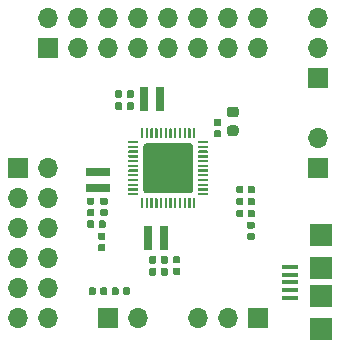
<source format=gbr>
G04 #@! TF.GenerationSoftware,KiCad,Pcbnew,5.1.4+dfsg1-1*
G04 #@! TF.CreationDate,2019-09-03T18:12:52+09:00*
G04 #@! TF.ProjectId,axp192breakout,61787031-3932-4627-9265-616b6f75742e,rev?*
G04 #@! TF.SameCoordinates,Original*
G04 #@! TF.FileFunction,Soldermask,Top*
G04 #@! TF.FilePolarity,Negative*
%FSLAX46Y46*%
G04 Gerber Fmt 4.6, Leading zero omitted, Abs format (unit mm)*
G04 Created by KiCad (PCBNEW 5.1.4+dfsg1-1) date 2019-09-03 18:12:52*
%MOMM*%
%LPD*%
G04 APERTURE LIST*
%ADD10O,1.700000X1.700000*%
%ADD11R,1.700000X1.700000*%
%ADD12C,0.100000*%
%ADD13C,0.590000*%
%ADD14R,1.400000X0.400000*%
%ADD15R,1.900000X1.900000*%
%ADD16R,0.650000X2.000000*%
%ADD17R,2.000000X0.650000*%
%ADD18C,0.200000*%
%ADD19C,4.200000*%
%ADD20C,0.875000*%
G04 APERTURE END LIST*
D10*
X96520000Y-124460000D03*
X99060000Y-124460000D03*
D11*
X101600000Y-124460000D03*
D12*
G36*
X94886958Y-120190710D02*
G01*
X94901276Y-120192834D01*
X94915317Y-120196351D01*
X94928946Y-120201228D01*
X94942031Y-120207417D01*
X94954447Y-120214858D01*
X94966073Y-120223481D01*
X94976798Y-120233202D01*
X94986519Y-120243927D01*
X94995142Y-120255553D01*
X95002583Y-120267969D01*
X95008772Y-120281054D01*
X95013649Y-120294683D01*
X95017166Y-120308724D01*
X95019290Y-120323042D01*
X95020000Y-120337500D01*
X95020000Y-120632500D01*
X95019290Y-120646958D01*
X95017166Y-120661276D01*
X95013649Y-120675317D01*
X95008772Y-120688946D01*
X95002583Y-120702031D01*
X94995142Y-120714447D01*
X94986519Y-120726073D01*
X94976798Y-120736798D01*
X94966073Y-120746519D01*
X94954447Y-120755142D01*
X94942031Y-120762583D01*
X94928946Y-120768772D01*
X94915317Y-120773649D01*
X94901276Y-120777166D01*
X94886958Y-120779290D01*
X94872500Y-120780000D01*
X94527500Y-120780000D01*
X94513042Y-120779290D01*
X94498724Y-120777166D01*
X94484683Y-120773649D01*
X94471054Y-120768772D01*
X94457969Y-120762583D01*
X94445553Y-120755142D01*
X94433927Y-120746519D01*
X94423202Y-120736798D01*
X94413481Y-120726073D01*
X94404858Y-120714447D01*
X94397417Y-120702031D01*
X94391228Y-120688946D01*
X94386351Y-120675317D01*
X94382834Y-120661276D01*
X94380710Y-120646958D01*
X94380000Y-120632500D01*
X94380000Y-120337500D01*
X94380710Y-120323042D01*
X94382834Y-120308724D01*
X94386351Y-120294683D01*
X94391228Y-120281054D01*
X94397417Y-120267969D01*
X94404858Y-120255553D01*
X94413481Y-120243927D01*
X94423202Y-120233202D01*
X94433927Y-120223481D01*
X94445553Y-120214858D01*
X94457969Y-120207417D01*
X94471054Y-120201228D01*
X94484683Y-120196351D01*
X94498724Y-120192834D01*
X94513042Y-120190710D01*
X94527500Y-120190000D01*
X94872500Y-120190000D01*
X94886958Y-120190710D01*
X94886958Y-120190710D01*
G37*
D13*
X94700000Y-120485000D03*
D12*
G36*
X94886958Y-119220710D02*
G01*
X94901276Y-119222834D01*
X94915317Y-119226351D01*
X94928946Y-119231228D01*
X94942031Y-119237417D01*
X94954447Y-119244858D01*
X94966073Y-119253481D01*
X94976798Y-119263202D01*
X94986519Y-119273927D01*
X94995142Y-119285553D01*
X95002583Y-119297969D01*
X95008772Y-119311054D01*
X95013649Y-119324683D01*
X95017166Y-119338724D01*
X95019290Y-119353042D01*
X95020000Y-119367500D01*
X95020000Y-119662500D01*
X95019290Y-119676958D01*
X95017166Y-119691276D01*
X95013649Y-119705317D01*
X95008772Y-119718946D01*
X95002583Y-119732031D01*
X94995142Y-119744447D01*
X94986519Y-119756073D01*
X94976798Y-119766798D01*
X94966073Y-119776519D01*
X94954447Y-119785142D01*
X94942031Y-119792583D01*
X94928946Y-119798772D01*
X94915317Y-119803649D01*
X94901276Y-119807166D01*
X94886958Y-119809290D01*
X94872500Y-119810000D01*
X94527500Y-119810000D01*
X94513042Y-119809290D01*
X94498724Y-119807166D01*
X94484683Y-119803649D01*
X94471054Y-119798772D01*
X94457969Y-119792583D01*
X94445553Y-119785142D01*
X94433927Y-119776519D01*
X94423202Y-119766798D01*
X94413481Y-119756073D01*
X94404858Y-119744447D01*
X94397417Y-119732031D01*
X94391228Y-119718946D01*
X94386351Y-119705317D01*
X94382834Y-119691276D01*
X94380710Y-119676958D01*
X94380000Y-119662500D01*
X94380000Y-119367500D01*
X94380710Y-119353042D01*
X94382834Y-119338724D01*
X94386351Y-119324683D01*
X94391228Y-119311054D01*
X94397417Y-119297969D01*
X94404858Y-119285553D01*
X94413481Y-119273927D01*
X94423202Y-119263202D01*
X94433927Y-119253481D01*
X94445553Y-119244858D01*
X94457969Y-119237417D01*
X94471054Y-119231228D01*
X94484683Y-119226351D01*
X94498724Y-119222834D01*
X94513042Y-119220710D01*
X94527500Y-119220000D01*
X94872500Y-119220000D01*
X94886958Y-119220710D01*
X94886958Y-119220710D01*
G37*
D13*
X94700000Y-119515000D03*
D10*
X91440000Y-124460000D03*
D11*
X88900000Y-124460000D03*
D12*
G36*
X90613758Y-121854710D02*
G01*
X90628076Y-121856834D01*
X90642117Y-121860351D01*
X90655746Y-121865228D01*
X90668831Y-121871417D01*
X90681247Y-121878858D01*
X90692873Y-121887481D01*
X90703598Y-121897202D01*
X90713319Y-121907927D01*
X90721942Y-121919553D01*
X90729383Y-121931969D01*
X90735572Y-121945054D01*
X90740449Y-121958683D01*
X90743966Y-121972724D01*
X90746090Y-121987042D01*
X90746800Y-122001500D01*
X90746800Y-122346500D01*
X90746090Y-122360958D01*
X90743966Y-122375276D01*
X90740449Y-122389317D01*
X90735572Y-122402946D01*
X90729383Y-122416031D01*
X90721942Y-122428447D01*
X90713319Y-122440073D01*
X90703598Y-122450798D01*
X90692873Y-122460519D01*
X90681247Y-122469142D01*
X90668831Y-122476583D01*
X90655746Y-122482772D01*
X90642117Y-122487649D01*
X90628076Y-122491166D01*
X90613758Y-122493290D01*
X90599300Y-122494000D01*
X90304300Y-122494000D01*
X90289842Y-122493290D01*
X90275524Y-122491166D01*
X90261483Y-122487649D01*
X90247854Y-122482772D01*
X90234769Y-122476583D01*
X90222353Y-122469142D01*
X90210727Y-122460519D01*
X90200002Y-122450798D01*
X90190281Y-122440073D01*
X90181658Y-122428447D01*
X90174217Y-122416031D01*
X90168028Y-122402946D01*
X90163151Y-122389317D01*
X90159634Y-122375276D01*
X90157510Y-122360958D01*
X90156800Y-122346500D01*
X90156800Y-122001500D01*
X90157510Y-121987042D01*
X90159634Y-121972724D01*
X90163151Y-121958683D01*
X90168028Y-121945054D01*
X90174217Y-121931969D01*
X90181658Y-121919553D01*
X90190281Y-121907927D01*
X90200002Y-121897202D01*
X90210727Y-121887481D01*
X90222353Y-121878858D01*
X90234769Y-121871417D01*
X90247854Y-121865228D01*
X90261483Y-121860351D01*
X90275524Y-121856834D01*
X90289842Y-121854710D01*
X90304300Y-121854000D01*
X90599300Y-121854000D01*
X90613758Y-121854710D01*
X90613758Y-121854710D01*
G37*
D13*
X90451800Y-122174000D03*
D12*
G36*
X89643758Y-121854710D02*
G01*
X89658076Y-121856834D01*
X89672117Y-121860351D01*
X89685746Y-121865228D01*
X89698831Y-121871417D01*
X89711247Y-121878858D01*
X89722873Y-121887481D01*
X89733598Y-121897202D01*
X89743319Y-121907927D01*
X89751942Y-121919553D01*
X89759383Y-121931969D01*
X89765572Y-121945054D01*
X89770449Y-121958683D01*
X89773966Y-121972724D01*
X89776090Y-121987042D01*
X89776800Y-122001500D01*
X89776800Y-122346500D01*
X89776090Y-122360958D01*
X89773966Y-122375276D01*
X89770449Y-122389317D01*
X89765572Y-122402946D01*
X89759383Y-122416031D01*
X89751942Y-122428447D01*
X89743319Y-122440073D01*
X89733598Y-122450798D01*
X89722873Y-122460519D01*
X89711247Y-122469142D01*
X89698831Y-122476583D01*
X89685746Y-122482772D01*
X89672117Y-122487649D01*
X89658076Y-122491166D01*
X89643758Y-122493290D01*
X89629300Y-122494000D01*
X89334300Y-122494000D01*
X89319842Y-122493290D01*
X89305524Y-122491166D01*
X89291483Y-122487649D01*
X89277854Y-122482772D01*
X89264769Y-122476583D01*
X89252353Y-122469142D01*
X89240727Y-122460519D01*
X89230002Y-122450798D01*
X89220281Y-122440073D01*
X89211658Y-122428447D01*
X89204217Y-122416031D01*
X89198028Y-122402946D01*
X89193151Y-122389317D01*
X89189634Y-122375276D01*
X89187510Y-122360958D01*
X89186800Y-122346500D01*
X89186800Y-122001500D01*
X89187510Y-121987042D01*
X89189634Y-121972724D01*
X89193151Y-121958683D01*
X89198028Y-121945054D01*
X89204217Y-121931969D01*
X89211658Y-121919553D01*
X89220281Y-121907927D01*
X89230002Y-121897202D01*
X89240727Y-121887481D01*
X89252353Y-121878858D01*
X89264769Y-121871417D01*
X89277854Y-121865228D01*
X89291483Y-121860351D01*
X89305524Y-121856834D01*
X89319842Y-121854710D01*
X89334300Y-121854000D01*
X89629300Y-121854000D01*
X89643758Y-121854710D01*
X89643758Y-121854710D01*
G37*
D13*
X89481800Y-122174000D03*
D12*
G36*
X87713358Y-121854710D02*
G01*
X87727676Y-121856834D01*
X87741717Y-121860351D01*
X87755346Y-121865228D01*
X87768431Y-121871417D01*
X87780847Y-121878858D01*
X87792473Y-121887481D01*
X87803198Y-121897202D01*
X87812919Y-121907927D01*
X87821542Y-121919553D01*
X87828983Y-121931969D01*
X87835172Y-121945054D01*
X87840049Y-121958683D01*
X87843566Y-121972724D01*
X87845690Y-121987042D01*
X87846400Y-122001500D01*
X87846400Y-122346500D01*
X87845690Y-122360958D01*
X87843566Y-122375276D01*
X87840049Y-122389317D01*
X87835172Y-122402946D01*
X87828983Y-122416031D01*
X87821542Y-122428447D01*
X87812919Y-122440073D01*
X87803198Y-122450798D01*
X87792473Y-122460519D01*
X87780847Y-122469142D01*
X87768431Y-122476583D01*
X87755346Y-122482772D01*
X87741717Y-122487649D01*
X87727676Y-122491166D01*
X87713358Y-122493290D01*
X87698900Y-122494000D01*
X87403900Y-122494000D01*
X87389442Y-122493290D01*
X87375124Y-122491166D01*
X87361083Y-122487649D01*
X87347454Y-122482772D01*
X87334369Y-122476583D01*
X87321953Y-122469142D01*
X87310327Y-122460519D01*
X87299602Y-122450798D01*
X87289881Y-122440073D01*
X87281258Y-122428447D01*
X87273817Y-122416031D01*
X87267628Y-122402946D01*
X87262751Y-122389317D01*
X87259234Y-122375276D01*
X87257110Y-122360958D01*
X87256400Y-122346500D01*
X87256400Y-122001500D01*
X87257110Y-121987042D01*
X87259234Y-121972724D01*
X87262751Y-121958683D01*
X87267628Y-121945054D01*
X87273817Y-121931969D01*
X87281258Y-121919553D01*
X87289881Y-121907927D01*
X87299602Y-121897202D01*
X87310327Y-121887481D01*
X87321953Y-121878858D01*
X87334369Y-121871417D01*
X87347454Y-121865228D01*
X87361083Y-121860351D01*
X87375124Y-121856834D01*
X87389442Y-121854710D01*
X87403900Y-121854000D01*
X87698900Y-121854000D01*
X87713358Y-121854710D01*
X87713358Y-121854710D01*
G37*
D13*
X87551400Y-122174000D03*
D12*
G36*
X88683358Y-121854710D02*
G01*
X88697676Y-121856834D01*
X88711717Y-121860351D01*
X88725346Y-121865228D01*
X88738431Y-121871417D01*
X88750847Y-121878858D01*
X88762473Y-121887481D01*
X88773198Y-121897202D01*
X88782919Y-121907927D01*
X88791542Y-121919553D01*
X88798983Y-121931969D01*
X88805172Y-121945054D01*
X88810049Y-121958683D01*
X88813566Y-121972724D01*
X88815690Y-121987042D01*
X88816400Y-122001500D01*
X88816400Y-122346500D01*
X88815690Y-122360958D01*
X88813566Y-122375276D01*
X88810049Y-122389317D01*
X88805172Y-122402946D01*
X88798983Y-122416031D01*
X88791542Y-122428447D01*
X88782919Y-122440073D01*
X88773198Y-122450798D01*
X88762473Y-122460519D01*
X88750847Y-122469142D01*
X88738431Y-122476583D01*
X88725346Y-122482772D01*
X88711717Y-122487649D01*
X88697676Y-122491166D01*
X88683358Y-122493290D01*
X88668900Y-122494000D01*
X88373900Y-122494000D01*
X88359442Y-122493290D01*
X88345124Y-122491166D01*
X88331083Y-122487649D01*
X88317454Y-122482772D01*
X88304369Y-122476583D01*
X88291953Y-122469142D01*
X88280327Y-122460519D01*
X88269602Y-122450798D01*
X88259881Y-122440073D01*
X88251258Y-122428447D01*
X88243817Y-122416031D01*
X88237628Y-122402946D01*
X88232751Y-122389317D01*
X88229234Y-122375276D01*
X88227110Y-122360958D01*
X88226400Y-122346500D01*
X88226400Y-122001500D01*
X88227110Y-121987042D01*
X88229234Y-121972724D01*
X88232751Y-121958683D01*
X88237628Y-121945054D01*
X88243817Y-121931969D01*
X88251258Y-121919553D01*
X88259881Y-121907927D01*
X88269602Y-121897202D01*
X88280327Y-121887481D01*
X88291953Y-121878858D01*
X88304369Y-121871417D01*
X88317454Y-121865228D01*
X88331083Y-121860351D01*
X88345124Y-121856834D01*
X88359442Y-121854710D01*
X88373900Y-121854000D01*
X88668900Y-121854000D01*
X88683358Y-121854710D01*
X88683358Y-121854710D01*
G37*
D13*
X88521400Y-122174000D03*
D12*
G36*
X101177358Y-116279150D02*
G01*
X101191676Y-116281274D01*
X101205717Y-116284791D01*
X101219346Y-116289668D01*
X101232431Y-116295857D01*
X101244847Y-116303298D01*
X101256473Y-116311921D01*
X101267198Y-116321642D01*
X101276919Y-116332367D01*
X101285542Y-116343993D01*
X101292983Y-116356409D01*
X101299172Y-116369494D01*
X101304049Y-116383123D01*
X101307566Y-116397164D01*
X101309690Y-116411482D01*
X101310400Y-116425940D01*
X101310400Y-116720940D01*
X101309690Y-116735398D01*
X101307566Y-116749716D01*
X101304049Y-116763757D01*
X101299172Y-116777386D01*
X101292983Y-116790471D01*
X101285542Y-116802887D01*
X101276919Y-116814513D01*
X101267198Y-116825238D01*
X101256473Y-116834959D01*
X101244847Y-116843582D01*
X101232431Y-116851023D01*
X101219346Y-116857212D01*
X101205717Y-116862089D01*
X101191676Y-116865606D01*
X101177358Y-116867730D01*
X101162900Y-116868440D01*
X100817900Y-116868440D01*
X100803442Y-116867730D01*
X100789124Y-116865606D01*
X100775083Y-116862089D01*
X100761454Y-116857212D01*
X100748369Y-116851023D01*
X100735953Y-116843582D01*
X100724327Y-116834959D01*
X100713602Y-116825238D01*
X100703881Y-116814513D01*
X100695258Y-116802887D01*
X100687817Y-116790471D01*
X100681628Y-116777386D01*
X100676751Y-116763757D01*
X100673234Y-116749716D01*
X100671110Y-116735398D01*
X100670400Y-116720940D01*
X100670400Y-116425940D01*
X100671110Y-116411482D01*
X100673234Y-116397164D01*
X100676751Y-116383123D01*
X100681628Y-116369494D01*
X100687817Y-116356409D01*
X100695258Y-116343993D01*
X100703881Y-116332367D01*
X100713602Y-116321642D01*
X100724327Y-116311921D01*
X100735953Y-116303298D01*
X100748369Y-116295857D01*
X100761454Y-116289668D01*
X100775083Y-116284791D01*
X100789124Y-116281274D01*
X100803442Y-116279150D01*
X100817900Y-116278440D01*
X101162900Y-116278440D01*
X101177358Y-116279150D01*
X101177358Y-116279150D01*
G37*
D13*
X100990400Y-116573440D03*
D12*
G36*
X101177358Y-117249150D02*
G01*
X101191676Y-117251274D01*
X101205717Y-117254791D01*
X101219346Y-117259668D01*
X101232431Y-117265857D01*
X101244847Y-117273298D01*
X101256473Y-117281921D01*
X101267198Y-117291642D01*
X101276919Y-117302367D01*
X101285542Y-117313993D01*
X101292983Y-117326409D01*
X101299172Y-117339494D01*
X101304049Y-117353123D01*
X101307566Y-117367164D01*
X101309690Y-117381482D01*
X101310400Y-117395940D01*
X101310400Y-117690940D01*
X101309690Y-117705398D01*
X101307566Y-117719716D01*
X101304049Y-117733757D01*
X101299172Y-117747386D01*
X101292983Y-117760471D01*
X101285542Y-117772887D01*
X101276919Y-117784513D01*
X101267198Y-117795238D01*
X101256473Y-117804959D01*
X101244847Y-117813582D01*
X101232431Y-117821023D01*
X101219346Y-117827212D01*
X101205717Y-117832089D01*
X101191676Y-117835606D01*
X101177358Y-117837730D01*
X101162900Y-117838440D01*
X100817900Y-117838440D01*
X100803442Y-117837730D01*
X100789124Y-117835606D01*
X100775083Y-117832089D01*
X100761454Y-117827212D01*
X100748369Y-117821023D01*
X100735953Y-117813582D01*
X100724327Y-117804959D01*
X100713602Y-117795238D01*
X100703881Y-117784513D01*
X100695258Y-117772887D01*
X100687817Y-117760471D01*
X100681628Y-117747386D01*
X100676751Y-117733757D01*
X100673234Y-117719716D01*
X100671110Y-117705398D01*
X100670400Y-117690940D01*
X100670400Y-117395940D01*
X100671110Y-117381482D01*
X100673234Y-117367164D01*
X100676751Y-117353123D01*
X100681628Y-117339494D01*
X100687817Y-117326409D01*
X100695258Y-117313993D01*
X100703881Y-117302367D01*
X100713602Y-117291642D01*
X100724327Y-117281921D01*
X100735953Y-117273298D01*
X100748369Y-117265857D01*
X100761454Y-117259668D01*
X100775083Y-117254791D01*
X100789124Y-117251274D01*
X100803442Y-117249150D01*
X100817900Y-117248440D01*
X101162900Y-117248440D01*
X101177358Y-117249150D01*
X101177358Y-117249150D01*
G37*
D13*
X100990400Y-117543440D03*
D12*
G36*
X88538318Y-118191490D02*
G01*
X88552636Y-118193614D01*
X88566677Y-118197131D01*
X88580306Y-118202008D01*
X88593391Y-118208197D01*
X88605807Y-118215638D01*
X88617433Y-118224261D01*
X88628158Y-118233982D01*
X88637879Y-118244707D01*
X88646502Y-118256333D01*
X88653943Y-118268749D01*
X88660132Y-118281834D01*
X88665009Y-118295463D01*
X88668526Y-118309504D01*
X88670650Y-118323822D01*
X88671360Y-118338280D01*
X88671360Y-118633280D01*
X88670650Y-118647738D01*
X88668526Y-118662056D01*
X88665009Y-118676097D01*
X88660132Y-118689726D01*
X88653943Y-118702811D01*
X88646502Y-118715227D01*
X88637879Y-118726853D01*
X88628158Y-118737578D01*
X88617433Y-118747299D01*
X88605807Y-118755922D01*
X88593391Y-118763363D01*
X88580306Y-118769552D01*
X88566677Y-118774429D01*
X88552636Y-118777946D01*
X88538318Y-118780070D01*
X88523860Y-118780780D01*
X88178860Y-118780780D01*
X88164402Y-118780070D01*
X88150084Y-118777946D01*
X88136043Y-118774429D01*
X88122414Y-118769552D01*
X88109329Y-118763363D01*
X88096913Y-118755922D01*
X88085287Y-118747299D01*
X88074562Y-118737578D01*
X88064841Y-118726853D01*
X88056218Y-118715227D01*
X88048777Y-118702811D01*
X88042588Y-118689726D01*
X88037711Y-118676097D01*
X88034194Y-118662056D01*
X88032070Y-118647738D01*
X88031360Y-118633280D01*
X88031360Y-118338280D01*
X88032070Y-118323822D01*
X88034194Y-118309504D01*
X88037711Y-118295463D01*
X88042588Y-118281834D01*
X88048777Y-118268749D01*
X88056218Y-118256333D01*
X88064841Y-118244707D01*
X88074562Y-118233982D01*
X88085287Y-118224261D01*
X88096913Y-118215638D01*
X88109329Y-118208197D01*
X88122414Y-118202008D01*
X88136043Y-118197131D01*
X88150084Y-118193614D01*
X88164402Y-118191490D01*
X88178860Y-118190780D01*
X88523860Y-118190780D01*
X88538318Y-118191490D01*
X88538318Y-118191490D01*
G37*
D13*
X88351360Y-118485780D03*
D12*
G36*
X88538318Y-117221490D02*
G01*
X88552636Y-117223614D01*
X88566677Y-117227131D01*
X88580306Y-117232008D01*
X88593391Y-117238197D01*
X88605807Y-117245638D01*
X88617433Y-117254261D01*
X88628158Y-117263982D01*
X88637879Y-117274707D01*
X88646502Y-117286333D01*
X88653943Y-117298749D01*
X88660132Y-117311834D01*
X88665009Y-117325463D01*
X88668526Y-117339504D01*
X88670650Y-117353822D01*
X88671360Y-117368280D01*
X88671360Y-117663280D01*
X88670650Y-117677738D01*
X88668526Y-117692056D01*
X88665009Y-117706097D01*
X88660132Y-117719726D01*
X88653943Y-117732811D01*
X88646502Y-117745227D01*
X88637879Y-117756853D01*
X88628158Y-117767578D01*
X88617433Y-117777299D01*
X88605807Y-117785922D01*
X88593391Y-117793363D01*
X88580306Y-117799552D01*
X88566677Y-117804429D01*
X88552636Y-117807946D01*
X88538318Y-117810070D01*
X88523860Y-117810780D01*
X88178860Y-117810780D01*
X88164402Y-117810070D01*
X88150084Y-117807946D01*
X88136043Y-117804429D01*
X88122414Y-117799552D01*
X88109329Y-117793363D01*
X88096913Y-117785922D01*
X88085287Y-117777299D01*
X88074562Y-117767578D01*
X88064841Y-117756853D01*
X88056218Y-117745227D01*
X88048777Y-117732811D01*
X88042588Y-117719726D01*
X88037711Y-117706097D01*
X88034194Y-117692056D01*
X88032070Y-117677738D01*
X88031360Y-117663280D01*
X88031360Y-117368280D01*
X88032070Y-117353822D01*
X88034194Y-117339504D01*
X88037711Y-117325463D01*
X88042588Y-117311834D01*
X88048777Y-117298749D01*
X88056218Y-117286333D01*
X88064841Y-117274707D01*
X88074562Y-117263982D01*
X88085287Y-117254261D01*
X88096913Y-117245638D01*
X88109329Y-117238197D01*
X88122414Y-117232008D01*
X88136043Y-117227131D01*
X88150084Y-117223614D01*
X88164402Y-117221490D01*
X88178860Y-117220780D01*
X88523860Y-117220780D01*
X88538318Y-117221490D01*
X88538318Y-117221490D01*
G37*
D13*
X88351360Y-117515780D03*
D12*
G36*
X87573658Y-116182890D02*
G01*
X87587976Y-116185014D01*
X87602017Y-116188531D01*
X87615646Y-116193408D01*
X87628731Y-116199597D01*
X87641147Y-116207038D01*
X87652773Y-116215661D01*
X87663498Y-116225382D01*
X87673219Y-116236107D01*
X87681842Y-116247733D01*
X87689283Y-116260149D01*
X87695472Y-116273234D01*
X87700349Y-116286863D01*
X87703866Y-116300904D01*
X87705990Y-116315222D01*
X87706700Y-116329680D01*
X87706700Y-116674680D01*
X87705990Y-116689138D01*
X87703866Y-116703456D01*
X87700349Y-116717497D01*
X87695472Y-116731126D01*
X87689283Y-116744211D01*
X87681842Y-116756627D01*
X87673219Y-116768253D01*
X87663498Y-116778978D01*
X87652773Y-116788699D01*
X87641147Y-116797322D01*
X87628731Y-116804763D01*
X87615646Y-116810952D01*
X87602017Y-116815829D01*
X87587976Y-116819346D01*
X87573658Y-116821470D01*
X87559200Y-116822180D01*
X87264200Y-116822180D01*
X87249742Y-116821470D01*
X87235424Y-116819346D01*
X87221383Y-116815829D01*
X87207754Y-116810952D01*
X87194669Y-116804763D01*
X87182253Y-116797322D01*
X87170627Y-116788699D01*
X87159902Y-116778978D01*
X87150181Y-116768253D01*
X87141558Y-116756627D01*
X87134117Y-116744211D01*
X87127928Y-116731126D01*
X87123051Y-116717497D01*
X87119534Y-116703456D01*
X87117410Y-116689138D01*
X87116700Y-116674680D01*
X87116700Y-116329680D01*
X87117410Y-116315222D01*
X87119534Y-116300904D01*
X87123051Y-116286863D01*
X87127928Y-116273234D01*
X87134117Y-116260149D01*
X87141558Y-116247733D01*
X87150181Y-116236107D01*
X87159902Y-116225382D01*
X87170627Y-116215661D01*
X87182253Y-116207038D01*
X87194669Y-116199597D01*
X87207754Y-116193408D01*
X87221383Y-116188531D01*
X87235424Y-116185014D01*
X87249742Y-116182890D01*
X87264200Y-116182180D01*
X87559200Y-116182180D01*
X87573658Y-116182890D01*
X87573658Y-116182890D01*
G37*
D13*
X87411700Y-116502180D03*
D12*
G36*
X88543658Y-116182890D02*
G01*
X88557976Y-116185014D01*
X88572017Y-116188531D01*
X88585646Y-116193408D01*
X88598731Y-116199597D01*
X88611147Y-116207038D01*
X88622773Y-116215661D01*
X88633498Y-116225382D01*
X88643219Y-116236107D01*
X88651842Y-116247733D01*
X88659283Y-116260149D01*
X88665472Y-116273234D01*
X88670349Y-116286863D01*
X88673866Y-116300904D01*
X88675990Y-116315222D01*
X88676700Y-116329680D01*
X88676700Y-116674680D01*
X88675990Y-116689138D01*
X88673866Y-116703456D01*
X88670349Y-116717497D01*
X88665472Y-116731126D01*
X88659283Y-116744211D01*
X88651842Y-116756627D01*
X88643219Y-116768253D01*
X88633498Y-116778978D01*
X88622773Y-116788699D01*
X88611147Y-116797322D01*
X88598731Y-116804763D01*
X88585646Y-116810952D01*
X88572017Y-116815829D01*
X88557976Y-116819346D01*
X88543658Y-116821470D01*
X88529200Y-116822180D01*
X88234200Y-116822180D01*
X88219742Y-116821470D01*
X88205424Y-116819346D01*
X88191383Y-116815829D01*
X88177754Y-116810952D01*
X88164669Y-116804763D01*
X88152253Y-116797322D01*
X88140627Y-116788699D01*
X88129902Y-116778978D01*
X88120181Y-116768253D01*
X88111558Y-116756627D01*
X88104117Y-116744211D01*
X88097928Y-116731126D01*
X88093051Y-116717497D01*
X88089534Y-116703456D01*
X88087410Y-116689138D01*
X88086700Y-116674680D01*
X88086700Y-116329680D01*
X88087410Y-116315222D01*
X88089534Y-116300904D01*
X88093051Y-116286863D01*
X88097928Y-116273234D01*
X88104117Y-116260149D01*
X88111558Y-116247733D01*
X88120181Y-116236107D01*
X88129902Y-116225382D01*
X88140627Y-116215661D01*
X88152253Y-116207038D01*
X88164669Y-116199597D01*
X88177754Y-116193408D01*
X88191383Y-116188531D01*
X88205424Y-116185014D01*
X88219742Y-116182890D01*
X88234200Y-116182180D01*
X88529200Y-116182180D01*
X88543658Y-116182890D01*
X88543658Y-116182890D01*
G37*
D13*
X88381700Y-116502180D03*
D14*
X104284000Y-122712000D03*
X104284000Y-122062000D03*
X104284000Y-121412000D03*
X104284000Y-120762000D03*
X104284000Y-120112000D03*
D15*
X106934000Y-125412000D03*
X106934000Y-122612000D03*
X106934000Y-120212000D03*
X106934000Y-117412000D03*
D16*
X93651700Y-117652800D03*
X92301700Y-117652800D03*
D17*
X88011000Y-113425600D03*
X88011000Y-112075600D03*
D16*
X91908000Y-105933240D03*
X93258000Y-105933240D03*
D10*
X83820000Y-124460000D03*
X81280000Y-124460000D03*
X83820000Y-121920000D03*
X81280000Y-121920000D03*
X83820000Y-119380000D03*
X81280000Y-119380000D03*
X83820000Y-116840000D03*
X81280000Y-116840000D03*
X83820000Y-114300000D03*
X81280000Y-114300000D03*
X83820000Y-111760000D03*
D11*
X81280000Y-111760000D03*
D12*
G36*
X91834901Y-108385241D02*
G01*
X91839755Y-108385961D01*
X91844514Y-108387153D01*
X91849134Y-108388806D01*
X91853570Y-108390904D01*
X91857779Y-108393427D01*
X91861720Y-108396349D01*
X91865355Y-108399645D01*
X91868651Y-108403280D01*
X91871573Y-108407221D01*
X91874096Y-108411430D01*
X91876194Y-108415866D01*
X91877847Y-108420486D01*
X91879039Y-108425245D01*
X91879759Y-108430099D01*
X91880000Y-108435000D01*
X91880000Y-109185000D01*
X91879759Y-109189901D01*
X91879039Y-109194755D01*
X91877847Y-109199514D01*
X91876194Y-109204134D01*
X91874096Y-109208570D01*
X91871573Y-109212779D01*
X91868651Y-109216720D01*
X91865355Y-109220355D01*
X91861720Y-109223651D01*
X91857779Y-109226573D01*
X91853570Y-109229096D01*
X91849134Y-109231194D01*
X91844514Y-109232847D01*
X91839755Y-109234039D01*
X91834901Y-109234759D01*
X91830000Y-109235000D01*
X91730000Y-109235000D01*
X91725099Y-109234759D01*
X91720245Y-109234039D01*
X91715486Y-109232847D01*
X91710866Y-109231194D01*
X91706430Y-109229096D01*
X91702221Y-109226573D01*
X91698280Y-109223651D01*
X91694645Y-109220355D01*
X91691349Y-109216720D01*
X91688427Y-109212779D01*
X91685904Y-109208570D01*
X91683806Y-109204134D01*
X91682153Y-109199514D01*
X91680961Y-109194755D01*
X91680241Y-109189901D01*
X91680000Y-109185000D01*
X91680000Y-108435000D01*
X91680241Y-108430099D01*
X91680961Y-108425245D01*
X91682153Y-108420486D01*
X91683806Y-108415866D01*
X91685904Y-108411430D01*
X91688427Y-108407221D01*
X91691349Y-108403280D01*
X91694645Y-108399645D01*
X91698280Y-108396349D01*
X91702221Y-108393427D01*
X91706430Y-108390904D01*
X91710866Y-108388806D01*
X91715486Y-108387153D01*
X91720245Y-108385961D01*
X91725099Y-108385241D01*
X91730000Y-108385000D01*
X91830000Y-108385000D01*
X91834901Y-108385241D01*
X91834901Y-108385241D01*
G37*
D18*
X91780000Y-108810000D03*
D12*
G36*
X92234901Y-108385241D02*
G01*
X92239755Y-108385961D01*
X92244514Y-108387153D01*
X92249134Y-108388806D01*
X92253570Y-108390904D01*
X92257779Y-108393427D01*
X92261720Y-108396349D01*
X92265355Y-108399645D01*
X92268651Y-108403280D01*
X92271573Y-108407221D01*
X92274096Y-108411430D01*
X92276194Y-108415866D01*
X92277847Y-108420486D01*
X92279039Y-108425245D01*
X92279759Y-108430099D01*
X92280000Y-108435000D01*
X92280000Y-109185000D01*
X92279759Y-109189901D01*
X92279039Y-109194755D01*
X92277847Y-109199514D01*
X92276194Y-109204134D01*
X92274096Y-109208570D01*
X92271573Y-109212779D01*
X92268651Y-109216720D01*
X92265355Y-109220355D01*
X92261720Y-109223651D01*
X92257779Y-109226573D01*
X92253570Y-109229096D01*
X92249134Y-109231194D01*
X92244514Y-109232847D01*
X92239755Y-109234039D01*
X92234901Y-109234759D01*
X92230000Y-109235000D01*
X92130000Y-109235000D01*
X92125099Y-109234759D01*
X92120245Y-109234039D01*
X92115486Y-109232847D01*
X92110866Y-109231194D01*
X92106430Y-109229096D01*
X92102221Y-109226573D01*
X92098280Y-109223651D01*
X92094645Y-109220355D01*
X92091349Y-109216720D01*
X92088427Y-109212779D01*
X92085904Y-109208570D01*
X92083806Y-109204134D01*
X92082153Y-109199514D01*
X92080961Y-109194755D01*
X92080241Y-109189901D01*
X92080000Y-109185000D01*
X92080000Y-108435000D01*
X92080241Y-108430099D01*
X92080961Y-108425245D01*
X92082153Y-108420486D01*
X92083806Y-108415866D01*
X92085904Y-108411430D01*
X92088427Y-108407221D01*
X92091349Y-108403280D01*
X92094645Y-108399645D01*
X92098280Y-108396349D01*
X92102221Y-108393427D01*
X92106430Y-108390904D01*
X92110866Y-108388806D01*
X92115486Y-108387153D01*
X92120245Y-108385961D01*
X92125099Y-108385241D01*
X92130000Y-108385000D01*
X92230000Y-108385000D01*
X92234901Y-108385241D01*
X92234901Y-108385241D01*
G37*
D18*
X92180000Y-108810000D03*
D12*
G36*
X92634901Y-108385241D02*
G01*
X92639755Y-108385961D01*
X92644514Y-108387153D01*
X92649134Y-108388806D01*
X92653570Y-108390904D01*
X92657779Y-108393427D01*
X92661720Y-108396349D01*
X92665355Y-108399645D01*
X92668651Y-108403280D01*
X92671573Y-108407221D01*
X92674096Y-108411430D01*
X92676194Y-108415866D01*
X92677847Y-108420486D01*
X92679039Y-108425245D01*
X92679759Y-108430099D01*
X92680000Y-108435000D01*
X92680000Y-109185000D01*
X92679759Y-109189901D01*
X92679039Y-109194755D01*
X92677847Y-109199514D01*
X92676194Y-109204134D01*
X92674096Y-109208570D01*
X92671573Y-109212779D01*
X92668651Y-109216720D01*
X92665355Y-109220355D01*
X92661720Y-109223651D01*
X92657779Y-109226573D01*
X92653570Y-109229096D01*
X92649134Y-109231194D01*
X92644514Y-109232847D01*
X92639755Y-109234039D01*
X92634901Y-109234759D01*
X92630000Y-109235000D01*
X92530000Y-109235000D01*
X92525099Y-109234759D01*
X92520245Y-109234039D01*
X92515486Y-109232847D01*
X92510866Y-109231194D01*
X92506430Y-109229096D01*
X92502221Y-109226573D01*
X92498280Y-109223651D01*
X92494645Y-109220355D01*
X92491349Y-109216720D01*
X92488427Y-109212779D01*
X92485904Y-109208570D01*
X92483806Y-109204134D01*
X92482153Y-109199514D01*
X92480961Y-109194755D01*
X92480241Y-109189901D01*
X92480000Y-109185000D01*
X92480000Y-108435000D01*
X92480241Y-108430099D01*
X92480961Y-108425245D01*
X92482153Y-108420486D01*
X92483806Y-108415866D01*
X92485904Y-108411430D01*
X92488427Y-108407221D01*
X92491349Y-108403280D01*
X92494645Y-108399645D01*
X92498280Y-108396349D01*
X92502221Y-108393427D01*
X92506430Y-108390904D01*
X92510866Y-108388806D01*
X92515486Y-108387153D01*
X92520245Y-108385961D01*
X92525099Y-108385241D01*
X92530000Y-108385000D01*
X92630000Y-108385000D01*
X92634901Y-108385241D01*
X92634901Y-108385241D01*
G37*
D18*
X92580000Y-108810000D03*
D12*
G36*
X93034901Y-108385241D02*
G01*
X93039755Y-108385961D01*
X93044514Y-108387153D01*
X93049134Y-108388806D01*
X93053570Y-108390904D01*
X93057779Y-108393427D01*
X93061720Y-108396349D01*
X93065355Y-108399645D01*
X93068651Y-108403280D01*
X93071573Y-108407221D01*
X93074096Y-108411430D01*
X93076194Y-108415866D01*
X93077847Y-108420486D01*
X93079039Y-108425245D01*
X93079759Y-108430099D01*
X93080000Y-108435000D01*
X93080000Y-109185000D01*
X93079759Y-109189901D01*
X93079039Y-109194755D01*
X93077847Y-109199514D01*
X93076194Y-109204134D01*
X93074096Y-109208570D01*
X93071573Y-109212779D01*
X93068651Y-109216720D01*
X93065355Y-109220355D01*
X93061720Y-109223651D01*
X93057779Y-109226573D01*
X93053570Y-109229096D01*
X93049134Y-109231194D01*
X93044514Y-109232847D01*
X93039755Y-109234039D01*
X93034901Y-109234759D01*
X93030000Y-109235000D01*
X92930000Y-109235000D01*
X92925099Y-109234759D01*
X92920245Y-109234039D01*
X92915486Y-109232847D01*
X92910866Y-109231194D01*
X92906430Y-109229096D01*
X92902221Y-109226573D01*
X92898280Y-109223651D01*
X92894645Y-109220355D01*
X92891349Y-109216720D01*
X92888427Y-109212779D01*
X92885904Y-109208570D01*
X92883806Y-109204134D01*
X92882153Y-109199514D01*
X92880961Y-109194755D01*
X92880241Y-109189901D01*
X92880000Y-109185000D01*
X92880000Y-108435000D01*
X92880241Y-108430099D01*
X92880961Y-108425245D01*
X92882153Y-108420486D01*
X92883806Y-108415866D01*
X92885904Y-108411430D01*
X92888427Y-108407221D01*
X92891349Y-108403280D01*
X92894645Y-108399645D01*
X92898280Y-108396349D01*
X92902221Y-108393427D01*
X92906430Y-108390904D01*
X92910866Y-108388806D01*
X92915486Y-108387153D01*
X92920245Y-108385961D01*
X92925099Y-108385241D01*
X92930000Y-108385000D01*
X93030000Y-108385000D01*
X93034901Y-108385241D01*
X93034901Y-108385241D01*
G37*
D18*
X92980000Y-108810000D03*
D12*
G36*
X93434901Y-108385241D02*
G01*
X93439755Y-108385961D01*
X93444514Y-108387153D01*
X93449134Y-108388806D01*
X93453570Y-108390904D01*
X93457779Y-108393427D01*
X93461720Y-108396349D01*
X93465355Y-108399645D01*
X93468651Y-108403280D01*
X93471573Y-108407221D01*
X93474096Y-108411430D01*
X93476194Y-108415866D01*
X93477847Y-108420486D01*
X93479039Y-108425245D01*
X93479759Y-108430099D01*
X93480000Y-108435000D01*
X93480000Y-109185000D01*
X93479759Y-109189901D01*
X93479039Y-109194755D01*
X93477847Y-109199514D01*
X93476194Y-109204134D01*
X93474096Y-109208570D01*
X93471573Y-109212779D01*
X93468651Y-109216720D01*
X93465355Y-109220355D01*
X93461720Y-109223651D01*
X93457779Y-109226573D01*
X93453570Y-109229096D01*
X93449134Y-109231194D01*
X93444514Y-109232847D01*
X93439755Y-109234039D01*
X93434901Y-109234759D01*
X93430000Y-109235000D01*
X93330000Y-109235000D01*
X93325099Y-109234759D01*
X93320245Y-109234039D01*
X93315486Y-109232847D01*
X93310866Y-109231194D01*
X93306430Y-109229096D01*
X93302221Y-109226573D01*
X93298280Y-109223651D01*
X93294645Y-109220355D01*
X93291349Y-109216720D01*
X93288427Y-109212779D01*
X93285904Y-109208570D01*
X93283806Y-109204134D01*
X93282153Y-109199514D01*
X93280961Y-109194755D01*
X93280241Y-109189901D01*
X93280000Y-109185000D01*
X93280000Y-108435000D01*
X93280241Y-108430099D01*
X93280961Y-108425245D01*
X93282153Y-108420486D01*
X93283806Y-108415866D01*
X93285904Y-108411430D01*
X93288427Y-108407221D01*
X93291349Y-108403280D01*
X93294645Y-108399645D01*
X93298280Y-108396349D01*
X93302221Y-108393427D01*
X93306430Y-108390904D01*
X93310866Y-108388806D01*
X93315486Y-108387153D01*
X93320245Y-108385961D01*
X93325099Y-108385241D01*
X93330000Y-108385000D01*
X93430000Y-108385000D01*
X93434901Y-108385241D01*
X93434901Y-108385241D01*
G37*
D18*
X93380000Y-108810000D03*
D12*
G36*
X93834901Y-108385241D02*
G01*
X93839755Y-108385961D01*
X93844514Y-108387153D01*
X93849134Y-108388806D01*
X93853570Y-108390904D01*
X93857779Y-108393427D01*
X93861720Y-108396349D01*
X93865355Y-108399645D01*
X93868651Y-108403280D01*
X93871573Y-108407221D01*
X93874096Y-108411430D01*
X93876194Y-108415866D01*
X93877847Y-108420486D01*
X93879039Y-108425245D01*
X93879759Y-108430099D01*
X93880000Y-108435000D01*
X93880000Y-109185000D01*
X93879759Y-109189901D01*
X93879039Y-109194755D01*
X93877847Y-109199514D01*
X93876194Y-109204134D01*
X93874096Y-109208570D01*
X93871573Y-109212779D01*
X93868651Y-109216720D01*
X93865355Y-109220355D01*
X93861720Y-109223651D01*
X93857779Y-109226573D01*
X93853570Y-109229096D01*
X93849134Y-109231194D01*
X93844514Y-109232847D01*
X93839755Y-109234039D01*
X93834901Y-109234759D01*
X93830000Y-109235000D01*
X93730000Y-109235000D01*
X93725099Y-109234759D01*
X93720245Y-109234039D01*
X93715486Y-109232847D01*
X93710866Y-109231194D01*
X93706430Y-109229096D01*
X93702221Y-109226573D01*
X93698280Y-109223651D01*
X93694645Y-109220355D01*
X93691349Y-109216720D01*
X93688427Y-109212779D01*
X93685904Y-109208570D01*
X93683806Y-109204134D01*
X93682153Y-109199514D01*
X93680961Y-109194755D01*
X93680241Y-109189901D01*
X93680000Y-109185000D01*
X93680000Y-108435000D01*
X93680241Y-108430099D01*
X93680961Y-108425245D01*
X93682153Y-108420486D01*
X93683806Y-108415866D01*
X93685904Y-108411430D01*
X93688427Y-108407221D01*
X93691349Y-108403280D01*
X93694645Y-108399645D01*
X93698280Y-108396349D01*
X93702221Y-108393427D01*
X93706430Y-108390904D01*
X93710866Y-108388806D01*
X93715486Y-108387153D01*
X93720245Y-108385961D01*
X93725099Y-108385241D01*
X93730000Y-108385000D01*
X93830000Y-108385000D01*
X93834901Y-108385241D01*
X93834901Y-108385241D01*
G37*
D18*
X93780000Y-108810000D03*
D12*
G36*
X94234901Y-108385241D02*
G01*
X94239755Y-108385961D01*
X94244514Y-108387153D01*
X94249134Y-108388806D01*
X94253570Y-108390904D01*
X94257779Y-108393427D01*
X94261720Y-108396349D01*
X94265355Y-108399645D01*
X94268651Y-108403280D01*
X94271573Y-108407221D01*
X94274096Y-108411430D01*
X94276194Y-108415866D01*
X94277847Y-108420486D01*
X94279039Y-108425245D01*
X94279759Y-108430099D01*
X94280000Y-108435000D01*
X94280000Y-109185000D01*
X94279759Y-109189901D01*
X94279039Y-109194755D01*
X94277847Y-109199514D01*
X94276194Y-109204134D01*
X94274096Y-109208570D01*
X94271573Y-109212779D01*
X94268651Y-109216720D01*
X94265355Y-109220355D01*
X94261720Y-109223651D01*
X94257779Y-109226573D01*
X94253570Y-109229096D01*
X94249134Y-109231194D01*
X94244514Y-109232847D01*
X94239755Y-109234039D01*
X94234901Y-109234759D01*
X94230000Y-109235000D01*
X94130000Y-109235000D01*
X94125099Y-109234759D01*
X94120245Y-109234039D01*
X94115486Y-109232847D01*
X94110866Y-109231194D01*
X94106430Y-109229096D01*
X94102221Y-109226573D01*
X94098280Y-109223651D01*
X94094645Y-109220355D01*
X94091349Y-109216720D01*
X94088427Y-109212779D01*
X94085904Y-109208570D01*
X94083806Y-109204134D01*
X94082153Y-109199514D01*
X94080961Y-109194755D01*
X94080241Y-109189901D01*
X94080000Y-109185000D01*
X94080000Y-108435000D01*
X94080241Y-108430099D01*
X94080961Y-108425245D01*
X94082153Y-108420486D01*
X94083806Y-108415866D01*
X94085904Y-108411430D01*
X94088427Y-108407221D01*
X94091349Y-108403280D01*
X94094645Y-108399645D01*
X94098280Y-108396349D01*
X94102221Y-108393427D01*
X94106430Y-108390904D01*
X94110866Y-108388806D01*
X94115486Y-108387153D01*
X94120245Y-108385961D01*
X94125099Y-108385241D01*
X94130000Y-108385000D01*
X94230000Y-108385000D01*
X94234901Y-108385241D01*
X94234901Y-108385241D01*
G37*
D18*
X94180000Y-108810000D03*
D12*
G36*
X94634901Y-108385241D02*
G01*
X94639755Y-108385961D01*
X94644514Y-108387153D01*
X94649134Y-108388806D01*
X94653570Y-108390904D01*
X94657779Y-108393427D01*
X94661720Y-108396349D01*
X94665355Y-108399645D01*
X94668651Y-108403280D01*
X94671573Y-108407221D01*
X94674096Y-108411430D01*
X94676194Y-108415866D01*
X94677847Y-108420486D01*
X94679039Y-108425245D01*
X94679759Y-108430099D01*
X94680000Y-108435000D01*
X94680000Y-109185000D01*
X94679759Y-109189901D01*
X94679039Y-109194755D01*
X94677847Y-109199514D01*
X94676194Y-109204134D01*
X94674096Y-109208570D01*
X94671573Y-109212779D01*
X94668651Y-109216720D01*
X94665355Y-109220355D01*
X94661720Y-109223651D01*
X94657779Y-109226573D01*
X94653570Y-109229096D01*
X94649134Y-109231194D01*
X94644514Y-109232847D01*
X94639755Y-109234039D01*
X94634901Y-109234759D01*
X94630000Y-109235000D01*
X94530000Y-109235000D01*
X94525099Y-109234759D01*
X94520245Y-109234039D01*
X94515486Y-109232847D01*
X94510866Y-109231194D01*
X94506430Y-109229096D01*
X94502221Y-109226573D01*
X94498280Y-109223651D01*
X94494645Y-109220355D01*
X94491349Y-109216720D01*
X94488427Y-109212779D01*
X94485904Y-109208570D01*
X94483806Y-109204134D01*
X94482153Y-109199514D01*
X94480961Y-109194755D01*
X94480241Y-109189901D01*
X94480000Y-109185000D01*
X94480000Y-108435000D01*
X94480241Y-108430099D01*
X94480961Y-108425245D01*
X94482153Y-108420486D01*
X94483806Y-108415866D01*
X94485904Y-108411430D01*
X94488427Y-108407221D01*
X94491349Y-108403280D01*
X94494645Y-108399645D01*
X94498280Y-108396349D01*
X94502221Y-108393427D01*
X94506430Y-108390904D01*
X94510866Y-108388806D01*
X94515486Y-108387153D01*
X94520245Y-108385961D01*
X94525099Y-108385241D01*
X94530000Y-108385000D01*
X94630000Y-108385000D01*
X94634901Y-108385241D01*
X94634901Y-108385241D01*
G37*
D18*
X94580000Y-108810000D03*
D12*
G36*
X95034901Y-108385241D02*
G01*
X95039755Y-108385961D01*
X95044514Y-108387153D01*
X95049134Y-108388806D01*
X95053570Y-108390904D01*
X95057779Y-108393427D01*
X95061720Y-108396349D01*
X95065355Y-108399645D01*
X95068651Y-108403280D01*
X95071573Y-108407221D01*
X95074096Y-108411430D01*
X95076194Y-108415866D01*
X95077847Y-108420486D01*
X95079039Y-108425245D01*
X95079759Y-108430099D01*
X95080000Y-108435000D01*
X95080000Y-109185000D01*
X95079759Y-109189901D01*
X95079039Y-109194755D01*
X95077847Y-109199514D01*
X95076194Y-109204134D01*
X95074096Y-109208570D01*
X95071573Y-109212779D01*
X95068651Y-109216720D01*
X95065355Y-109220355D01*
X95061720Y-109223651D01*
X95057779Y-109226573D01*
X95053570Y-109229096D01*
X95049134Y-109231194D01*
X95044514Y-109232847D01*
X95039755Y-109234039D01*
X95034901Y-109234759D01*
X95030000Y-109235000D01*
X94930000Y-109235000D01*
X94925099Y-109234759D01*
X94920245Y-109234039D01*
X94915486Y-109232847D01*
X94910866Y-109231194D01*
X94906430Y-109229096D01*
X94902221Y-109226573D01*
X94898280Y-109223651D01*
X94894645Y-109220355D01*
X94891349Y-109216720D01*
X94888427Y-109212779D01*
X94885904Y-109208570D01*
X94883806Y-109204134D01*
X94882153Y-109199514D01*
X94880961Y-109194755D01*
X94880241Y-109189901D01*
X94880000Y-109185000D01*
X94880000Y-108435000D01*
X94880241Y-108430099D01*
X94880961Y-108425245D01*
X94882153Y-108420486D01*
X94883806Y-108415866D01*
X94885904Y-108411430D01*
X94888427Y-108407221D01*
X94891349Y-108403280D01*
X94894645Y-108399645D01*
X94898280Y-108396349D01*
X94902221Y-108393427D01*
X94906430Y-108390904D01*
X94910866Y-108388806D01*
X94915486Y-108387153D01*
X94920245Y-108385961D01*
X94925099Y-108385241D01*
X94930000Y-108385000D01*
X95030000Y-108385000D01*
X95034901Y-108385241D01*
X95034901Y-108385241D01*
G37*
D18*
X94980000Y-108810000D03*
D12*
G36*
X95434901Y-108385241D02*
G01*
X95439755Y-108385961D01*
X95444514Y-108387153D01*
X95449134Y-108388806D01*
X95453570Y-108390904D01*
X95457779Y-108393427D01*
X95461720Y-108396349D01*
X95465355Y-108399645D01*
X95468651Y-108403280D01*
X95471573Y-108407221D01*
X95474096Y-108411430D01*
X95476194Y-108415866D01*
X95477847Y-108420486D01*
X95479039Y-108425245D01*
X95479759Y-108430099D01*
X95480000Y-108435000D01*
X95480000Y-109185000D01*
X95479759Y-109189901D01*
X95479039Y-109194755D01*
X95477847Y-109199514D01*
X95476194Y-109204134D01*
X95474096Y-109208570D01*
X95471573Y-109212779D01*
X95468651Y-109216720D01*
X95465355Y-109220355D01*
X95461720Y-109223651D01*
X95457779Y-109226573D01*
X95453570Y-109229096D01*
X95449134Y-109231194D01*
X95444514Y-109232847D01*
X95439755Y-109234039D01*
X95434901Y-109234759D01*
X95430000Y-109235000D01*
X95330000Y-109235000D01*
X95325099Y-109234759D01*
X95320245Y-109234039D01*
X95315486Y-109232847D01*
X95310866Y-109231194D01*
X95306430Y-109229096D01*
X95302221Y-109226573D01*
X95298280Y-109223651D01*
X95294645Y-109220355D01*
X95291349Y-109216720D01*
X95288427Y-109212779D01*
X95285904Y-109208570D01*
X95283806Y-109204134D01*
X95282153Y-109199514D01*
X95280961Y-109194755D01*
X95280241Y-109189901D01*
X95280000Y-109185000D01*
X95280000Y-108435000D01*
X95280241Y-108430099D01*
X95280961Y-108425245D01*
X95282153Y-108420486D01*
X95283806Y-108415866D01*
X95285904Y-108411430D01*
X95288427Y-108407221D01*
X95291349Y-108403280D01*
X95294645Y-108399645D01*
X95298280Y-108396349D01*
X95302221Y-108393427D01*
X95306430Y-108390904D01*
X95310866Y-108388806D01*
X95315486Y-108387153D01*
X95320245Y-108385961D01*
X95325099Y-108385241D01*
X95330000Y-108385000D01*
X95430000Y-108385000D01*
X95434901Y-108385241D01*
X95434901Y-108385241D01*
G37*
D18*
X95380000Y-108810000D03*
D12*
G36*
X95834901Y-108385241D02*
G01*
X95839755Y-108385961D01*
X95844514Y-108387153D01*
X95849134Y-108388806D01*
X95853570Y-108390904D01*
X95857779Y-108393427D01*
X95861720Y-108396349D01*
X95865355Y-108399645D01*
X95868651Y-108403280D01*
X95871573Y-108407221D01*
X95874096Y-108411430D01*
X95876194Y-108415866D01*
X95877847Y-108420486D01*
X95879039Y-108425245D01*
X95879759Y-108430099D01*
X95880000Y-108435000D01*
X95880000Y-109185000D01*
X95879759Y-109189901D01*
X95879039Y-109194755D01*
X95877847Y-109199514D01*
X95876194Y-109204134D01*
X95874096Y-109208570D01*
X95871573Y-109212779D01*
X95868651Y-109216720D01*
X95865355Y-109220355D01*
X95861720Y-109223651D01*
X95857779Y-109226573D01*
X95853570Y-109229096D01*
X95849134Y-109231194D01*
X95844514Y-109232847D01*
X95839755Y-109234039D01*
X95834901Y-109234759D01*
X95830000Y-109235000D01*
X95730000Y-109235000D01*
X95725099Y-109234759D01*
X95720245Y-109234039D01*
X95715486Y-109232847D01*
X95710866Y-109231194D01*
X95706430Y-109229096D01*
X95702221Y-109226573D01*
X95698280Y-109223651D01*
X95694645Y-109220355D01*
X95691349Y-109216720D01*
X95688427Y-109212779D01*
X95685904Y-109208570D01*
X95683806Y-109204134D01*
X95682153Y-109199514D01*
X95680961Y-109194755D01*
X95680241Y-109189901D01*
X95680000Y-109185000D01*
X95680000Y-108435000D01*
X95680241Y-108430099D01*
X95680961Y-108425245D01*
X95682153Y-108420486D01*
X95683806Y-108415866D01*
X95685904Y-108411430D01*
X95688427Y-108407221D01*
X95691349Y-108403280D01*
X95694645Y-108399645D01*
X95698280Y-108396349D01*
X95702221Y-108393427D01*
X95706430Y-108390904D01*
X95710866Y-108388806D01*
X95715486Y-108387153D01*
X95720245Y-108385961D01*
X95725099Y-108385241D01*
X95730000Y-108385000D01*
X95830000Y-108385000D01*
X95834901Y-108385241D01*
X95834901Y-108385241D01*
G37*
D18*
X95780000Y-108810000D03*
D12*
G36*
X96234901Y-108385241D02*
G01*
X96239755Y-108385961D01*
X96244514Y-108387153D01*
X96249134Y-108388806D01*
X96253570Y-108390904D01*
X96257779Y-108393427D01*
X96261720Y-108396349D01*
X96265355Y-108399645D01*
X96268651Y-108403280D01*
X96271573Y-108407221D01*
X96274096Y-108411430D01*
X96276194Y-108415866D01*
X96277847Y-108420486D01*
X96279039Y-108425245D01*
X96279759Y-108430099D01*
X96280000Y-108435000D01*
X96280000Y-109185000D01*
X96279759Y-109189901D01*
X96279039Y-109194755D01*
X96277847Y-109199514D01*
X96276194Y-109204134D01*
X96274096Y-109208570D01*
X96271573Y-109212779D01*
X96268651Y-109216720D01*
X96265355Y-109220355D01*
X96261720Y-109223651D01*
X96257779Y-109226573D01*
X96253570Y-109229096D01*
X96249134Y-109231194D01*
X96244514Y-109232847D01*
X96239755Y-109234039D01*
X96234901Y-109234759D01*
X96230000Y-109235000D01*
X96130000Y-109235000D01*
X96125099Y-109234759D01*
X96120245Y-109234039D01*
X96115486Y-109232847D01*
X96110866Y-109231194D01*
X96106430Y-109229096D01*
X96102221Y-109226573D01*
X96098280Y-109223651D01*
X96094645Y-109220355D01*
X96091349Y-109216720D01*
X96088427Y-109212779D01*
X96085904Y-109208570D01*
X96083806Y-109204134D01*
X96082153Y-109199514D01*
X96080961Y-109194755D01*
X96080241Y-109189901D01*
X96080000Y-109185000D01*
X96080000Y-108435000D01*
X96080241Y-108430099D01*
X96080961Y-108425245D01*
X96082153Y-108420486D01*
X96083806Y-108415866D01*
X96085904Y-108411430D01*
X96088427Y-108407221D01*
X96091349Y-108403280D01*
X96094645Y-108399645D01*
X96098280Y-108396349D01*
X96102221Y-108393427D01*
X96106430Y-108390904D01*
X96110866Y-108388806D01*
X96115486Y-108387153D01*
X96120245Y-108385961D01*
X96125099Y-108385241D01*
X96130000Y-108385000D01*
X96230000Y-108385000D01*
X96234901Y-108385241D01*
X96234901Y-108385241D01*
G37*
D18*
X96180000Y-108810000D03*
D12*
G36*
X97309901Y-109460241D02*
G01*
X97314755Y-109460961D01*
X97319514Y-109462153D01*
X97324134Y-109463806D01*
X97328570Y-109465904D01*
X97332779Y-109468427D01*
X97336720Y-109471349D01*
X97340355Y-109474645D01*
X97343651Y-109478280D01*
X97346573Y-109482221D01*
X97349096Y-109486430D01*
X97351194Y-109490866D01*
X97352847Y-109495486D01*
X97354039Y-109500245D01*
X97354759Y-109505099D01*
X97355000Y-109510000D01*
X97355000Y-109610000D01*
X97354759Y-109614901D01*
X97354039Y-109619755D01*
X97352847Y-109624514D01*
X97351194Y-109629134D01*
X97349096Y-109633570D01*
X97346573Y-109637779D01*
X97343651Y-109641720D01*
X97340355Y-109645355D01*
X97336720Y-109648651D01*
X97332779Y-109651573D01*
X97328570Y-109654096D01*
X97324134Y-109656194D01*
X97319514Y-109657847D01*
X97314755Y-109659039D01*
X97309901Y-109659759D01*
X97305000Y-109660000D01*
X96555000Y-109660000D01*
X96550099Y-109659759D01*
X96545245Y-109659039D01*
X96540486Y-109657847D01*
X96535866Y-109656194D01*
X96531430Y-109654096D01*
X96527221Y-109651573D01*
X96523280Y-109648651D01*
X96519645Y-109645355D01*
X96516349Y-109641720D01*
X96513427Y-109637779D01*
X96510904Y-109633570D01*
X96508806Y-109629134D01*
X96507153Y-109624514D01*
X96505961Y-109619755D01*
X96505241Y-109614901D01*
X96505000Y-109610000D01*
X96505000Y-109510000D01*
X96505241Y-109505099D01*
X96505961Y-109500245D01*
X96507153Y-109495486D01*
X96508806Y-109490866D01*
X96510904Y-109486430D01*
X96513427Y-109482221D01*
X96516349Y-109478280D01*
X96519645Y-109474645D01*
X96523280Y-109471349D01*
X96527221Y-109468427D01*
X96531430Y-109465904D01*
X96535866Y-109463806D01*
X96540486Y-109462153D01*
X96545245Y-109460961D01*
X96550099Y-109460241D01*
X96555000Y-109460000D01*
X97305000Y-109460000D01*
X97309901Y-109460241D01*
X97309901Y-109460241D01*
G37*
D18*
X96930000Y-109560000D03*
D12*
G36*
X97309901Y-109860241D02*
G01*
X97314755Y-109860961D01*
X97319514Y-109862153D01*
X97324134Y-109863806D01*
X97328570Y-109865904D01*
X97332779Y-109868427D01*
X97336720Y-109871349D01*
X97340355Y-109874645D01*
X97343651Y-109878280D01*
X97346573Y-109882221D01*
X97349096Y-109886430D01*
X97351194Y-109890866D01*
X97352847Y-109895486D01*
X97354039Y-109900245D01*
X97354759Y-109905099D01*
X97355000Y-109910000D01*
X97355000Y-110010000D01*
X97354759Y-110014901D01*
X97354039Y-110019755D01*
X97352847Y-110024514D01*
X97351194Y-110029134D01*
X97349096Y-110033570D01*
X97346573Y-110037779D01*
X97343651Y-110041720D01*
X97340355Y-110045355D01*
X97336720Y-110048651D01*
X97332779Y-110051573D01*
X97328570Y-110054096D01*
X97324134Y-110056194D01*
X97319514Y-110057847D01*
X97314755Y-110059039D01*
X97309901Y-110059759D01*
X97305000Y-110060000D01*
X96555000Y-110060000D01*
X96550099Y-110059759D01*
X96545245Y-110059039D01*
X96540486Y-110057847D01*
X96535866Y-110056194D01*
X96531430Y-110054096D01*
X96527221Y-110051573D01*
X96523280Y-110048651D01*
X96519645Y-110045355D01*
X96516349Y-110041720D01*
X96513427Y-110037779D01*
X96510904Y-110033570D01*
X96508806Y-110029134D01*
X96507153Y-110024514D01*
X96505961Y-110019755D01*
X96505241Y-110014901D01*
X96505000Y-110010000D01*
X96505000Y-109910000D01*
X96505241Y-109905099D01*
X96505961Y-109900245D01*
X96507153Y-109895486D01*
X96508806Y-109890866D01*
X96510904Y-109886430D01*
X96513427Y-109882221D01*
X96516349Y-109878280D01*
X96519645Y-109874645D01*
X96523280Y-109871349D01*
X96527221Y-109868427D01*
X96531430Y-109865904D01*
X96535866Y-109863806D01*
X96540486Y-109862153D01*
X96545245Y-109860961D01*
X96550099Y-109860241D01*
X96555000Y-109860000D01*
X97305000Y-109860000D01*
X97309901Y-109860241D01*
X97309901Y-109860241D01*
G37*
D18*
X96930000Y-109960000D03*
D12*
G36*
X97309901Y-110260241D02*
G01*
X97314755Y-110260961D01*
X97319514Y-110262153D01*
X97324134Y-110263806D01*
X97328570Y-110265904D01*
X97332779Y-110268427D01*
X97336720Y-110271349D01*
X97340355Y-110274645D01*
X97343651Y-110278280D01*
X97346573Y-110282221D01*
X97349096Y-110286430D01*
X97351194Y-110290866D01*
X97352847Y-110295486D01*
X97354039Y-110300245D01*
X97354759Y-110305099D01*
X97355000Y-110310000D01*
X97355000Y-110410000D01*
X97354759Y-110414901D01*
X97354039Y-110419755D01*
X97352847Y-110424514D01*
X97351194Y-110429134D01*
X97349096Y-110433570D01*
X97346573Y-110437779D01*
X97343651Y-110441720D01*
X97340355Y-110445355D01*
X97336720Y-110448651D01*
X97332779Y-110451573D01*
X97328570Y-110454096D01*
X97324134Y-110456194D01*
X97319514Y-110457847D01*
X97314755Y-110459039D01*
X97309901Y-110459759D01*
X97305000Y-110460000D01*
X96555000Y-110460000D01*
X96550099Y-110459759D01*
X96545245Y-110459039D01*
X96540486Y-110457847D01*
X96535866Y-110456194D01*
X96531430Y-110454096D01*
X96527221Y-110451573D01*
X96523280Y-110448651D01*
X96519645Y-110445355D01*
X96516349Y-110441720D01*
X96513427Y-110437779D01*
X96510904Y-110433570D01*
X96508806Y-110429134D01*
X96507153Y-110424514D01*
X96505961Y-110419755D01*
X96505241Y-110414901D01*
X96505000Y-110410000D01*
X96505000Y-110310000D01*
X96505241Y-110305099D01*
X96505961Y-110300245D01*
X96507153Y-110295486D01*
X96508806Y-110290866D01*
X96510904Y-110286430D01*
X96513427Y-110282221D01*
X96516349Y-110278280D01*
X96519645Y-110274645D01*
X96523280Y-110271349D01*
X96527221Y-110268427D01*
X96531430Y-110265904D01*
X96535866Y-110263806D01*
X96540486Y-110262153D01*
X96545245Y-110260961D01*
X96550099Y-110260241D01*
X96555000Y-110260000D01*
X97305000Y-110260000D01*
X97309901Y-110260241D01*
X97309901Y-110260241D01*
G37*
D18*
X96930000Y-110360000D03*
D12*
G36*
X97309901Y-110660241D02*
G01*
X97314755Y-110660961D01*
X97319514Y-110662153D01*
X97324134Y-110663806D01*
X97328570Y-110665904D01*
X97332779Y-110668427D01*
X97336720Y-110671349D01*
X97340355Y-110674645D01*
X97343651Y-110678280D01*
X97346573Y-110682221D01*
X97349096Y-110686430D01*
X97351194Y-110690866D01*
X97352847Y-110695486D01*
X97354039Y-110700245D01*
X97354759Y-110705099D01*
X97355000Y-110710000D01*
X97355000Y-110810000D01*
X97354759Y-110814901D01*
X97354039Y-110819755D01*
X97352847Y-110824514D01*
X97351194Y-110829134D01*
X97349096Y-110833570D01*
X97346573Y-110837779D01*
X97343651Y-110841720D01*
X97340355Y-110845355D01*
X97336720Y-110848651D01*
X97332779Y-110851573D01*
X97328570Y-110854096D01*
X97324134Y-110856194D01*
X97319514Y-110857847D01*
X97314755Y-110859039D01*
X97309901Y-110859759D01*
X97305000Y-110860000D01*
X96555000Y-110860000D01*
X96550099Y-110859759D01*
X96545245Y-110859039D01*
X96540486Y-110857847D01*
X96535866Y-110856194D01*
X96531430Y-110854096D01*
X96527221Y-110851573D01*
X96523280Y-110848651D01*
X96519645Y-110845355D01*
X96516349Y-110841720D01*
X96513427Y-110837779D01*
X96510904Y-110833570D01*
X96508806Y-110829134D01*
X96507153Y-110824514D01*
X96505961Y-110819755D01*
X96505241Y-110814901D01*
X96505000Y-110810000D01*
X96505000Y-110710000D01*
X96505241Y-110705099D01*
X96505961Y-110700245D01*
X96507153Y-110695486D01*
X96508806Y-110690866D01*
X96510904Y-110686430D01*
X96513427Y-110682221D01*
X96516349Y-110678280D01*
X96519645Y-110674645D01*
X96523280Y-110671349D01*
X96527221Y-110668427D01*
X96531430Y-110665904D01*
X96535866Y-110663806D01*
X96540486Y-110662153D01*
X96545245Y-110660961D01*
X96550099Y-110660241D01*
X96555000Y-110660000D01*
X97305000Y-110660000D01*
X97309901Y-110660241D01*
X97309901Y-110660241D01*
G37*
D18*
X96930000Y-110760000D03*
D12*
G36*
X97309901Y-111060241D02*
G01*
X97314755Y-111060961D01*
X97319514Y-111062153D01*
X97324134Y-111063806D01*
X97328570Y-111065904D01*
X97332779Y-111068427D01*
X97336720Y-111071349D01*
X97340355Y-111074645D01*
X97343651Y-111078280D01*
X97346573Y-111082221D01*
X97349096Y-111086430D01*
X97351194Y-111090866D01*
X97352847Y-111095486D01*
X97354039Y-111100245D01*
X97354759Y-111105099D01*
X97355000Y-111110000D01*
X97355000Y-111210000D01*
X97354759Y-111214901D01*
X97354039Y-111219755D01*
X97352847Y-111224514D01*
X97351194Y-111229134D01*
X97349096Y-111233570D01*
X97346573Y-111237779D01*
X97343651Y-111241720D01*
X97340355Y-111245355D01*
X97336720Y-111248651D01*
X97332779Y-111251573D01*
X97328570Y-111254096D01*
X97324134Y-111256194D01*
X97319514Y-111257847D01*
X97314755Y-111259039D01*
X97309901Y-111259759D01*
X97305000Y-111260000D01*
X96555000Y-111260000D01*
X96550099Y-111259759D01*
X96545245Y-111259039D01*
X96540486Y-111257847D01*
X96535866Y-111256194D01*
X96531430Y-111254096D01*
X96527221Y-111251573D01*
X96523280Y-111248651D01*
X96519645Y-111245355D01*
X96516349Y-111241720D01*
X96513427Y-111237779D01*
X96510904Y-111233570D01*
X96508806Y-111229134D01*
X96507153Y-111224514D01*
X96505961Y-111219755D01*
X96505241Y-111214901D01*
X96505000Y-111210000D01*
X96505000Y-111110000D01*
X96505241Y-111105099D01*
X96505961Y-111100245D01*
X96507153Y-111095486D01*
X96508806Y-111090866D01*
X96510904Y-111086430D01*
X96513427Y-111082221D01*
X96516349Y-111078280D01*
X96519645Y-111074645D01*
X96523280Y-111071349D01*
X96527221Y-111068427D01*
X96531430Y-111065904D01*
X96535866Y-111063806D01*
X96540486Y-111062153D01*
X96545245Y-111060961D01*
X96550099Y-111060241D01*
X96555000Y-111060000D01*
X97305000Y-111060000D01*
X97309901Y-111060241D01*
X97309901Y-111060241D01*
G37*
D18*
X96930000Y-111160000D03*
D12*
G36*
X97309901Y-111460241D02*
G01*
X97314755Y-111460961D01*
X97319514Y-111462153D01*
X97324134Y-111463806D01*
X97328570Y-111465904D01*
X97332779Y-111468427D01*
X97336720Y-111471349D01*
X97340355Y-111474645D01*
X97343651Y-111478280D01*
X97346573Y-111482221D01*
X97349096Y-111486430D01*
X97351194Y-111490866D01*
X97352847Y-111495486D01*
X97354039Y-111500245D01*
X97354759Y-111505099D01*
X97355000Y-111510000D01*
X97355000Y-111610000D01*
X97354759Y-111614901D01*
X97354039Y-111619755D01*
X97352847Y-111624514D01*
X97351194Y-111629134D01*
X97349096Y-111633570D01*
X97346573Y-111637779D01*
X97343651Y-111641720D01*
X97340355Y-111645355D01*
X97336720Y-111648651D01*
X97332779Y-111651573D01*
X97328570Y-111654096D01*
X97324134Y-111656194D01*
X97319514Y-111657847D01*
X97314755Y-111659039D01*
X97309901Y-111659759D01*
X97305000Y-111660000D01*
X96555000Y-111660000D01*
X96550099Y-111659759D01*
X96545245Y-111659039D01*
X96540486Y-111657847D01*
X96535866Y-111656194D01*
X96531430Y-111654096D01*
X96527221Y-111651573D01*
X96523280Y-111648651D01*
X96519645Y-111645355D01*
X96516349Y-111641720D01*
X96513427Y-111637779D01*
X96510904Y-111633570D01*
X96508806Y-111629134D01*
X96507153Y-111624514D01*
X96505961Y-111619755D01*
X96505241Y-111614901D01*
X96505000Y-111610000D01*
X96505000Y-111510000D01*
X96505241Y-111505099D01*
X96505961Y-111500245D01*
X96507153Y-111495486D01*
X96508806Y-111490866D01*
X96510904Y-111486430D01*
X96513427Y-111482221D01*
X96516349Y-111478280D01*
X96519645Y-111474645D01*
X96523280Y-111471349D01*
X96527221Y-111468427D01*
X96531430Y-111465904D01*
X96535866Y-111463806D01*
X96540486Y-111462153D01*
X96545245Y-111460961D01*
X96550099Y-111460241D01*
X96555000Y-111460000D01*
X97305000Y-111460000D01*
X97309901Y-111460241D01*
X97309901Y-111460241D01*
G37*
D18*
X96930000Y-111560000D03*
D12*
G36*
X97309901Y-111860241D02*
G01*
X97314755Y-111860961D01*
X97319514Y-111862153D01*
X97324134Y-111863806D01*
X97328570Y-111865904D01*
X97332779Y-111868427D01*
X97336720Y-111871349D01*
X97340355Y-111874645D01*
X97343651Y-111878280D01*
X97346573Y-111882221D01*
X97349096Y-111886430D01*
X97351194Y-111890866D01*
X97352847Y-111895486D01*
X97354039Y-111900245D01*
X97354759Y-111905099D01*
X97355000Y-111910000D01*
X97355000Y-112010000D01*
X97354759Y-112014901D01*
X97354039Y-112019755D01*
X97352847Y-112024514D01*
X97351194Y-112029134D01*
X97349096Y-112033570D01*
X97346573Y-112037779D01*
X97343651Y-112041720D01*
X97340355Y-112045355D01*
X97336720Y-112048651D01*
X97332779Y-112051573D01*
X97328570Y-112054096D01*
X97324134Y-112056194D01*
X97319514Y-112057847D01*
X97314755Y-112059039D01*
X97309901Y-112059759D01*
X97305000Y-112060000D01*
X96555000Y-112060000D01*
X96550099Y-112059759D01*
X96545245Y-112059039D01*
X96540486Y-112057847D01*
X96535866Y-112056194D01*
X96531430Y-112054096D01*
X96527221Y-112051573D01*
X96523280Y-112048651D01*
X96519645Y-112045355D01*
X96516349Y-112041720D01*
X96513427Y-112037779D01*
X96510904Y-112033570D01*
X96508806Y-112029134D01*
X96507153Y-112024514D01*
X96505961Y-112019755D01*
X96505241Y-112014901D01*
X96505000Y-112010000D01*
X96505000Y-111910000D01*
X96505241Y-111905099D01*
X96505961Y-111900245D01*
X96507153Y-111895486D01*
X96508806Y-111890866D01*
X96510904Y-111886430D01*
X96513427Y-111882221D01*
X96516349Y-111878280D01*
X96519645Y-111874645D01*
X96523280Y-111871349D01*
X96527221Y-111868427D01*
X96531430Y-111865904D01*
X96535866Y-111863806D01*
X96540486Y-111862153D01*
X96545245Y-111860961D01*
X96550099Y-111860241D01*
X96555000Y-111860000D01*
X97305000Y-111860000D01*
X97309901Y-111860241D01*
X97309901Y-111860241D01*
G37*
D18*
X96930000Y-111960000D03*
D12*
G36*
X97309901Y-112260241D02*
G01*
X97314755Y-112260961D01*
X97319514Y-112262153D01*
X97324134Y-112263806D01*
X97328570Y-112265904D01*
X97332779Y-112268427D01*
X97336720Y-112271349D01*
X97340355Y-112274645D01*
X97343651Y-112278280D01*
X97346573Y-112282221D01*
X97349096Y-112286430D01*
X97351194Y-112290866D01*
X97352847Y-112295486D01*
X97354039Y-112300245D01*
X97354759Y-112305099D01*
X97355000Y-112310000D01*
X97355000Y-112410000D01*
X97354759Y-112414901D01*
X97354039Y-112419755D01*
X97352847Y-112424514D01*
X97351194Y-112429134D01*
X97349096Y-112433570D01*
X97346573Y-112437779D01*
X97343651Y-112441720D01*
X97340355Y-112445355D01*
X97336720Y-112448651D01*
X97332779Y-112451573D01*
X97328570Y-112454096D01*
X97324134Y-112456194D01*
X97319514Y-112457847D01*
X97314755Y-112459039D01*
X97309901Y-112459759D01*
X97305000Y-112460000D01*
X96555000Y-112460000D01*
X96550099Y-112459759D01*
X96545245Y-112459039D01*
X96540486Y-112457847D01*
X96535866Y-112456194D01*
X96531430Y-112454096D01*
X96527221Y-112451573D01*
X96523280Y-112448651D01*
X96519645Y-112445355D01*
X96516349Y-112441720D01*
X96513427Y-112437779D01*
X96510904Y-112433570D01*
X96508806Y-112429134D01*
X96507153Y-112424514D01*
X96505961Y-112419755D01*
X96505241Y-112414901D01*
X96505000Y-112410000D01*
X96505000Y-112310000D01*
X96505241Y-112305099D01*
X96505961Y-112300245D01*
X96507153Y-112295486D01*
X96508806Y-112290866D01*
X96510904Y-112286430D01*
X96513427Y-112282221D01*
X96516349Y-112278280D01*
X96519645Y-112274645D01*
X96523280Y-112271349D01*
X96527221Y-112268427D01*
X96531430Y-112265904D01*
X96535866Y-112263806D01*
X96540486Y-112262153D01*
X96545245Y-112260961D01*
X96550099Y-112260241D01*
X96555000Y-112260000D01*
X97305000Y-112260000D01*
X97309901Y-112260241D01*
X97309901Y-112260241D01*
G37*
D18*
X96930000Y-112360000D03*
D12*
G36*
X97309901Y-112660241D02*
G01*
X97314755Y-112660961D01*
X97319514Y-112662153D01*
X97324134Y-112663806D01*
X97328570Y-112665904D01*
X97332779Y-112668427D01*
X97336720Y-112671349D01*
X97340355Y-112674645D01*
X97343651Y-112678280D01*
X97346573Y-112682221D01*
X97349096Y-112686430D01*
X97351194Y-112690866D01*
X97352847Y-112695486D01*
X97354039Y-112700245D01*
X97354759Y-112705099D01*
X97355000Y-112710000D01*
X97355000Y-112810000D01*
X97354759Y-112814901D01*
X97354039Y-112819755D01*
X97352847Y-112824514D01*
X97351194Y-112829134D01*
X97349096Y-112833570D01*
X97346573Y-112837779D01*
X97343651Y-112841720D01*
X97340355Y-112845355D01*
X97336720Y-112848651D01*
X97332779Y-112851573D01*
X97328570Y-112854096D01*
X97324134Y-112856194D01*
X97319514Y-112857847D01*
X97314755Y-112859039D01*
X97309901Y-112859759D01*
X97305000Y-112860000D01*
X96555000Y-112860000D01*
X96550099Y-112859759D01*
X96545245Y-112859039D01*
X96540486Y-112857847D01*
X96535866Y-112856194D01*
X96531430Y-112854096D01*
X96527221Y-112851573D01*
X96523280Y-112848651D01*
X96519645Y-112845355D01*
X96516349Y-112841720D01*
X96513427Y-112837779D01*
X96510904Y-112833570D01*
X96508806Y-112829134D01*
X96507153Y-112824514D01*
X96505961Y-112819755D01*
X96505241Y-112814901D01*
X96505000Y-112810000D01*
X96505000Y-112710000D01*
X96505241Y-112705099D01*
X96505961Y-112700245D01*
X96507153Y-112695486D01*
X96508806Y-112690866D01*
X96510904Y-112686430D01*
X96513427Y-112682221D01*
X96516349Y-112678280D01*
X96519645Y-112674645D01*
X96523280Y-112671349D01*
X96527221Y-112668427D01*
X96531430Y-112665904D01*
X96535866Y-112663806D01*
X96540486Y-112662153D01*
X96545245Y-112660961D01*
X96550099Y-112660241D01*
X96555000Y-112660000D01*
X97305000Y-112660000D01*
X97309901Y-112660241D01*
X97309901Y-112660241D01*
G37*
D18*
X96930000Y-112760000D03*
D12*
G36*
X97309901Y-113060241D02*
G01*
X97314755Y-113060961D01*
X97319514Y-113062153D01*
X97324134Y-113063806D01*
X97328570Y-113065904D01*
X97332779Y-113068427D01*
X97336720Y-113071349D01*
X97340355Y-113074645D01*
X97343651Y-113078280D01*
X97346573Y-113082221D01*
X97349096Y-113086430D01*
X97351194Y-113090866D01*
X97352847Y-113095486D01*
X97354039Y-113100245D01*
X97354759Y-113105099D01*
X97355000Y-113110000D01*
X97355000Y-113210000D01*
X97354759Y-113214901D01*
X97354039Y-113219755D01*
X97352847Y-113224514D01*
X97351194Y-113229134D01*
X97349096Y-113233570D01*
X97346573Y-113237779D01*
X97343651Y-113241720D01*
X97340355Y-113245355D01*
X97336720Y-113248651D01*
X97332779Y-113251573D01*
X97328570Y-113254096D01*
X97324134Y-113256194D01*
X97319514Y-113257847D01*
X97314755Y-113259039D01*
X97309901Y-113259759D01*
X97305000Y-113260000D01*
X96555000Y-113260000D01*
X96550099Y-113259759D01*
X96545245Y-113259039D01*
X96540486Y-113257847D01*
X96535866Y-113256194D01*
X96531430Y-113254096D01*
X96527221Y-113251573D01*
X96523280Y-113248651D01*
X96519645Y-113245355D01*
X96516349Y-113241720D01*
X96513427Y-113237779D01*
X96510904Y-113233570D01*
X96508806Y-113229134D01*
X96507153Y-113224514D01*
X96505961Y-113219755D01*
X96505241Y-113214901D01*
X96505000Y-113210000D01*
X96505000Y-113110000D01*
X96505241Y-113105099D01*
X96505961Y-113100245D01*
X96507153Y-113095486D01*
X96508806Y-113090866D01*
X96510904Y-113086430D01*
X96513427Y-113082221D01*
X96516349Y-113078280D01*
X96519645Y-113074645D01*
X96523280Y-113071349D01*
X96527221Y-113068427D01*
X96531430Y-113065904D01*
X96535866Y-113063806D01*
X96540486Y-113062153D01*
X96545245Y-113060961D01*
X96550099Y-113060241D01*
X96555000Y-113060000D01*
X97305000Y-113060000D01*
X97309901Y-113060241D01*
X97309901Y-113060241D01*
G37*
D18*
X96930000Y-113160000D03*
D12*
G36*
X97309901Y-113460241D02*
G01*
X97314755Y-113460961D01*
X97319514Y-113462153D01*
X97324134Y-113463806D01*
X97328570Y-113465904D01*
X97332779Y-113468427D01*
X97336720Y-113471349D01*
X97340355Y-113474645D01*
X97343651Y-113478280D01*
X97346573Y-113482221D01*
X97349096Y-113486430D01*
X97351194Y-113490866D01*
X97352847Y-113495486D01*
X97354039Y-113500245D01*
X97354759Y-113505099D01*
X97355000Y-113510000D01*
X97355000Y-113610000D01*
X97354759Y-113614901D01*
X97354039Y-113619755D01*
X97352847Y-113624514D01*
X97351194Y-113629134D01*
X97349096Y-113633570D01*
X97346573Y-113637779D01*
X97343651Y-113641720D01*
X97340355Y-113645355D01*
X97336720Y-113648651D01*
X97332779Y-113651573D01*
X97328570Y-113654096D01*
X97324134Y-113656194D01*
X97319514Y-113657847D01*
X97314755Y-113659039D01*
X97309901Y-113659759D01*
X97305000Y-113660000D01*
X96555000Y-113660000D01*
X96550099Y-113659759D01*
X96545245Y-113659039D01*
X96540486Y-113657847D01*
X96535866Y-113656194D01*
X96531430Y-113654096D01*
X96527221Y-113651573D01*
X96523280Y-113648651D01*
X96519645Y-113645355D01*
X96516349Y-113641720D01*
X96513427Y-113637779D01*
X96510904Y-113633570D01*
X96508806Y-113629134D01*
X96507153Y-113624514D01*
X96505961Y-113619755D01*
X96505241Y-113614901D01*
X96505000Y-113610000D01*
X96505000Y-113510000D01*
X96505241Y-113505099D01*
X96505961Y-113500245D01*
X96507153Y-113495486D01*
X96508806Y-113490866D01*
X96510904Y-113486430D01*
X96513427Y-113482221D01*
X96516349Y-113478280D01*
X96519645Y-113474645D01*
X96523280Y-113471349D01*
X96527221Y-113468427D01*
X96531430Y-113465904D01*
X96535866Y-113463806D01*
X96540486Y-113462153D01*
X96545245Y-113460961D01*
X96550099Y-113460241D01*
X96555000Y-113460000D01*
X97305000Y-113460000D01*
X97309901Y-113460241D01*
X97309901Y-113460241D01*
G37*
D18*
X96930000Y-113560000D03*
D12*
G36*
X97309901Y-113860241D02*
G01*
X97314755Y-113860961D01*
X97319514Y-113862153D01*
X97324134Y-113863806D01*
X97328570Y-113865904D01*
X97332779Y-113868427D01*
X97336720Y-113871349D01*
X97340355Y-113874645D01*
X97343651Y-113878280D01*
X97346573Y-113882221D01*
X97349096Y-113886430D01*
X97351194Y-113890866D01*
X97352847Y-113895486D01*
X97354039Y-113900245D01*
X97354759Y-113905099D01*
X97355000Y-113910000D01*
X97355000Y-114010000D01*
X97354759Y-114014901D01*
X97354039Y-114019755D01*
X97352847Y-114024514D01*
X97351194Y-114029134D01*
X97349096Y-114033570D01*
X97346573Y-114037779D01*
X97343651Y-114041720D01*
X97340355Y-114045355D01*
X97336720Y-114048651D01*
X97332779Y-114051573D01*
X97328570Y-114054096D01*
X97324134Y-114056194D01*
X97319514Y-114057847D01*
X97314755Y-114059039D01*
X97309901Y-114059759D01*
X97305000Y-114060000D01*
X96555000Y-114060000D01*
X96550099Y-114059759D01*
X96545245Y-114059039D01*
X96540486Y-114057847D01*
X96535866Y-114056194D01*
X96531430Y-114054096D01*
X96527221Y-114051573D01*
X96523280Y-114048651D01*
X96519645Y-114045355D01*
X96516349Y-114041720D01*
X96513427Y-114037779D01*
X96510904Y-114033570D01*
X96508806Y-114029134D01*
X96507153Y-114024514D01*
X96505961Y-114019755D01*
X96505241Y-114014901D01*
X96505000Y-114010000D01*
X96505000Y-113910000D01*
X96505241Y-113905099D01*
X96505961Y-113900245D01*
X96507153Y-113895486D01*
X96508806Y-113890866D01*
X96510904Y-113886430D01*
X96513427Y-113882221D01*
X96516349Y-113878280D01*
X96519645Y-113874645D01*
X96523280Y-113871349D01*
X96527221Y-113868427D01*
X96531430Y-113865904D01*
X96535866Y-113863806D01*
X96540486Y-113862153D01*
X96545245Y-113860961D01*
X96550099Y-113860241D01*
X96555000Y-113860000D01*
X97305000Y-113860000D01*
X97309901Y-113860241D01*
X97309901Y-113860241D01*
G37*
D18*
X96930000Y-113960000D03*
D12*
G36*
X96234901Y-114285241D02*
G01*
X96239755Y-114285961D01*
X96244514Y-114287153D01*
X96249134Y-114288806D01*
X96253570Y-114290904D01*
X96257779Y-114293427D01*
X96261720Y-114296349D01*
X96265355Y-114299645D01*
X96268651Y-114303280D01*
X96271573Y-114307221D01*
X96274096Y-114311430D01*
X96276194Y-114315866D01*
X96277847Y-114320486D01*
X96279039Y-114325245D01*
X96279759Y-114330099D01*
X96280000Y-114335000D01*
X96280000Y-115085000D01*
X96279759Y-115089901D01*
X96279039Y-115094755D01*
X96277847Y-115099514D01*
X96276194Y-115104134D01*
X96274096Y-115108570D01*
X96271573Y-115112779D01*
X96268651Y-115116720D01*
X96265355Y-115120355D01*
X96261720Y-115123651D01*
X96257779Y-115126573D01*
X96253570Y-115129096D01*
X96249134Y-115131194D01*
X96244514Y-115132847D01*
X96239755Y-115134039D01*
X96234901Y-115134759D01*
X96230000Y-115135000D01*
X96130000Y-115135000D01*
X96125099Y-115134759D01*
X96120245Y-115134039D01*
X96115486Y-115132847D01*
X96110866Y-115131194D01*
X96106430Y-115129096D01*
X96102221Y-115126573D01*
X96098280Y-115123651D01*
X96094645Y-115120355D01*
X96091349Y-115116720D01*
X96088427Y-115112779D01*
X96085904Y-115108570D01*
X96083806Y-115104134D01*
X96082153Y-115099514D01*
X96080961Y-115094755D01*
X96080241Y-115089901D01*
X96080000Y-115085000D01*
X96080000Y-114335000D01*
X96080241Y-114330099D01*
X96080961Y-114325245D01*
X96082153Y-114320486D01*
X96083806Y-114315866D01*
X96085904Y-114311430D01*
X96088427Y-114307221D01*
X96091349Y-114303280D01*
X96094645Y-114299645D01*
X96098280Y-114296349D01*
X96102221Y-114293427D01*
X96106430Y-114290904D01*
X96110866Y-114288806D01*
X96115486Y-114287153D01*
X96120245Y-114285961D01*
X96125099Y-114285241D01*
X96130000Y-114285000D01*
X96230000Y-114285000D01*
X96234901Y-114285241D01*
X96234901Y-114285241D01*
G37*
D18*
X96180000Y-114710000D03*
D12*
G36*
X95834901Y-114285241D02*
G01*
X95839755Y-114285961D01*
X95844514Y-114287153D01*
X95849134Y-114288806D01*
X95853570Y-114290904D01*
X95857779Y-114293427D01*
X95861720Y-114296349D01*
X95865355Y-114299645D01*
X95868651Y-114303280D01*
X95871573Y-114307221D01*
X95874096Y-114311430D01*
X95876194Y-114315866D01*
X95877847Y-114320486D01*
X95879039Y-114325245D01*
X95879759Y-114330099D01*
X95880000Y-114335000D01*
X95880000Y-115085000D01*
X95879759Y-115089901D01*
X95879039Y-115094755D01*
X95877847Y-115099514D01*
X95876194Y-115104134D01*
X95874096Y-115108570D01*
X95871573Y-115112779D01*
X95868651Y-115116720D01*
X95865355Y-115120355D01*
X95861720Y-115123651D01*
X95857779Y-115126573D01*
X95853570Y-115129096D01*
X95849134Y-115131194D01*
X95844514Y-115132847D01*
X95839755Y-115134039D01*
X95834901Y-115134759D01*
X95830000Y-115135000D01*
X95730000Y-115135000D01*
X95725099Y-115134759D01*
X95720245Y-115134039D01*
X95715486Y-115132847D01*
X95710866Y-115131194D01*
X95706430Y-115129096D01*
X95702221Y-115126573D01*
X95698280Y-115123651D01*
X95694645Y-115120355D01*
X95691349Y-115116720D01*
X95688427Y-115112779D01*
X95685904Y-115108570D01*
X95683806Y-115104134D01*
X95682153Y-115099514D01*
X95680961Y-115094755D01*
X95680241Y-115089901D01*
X95680000Y-115085000D01*
X95680000Y-114335000D01*
X95680241Y-114330099D01*
X95680961Y-114325245D01*
X95682153Y-114320486D01*
X95683806Y-114315866D01*
X95685904Y-114311430D01*
X95688427Y-114307221D01*
X95691349Y-114303280D01*
X95694645Y-114299645D01*
X95698280Y-114296349D01*
X95702221Y-114293427D01*
X95706430Y-114290904D01*
X95710866Y-114288806D01*
X95715486Y-114287153D01*
X95720245Y-114285961D01*
X95725099Y-114285241D01*
X95730000Y-114285000D01*
X95830000Y-114285000D01*
X95834901Y-114285241D01*
X95834901Y-114285241D01*
G37*
D18*
X95780000Y-114710000D03*
D12*
G36*
X95434901Y-114285241D02*
G01*
X95439755Y-114285961D01*
X95444514Y-114287153D01*
X95449134Y-114288806D01*
X95453570Y-114290904D01*
X95457779Y-114293427D01*
X95461720Y-114296349D01*
X95465355Y-114299645D01*
X95468651Y-114303280D01*
X95471573Y-114307221D01*
X95474096Y-114311430D01*
X95476194Y-114315866D01*
X95477847Y-114320486D01*
X95479039Y-114325245D01*
X95479759Y-114330099D01*
X95480000Y-114335000D01*
X95480000Y-115085000D01*
X95479759Y-115089901D01*
X95479039Y-115094755D01*
X95477847Y-115099514D01*
X95476194Y-115104134D01*
X95474096Y-115108570D01*
X95471573Y-115112779D01*
X95468651Y-115116720D01*
X95465355Y-115120355D01*
X95461720Y-115123651D01*
X95457779Y-115126573D01*
X95453570Y-115129096D01*
X95449134Y-115131194D01*
X95444514Y-115132847D01*
X95439755Y-115134039D01*
X95434901Y-115134759D01*
X95430000Y-115135000D01*
X95330000Y-115135000D01*
X95325099Y-115134759D01*
X95320245Y-115134039D01*
X95315486Y-115132847D01*
X95310866Y-115131194D01*
X95306430Y-115129096D01*
X95302221Y-115126573D01*
X95298280Y-115123651D01*
X95294645Y-115120355D01*
X95291349Y-115116720D01*
X95288427Y-115112779D01*
X95285904Y-115108570D01*
X95283806Y-115104134D01*
X95282153Y-115099514D01*
X95280961Y-115094755D01*
X95280241Y-115089901D01*
X95280000Y-115085000D01*
X95280000Y-114335000D01*
X95280241Y-114330099D01*
X95280961Y-114325245D01*
X95282153Y-114320486D01*
X95283806Y-114315866D01*
X95285904Y-114311430D01*
X95288427Y-114307221D01*
X95291349Y-114303280D01*
X95294645Y-114299645D01*
X95298280Y-114296349D01*
X95302221Y-114293427D01*
X95306430Y-114290904D01*
X95310866Y-114288806D01*
X95315486Y-114287153D01*
X95320245Y-114285961D01*
X95325099Y-114285241D01*
X95330000Y-114285000D01*
X95430000Y-114285000D01*
X95434901Y-114285241D01*
X95434901Y-114285241D01*
G37*
D18*
X95380000Y-114710000D03*
D12*
G36*
X95034901Y-114285241D02*
G01*
X95039755Y-114285961D01*
X95044514Y-114287153D01*
X95049134Y-114288806D01*
X95053570Y-114290904D01*
X95057779Y-114293427D01*
X95061720Y-114296349D01*
X95065355Y-114299645D01*
X95068651Y-114303280D01*
X95071573Y-114307221D01*
X95074096Y-114311430D01*
X95076194Y-114315866D01*
X95077847Y-114320486D01*
X95079039Y-114325245D01*
X95079759Y-114330099D01*
X95080000Y-114335000D01*
X95080000Y-115085000D01*
X95079759Y-115089901D01*
X95079039Y-115094755D01*
X95077847Y-115099514D01*
X95076194Y-115104134D01*
X95074096Y-115108570D01*
X95071573Y-115112779D01*
X95068651Y-115116720D01*
X95065355Y-115120355D01*
X95061720Y-115123651D01*
X95057779Y-115126573D01*
X95053570Y-115129096D01*
X95049134Y-115131194D01*
X95044514Y-115132847D01*
X95039755Y-115134039D01*
X95034901Y-115134759D01*
X95030000Y-115135000D01*
X94930000Y-115135000D01*
X94925099Y-115134759D01*
X94920245Y-115134039D01*
X94915486Y-115132847D01*
X94910866Y-115131194D01*
X94906430Y-115129096D01*
X94902221Y-115126573D01*
X94898280Y-115123651D01*
X94894645Y-115120355D01*
X94891349Y-115116720D01*
X94888427Y-115112779D01*
X94885904Y-115108570D01*
X94883806Y-115104134D01*
X94882153Y-115099514D01*
X94880961Y-115094755D01*
X94880241Y-115089901D01*
X94880000Y-115085000D01*
X94880000Y-114335000D01*
X94880241Y-114330099D01*
X94880961Y-114325245D01*
X94882153Y-114320486D01*
X94883806Y-114315866D01*
X94885904Y-114311430D01*
X94888427Y-114307221D01*
X94891349Y-114303280D01*
X94894645Y-114299645D01*
X94898280Y-114296349D01*
X94902221Y-114293427D01*
X94906430Y-114290904D01*
X94910866Y-114288806D01*
X94915486Y-114287153D01*
X94920245Y-114285961D01*
X94925099Y-114285241D01*
X94930000Y-114285000D01*
X95030000Y-114285000D01*
X95034901Y-114285241D01*
X95034901Y-114285241D01*
G37*
D18*
X94980000Y-114710000D03*
D12*
G36*
X94634901Y-114285241D02*
G01*
X94639755Y-114285961D01*
X94644514Y-114287153D01*
X94649134Y-114288806D01*
X94653570Y-114290904D01*
X94657779Y-114293427D01*
X94661720Y-114296349D01*
X94665355Y-114299645D01*
X94668651Y-114303280D01*
X94671573Y-114307221D01*
X94674096Y-114311430D01*
X94676194Y-114315866D01*
X94677847Y-114320486D01*
X94679039Y-114325245D01*
X94679759Y-114330099D01*
X94680000Y-114335000D01*
X94680000Y-115085000D01*
X94679759Y-115089901D01*
X94679039Y-115094755D01*
X94677847Y-115099514D01*
X94676194Y-115104134D01*
X94674096Y-115108570D01*
X94671573Y-115112779D01*
X94668651Y-115116720D01*
X94665355Y-115120355D01*
X94661720Y-115123651D01*
X94657779Y-115126573D01*
X94653570Y-115129096D01*
X94649134Y-115131194D01*
X94644514Y-115132847D01*
X94639755Y-115134039D01*
X94634901Y-115134759D01*
X94630000Y-115135000D01*
X94530000Y-115135000D01*
X94525099Y-115134759D01*
X94520245Y-115134039D01*
X94515486Y-115132847D01*
X94510866Y-115131194D01*
X94506430Y-115129096D01*
X94502221Y-115126573D01*
X94498280Y-115123651D01*
X94494645Y-115120355D01*
X94491349Y-115116720D01*
X94488427Y-115112779D01*
X94485904Y-115108570D01*
X94483806Y-115104134D01*
X94482153Y-115099514D01*
X94480961Y-115094755D01*
X94480241Y-115089901D01*
X94480000Y-115085000D01*
X94480000Y-114335000D01*
X94480241Y-114330099D01*
X94480961Y-114325245D01*
X94482153Y-114320486D01*
X94483806Y-114315866D01*
X94485904Y-114311430D01*
X94488427Y-114307221D01*
X94491349Y-114303280D01*
X94494645Y-114299645D01*
X94498280Y-114296349D01*
X94502221Y-114293427D01*
X94506430Y-114290904D01*
X94510866Y-114288806D01*
X94515486Y-114287153D01*
X94520245Y-114285961D01*
X94525099Y-114285241D01*
X94530000Y-114285000D01*
X94630000Y-114285000D01*
X94634901Y-114285241D01*
X94634901Y-114285241D01*
G37*
D18*
X94580000Y-114710000D03*
D12*
G36*
X94234901Y-114285241D02*
G01*
X94239755Y-114285961D01*
X94244514Y-114287153D01*
X94249134Y-114288806D01*
X94253570Y-114290904D01*
X94257779Y-114293427D01*
X94261720Y-114296349D01*
X94265355Y-114299645D01*
X94268651Y-114303280D01*
X94271573Y-114307221D01*
X94274096Y-114311430D01*
X94276194Y-114315866D01*
X94277847Y-114320486D01*
X94279039Y-114325245D01*
X94279759Y-114330099D01*
X94280000Y-114335000D01*
X94280000Y-115085000D01*
X94279759Y-115089901D01*
X94279039Y-115094755D01*
X94277847Y-115099514D01*
X94276194Y-115104134D01*
X94274096Y-115108570D01*
X94271573Y-115112779D01*
X94268651Y-115116720D01*
X94265355Y-115120355D01*
X94261720Y-115123651D01*
X94257779Y-115126573D01*
X94253570Y-115129096D01*
X94249134Y-115131194D01*
X94244514Y-115132847D01*
X94239755Y-115134039D01*
X94234901Y-115134759D01*
X94230000Y-115135000D01*
X94130000Y-115135000D01*
X94125099Y-115134759D01*
X94120245Y-115134039D01*
X94115486Y-115132847D01*
X94110866Y-115131194D01*
X94106430Y-115129096D01*
X94102221Y-115126573D01*
X94098280Y-115123651D01*
X94094645Y-115120355D01*
X94091349Y-115116720D01*
X94088427Y-115112779D01*
X94085904Y-115108570D01*
X94083806Y-115104134D01*
X94082153Y-115099514D01*
X94080961Y-115094755D01*
X94080241Y-115089901D01*
X94080000Y-115085000D01*
X94080000Y-114335000D01*
X94080241Y-114330099D01*
X94080961Y-114325245D01*
X94082153Y-114320486D01*
X94083806Y-114315866D01*
X94085904Y-114311430D01*
X94088427Y-114307221D01*
X94091349Y-114303280D01*
X94094645Y-114299645D01*
X94098280Y-114296349D01*
X94102221Y-114293427D01*
X94106430Y-114290904D01*
X94110866Y-114288806D01*
X94115486Y-114287153D01*
X94120245Y-114285961D01*
X94125099Y-114285241D01*
X94130000Y-114285000D01*
X94230000Y-114285000D01*
X94234901Y-114285241D01*
X94234901Y-114285241D01*
G37*
D18*
X94180000Y-114710000D03*
D12*
G36*
X93834901Y-114285241D02*
G01*
X93839755Y-114285961D01*
X93844514Y-114287153D01*
X93849134Y-114288806D01*
X93853570Y-114290904D01*
X93857779Y-114293427D01*
X93861720Y-114296349D01*
X93865355Y-114299645D01*
X93868651Y-114303280D01*
X93871573Y-114307221D01*
X93874096Y-114311430D01*
X93876194Y-114315866D01*
X93877847Y-114320486D01*
X93879039Y-114325245D01*
X93879759Y-114330099D01*
X93880000Y-114335000D01*
X93880000Y-115085000D01*
X93879759Y-115089901D01*
X93879039Y-115094755D01*
X93877847Y-115099514D01*
X93876194Y-115104134D01*
X93874096Y-115108570D01*
X93871573Y-115112779D01*
X93868651Y-115116720D01*
X93865355Y-115120355D01*
X93861720Y-115123651D01*
X93857779Y-115126573D01*
X93853570Y-115129096D01*
X93849134Y-115131194D01*
X93844514Y-115132847D01*
X93839755Y-115134039D01*
X93834901Y-115134759D01*
X93830000Y-115135000D01*
X93730000Y-115135000D01*
X93725099Y-115134759D01*
X93720245Y-115134039D01*
X93715486Y-115132847D01*
X93710866Y-115131194D01*
X93706430Y-115129096D01*
X93702221Y-115126573D01*
X93698280Y-115123651D01*
X93694645Y-115120355D01*
X93691349Y-115116720D01*
X93688427Y-115112779D01*
X93685904Y-115108570D01*
X93683806Y-115104134D01*
X93682153Y-115099514D01*
X93680961Y-115094755D01*
X93680241Y-115089901D01*
X93680000Y-115085000D01*
X93680000Y-114335000D01*
X93680241Y-114330099D01*
X93680961Y-114325245D01*
X93682153Y-114320486D01*
X93683806Y-114315866D01*
X93685904Y-114311430D01*
X93688427Y-114307221D01*
X93691349Y-114303280D01*
X93694645Y-114299645D01*
X93698280Y-114296349D01*
X93702221Y-114293427D01*
X93706430Y-114290904D01*
X93710866Y-114288806D01*
X93715486Y-114287153D01*
X93720245Y-114285961D01*
X93725099Y-114285241D01*
X93730000Y-114285000D01*
X93830000Y-114285000D01*
X93834901Y-114285241D01*
X93834901Y-114285241D01*
G37*
D18*
X93780000Y-114710000D03*
D12*
G36*
X93434901Y-114285241D02*
G01*
X93439755Y-114285961D01*
X93444514Y-114287153D01*
X93449134Y-114288806D01*
X93453570Y-114290904D01*
X93457779Y-114293427D01*
X93461720Y-114296349D01*
X93465355Y-114299645D01*
X93468651Y-114303280D01*
X93471573Y-114307221D01*
X93474096Y-114311430D01*
X93476194Y-114315866D01*
X93477847Y-114320486D01*
X93479039Y-114325245D01*
X93479759Y-114330099D01*
X93480000Y-114335000D01*
X93480000Y-115085000D01*
X93479759Y-115089901D01*
X93479039Y-115094755D01*
X93477847Y-115099514D01*
X93476194Y-115104134D01*
X93474096Y-115108570D01*
X93471573Y-115112779D01*
X93468651Y-115116720D01*
X93465355Y-115120355D01*
X93461720Y-115123651D01*
X93457779Y-115126573D01*
X93453570Y-115129096D01*
X93449134Y-115131194D01*
X93444514Y-115132847D01*
X93439755Y-115134039D01*
X93434901Y-115134759D01*
X93430000Y-115135000D01*
X93330000Y-115135000D01*
X93325099Y-115134759D01*
X93320245Y-115134039D01*
X93315486Y-115132847D01*
X93310866Y-115131194D01*
X93306430Y-115129096D01*
X93302221Y-115126573D01*
X93298280Y-115123651D01*
X93294645Y-115120355D01*
X93291349Y-115116720D01*
X93288427Y-115112779D01*
X93285904Y-115108570D01*
X93283806Y-115104134D01*
X93282153Y-115099514D01*
X93280961Y-115094755D01*
X93280241Y-115089901D01*
X93280000Y-115085000D01*
X93280000Y-114335000D01*
X93280241Y-114330099D01*
X93280961Y-114325245D01*
X93282153Y-114320486D01*
X93283806Y-114315866D01*
X93285904Y-114311430D01*
X93288427Y-114307221D01*
X93291349Y-114303280D01*
X93294645Y-114299645D01*
X93298280Y-114296349D01*
X93302221Y-114293427D01*
X93306430Y-114290904D01*
X93310866Y-114288806D01*
X93315486Y-114287153D01*
X93320245Y-114285961D01*
X93325099Y-114285241D01*
X93330000Y-114285000D01*
X93430000Y-114285000D01*
X93434901Y-114285241D01*
X93434901Y-114285241D01*
G37*
D18*
X93380000Y-114710000D03*
D12*
G36*
X93034901Y-114285241D02*
G01*
X93039755Y-114285961D01*
X93044514Y-114287153D01*
X93049134Y-114288806D01*
X93053570Y-114290904D01*
X93057779Y-114293427D01*
X93061720Y-114296349D01*
X93065355Y-114299645D01*
X93068651Y-114303280D01*
X93071573Y-114307221D01*
X93074096Y-114311430D01*
X93076194Y-114315866D01*
X93077847Y-114320486D01*
X93079039Y-114325245D01*
X93079759Y-114330099D01*
X93080000Y-114335000D01*
X93080000Y-115085000D01*
X93079759Y-115089901D01*
X93079039Y-115094755D01*
X93077847Y-115099514D01*
X93076194Y-115104134D01*
X93074096Y-115108570D01*
X93071573Y-115112779D01*
X93068651Y-115116720D01*
X93065355Y-115120355D01*
X93061720Y-115123651D01*
X93057779Y-115126573D01*
X93053570Y-115129096D01*
X93049134Y-115131194D01*
X93044514Y-115132847D01*
X93039755Y-115134039D01*
X93034901Y-115134759D01*
X93030000Y-115135000D01*
X92930000Y-115135000D01*
X92925099Y-115134759D01*
X92920245Y-115134039D01*
X92915486Y-115132847D01*
X92910866Y-115131194D01*
X92906430Y-115129096D01*
X92902221Y-115126573D01*
X92898280Y-115123651D01*
X92894645Y-115120355D01*
X92891349Y-115116720D01*
X92888427Y-115112779D01*
X92885904Y-115108570D01*
X92883806Y-115104134D01*
X92882153Y-115099514D01*
X92880961Y-115094755D01*
X92880241Y-115089901D01*
X92880000Y-115085000D01*
X92880000Y-114335000D01*
X92880241Y-114330099D01*
X92880961Y-114325245D01*
X92882153Y-114320486D01*
X92883806Y-114315866D01*
X92885904Y-114311430D01*
X92888427Y-114307221D01*
X92891349Y-114303280D01*
X92894645Y-114299645D01*
X92898280Y-114296349D01*
X92902221Y-114293427D01*
X92906430Y-114290904D01*
X92910866Y-114288806D01*
X92915486Y-114287153D01*
X92920245Y-114285961D01*
X92925099Y-114285241D01*
X92930000Y-114285000D01*
X93030000Y-114285000D01*
X93034901Y-114285241D01*
X93034901Y-114285241D01*
G37*
D18*
X92980000Y-114710000D03*
D12*
G36*
X92634901Y-114285241D02*
G01*
X92639755Y-114285961D01*
X92644514Y-114287153D01*
X92649134Y-114288806D01*
X92653570Y-114290904D01*
X92657779Y-114293427D01*
X92661720Y-114296349D01*
X92665355Y-114299645D01*
X92668651Y-114303280D01*
X92671573Y-114307221D01*
X92674096Y-114311430D01*
X92676194Y-114315866D01*
X92677847Y-114320486D01*
X92679039Y-114325245D01*
X92679759Y-114330099D01*
X92680000Y-114335000D01*
X92680000Y-115085000D01*
X92679759Y-115089901D01*
X92679039Y-115094755D01*
X92677847Y-115099514D01*
X92676194Y-115104134D01*
X92674096Y-115108570D01*
X92671573Y-115112779D01*
X92668651Y-115116720D01*
X92665355Y-115120355D01*
X92661720Y-115123651D01*
X92657779Y-115126573D01*
X92653570Y-115129096D01*
X92649134Y-115131194D01*
X92644514Y-115132847D01*
X92639755Y-115134039D01*
X92634901Y-115134759D01*
X92630000Y-115135000D01*
X92530000Y-115135000D01*
X92525099Y-115134759D01*
X92520245Y-115134039D01*
X92515486Y-115132847D01*
X92510866Y-115131194D01*
X92506430Y-115129096D01*
X92502221Y-115126573D01*
X92498280Y-115123651D01*
X92494645Y-115120355D01*
X92491349Y-115116720D01*
X92488427Y-115112779D01*
X92485904Y-115108570D01*
X92483806Y-115104134D01*
X92482153Y-115099514D01*
X92480961Y-115094755D01*
X92480241Y-115089901D01*
X92480000Y-115085000D01*
X92480000Y-114335000D01*
X92480241Y-114330099D01*
X92480961Y-114325245D01*
X92482153Y-114320486D01*
X92483806Y-114315866D01*
X92485904Y-114311430D01*
X92488427Y-114307221D01*
X92491349Y-114303280D01*
X92494645Y-114299645D01*
X92498280Y-114296349D01*
X92502221Y-114293427D01*
X92506430Y-114290904D01*
X92510866Y-114288806D01*
X92515486Y-114287153D01*
X92520245Y-114285961D01*
X92525099Y-114285241D01*
X92530000Y-114285000D01*
X92630000Y-114285000D01*
X92634901Y-114285241D01*
X92634901Y-114285241D01*
G37*
D18*
X92580000Y-114710000D03*
D12*
G36*
X92234901Y-114285241D02*
G01*
X92239755Y-114285961D01*
X92244514Y-114287153D01*
X92249134Y-114288806D01*
X92253570Y-114290904D01*
X92257779Y-114293427D01*
X92261720Y-114296349D01*
X92265355Y-114299645D01*
X92268651Y-114303280D01*
X92271573Y-114307221D01*
X92274096Y-114311430D01*
X92276194Y-114315866D01*
X92277847Y-114320486D01*
X92279039Y-114325245D01*
X92279759Y-114330099D01*
X92280000Y-114335000D01*
X92280000Y-115085000D01*
X92279759Y-115089901D01*
X92279039Y-115094755D01*
X92277847Y-115099514D01*
X92276194Y-115104134D01*
X92274096Y-115108570D01*
X92271573Y-115112779D01*
X92268651Y-115116720D01*
X92265355Y-115120355D01*
X92261720Y-115123651D01*
X92257779Y-115126573D01*
X92253570Y-115129096D01*
X92249134Y-115131194D01*
X92244514Y-115132847D01*
X92239755Y-115134039D01*
X92234901Y-115134759D01*
X92230000Y-115135000D01*
X92130000Y-115135000D01*
X92125099Y-115134759D01*
X92120245Y-115134039D01*
X92115486Y-115132847D01*
X92110866Y-115131194D01*
X92106430Y-115129096D01*
X92102221Y-115126573D01*
X92098280Y-115123651D01*
X92094645Y-115120355D01*
X92091349Y-115116720D01*
X92088427Y-115112779D01*
X92085904Y-115108570D01*
X92083806Y-115104134D01*
X92082153Y-115099514D01*
X92080961Y-115094755D01*
X92080241Y-115089901D01*
X92080000Y-115085000D01*
X92080000Y-114335000D01*
X92080241Y-114330099D01*
X92080961Y-114325245D01*
X92082153Y-114320486D01*
X92083806Y-114315866D01*
X92085904Y-114311430D01*
X92088427Y-114307221D01*
X92091349Y-114303280D01*
X92094645Y-114299645D01*
X92098280Y-114296349D01*
X92102221Y-114293427D01*
X92106430Y-114290904D01*
X92110866Y-114288806D01*
X92115486Y-114287153D01*
X92120245Y-114285961D01*
X92125099Y-114285241D01*
X92130000Y-114285000D01*
X92230000Y-114285000D01*
X92234901Y-114285241D01*
X92234901Y-114285241D01*
G37*
D18*
X92180000Y-114710000D03*
D12*
G36*
X91834901Y-114285241D02*
G01*
X91839755Y-114285961D01*
X91844514Y-114287153D01*
X91849134Y-114288806D01*
X91853570Y-114290904D01*
X91857779Y-114293427D01*
X91861720Y-114296349D01*
X91865355Y-114299645D01*
X91868651Y-114303280D01*
X91871573Y-114307221D01*
X91874096Y-114311430D01*
X91876194Y-114315866D01*
X91877847Y-114320486D01*
X91879039Y-114325245D01*
X91879759Y-114330099D01*
X91880000Y-114335000D01*
X91880000Y-115085000D01*
X91879759Y-115089901D01*
X91879039Y-115094755D01*
X91877847Y-115099514D01*
X91876194Y-115104134D01*
X91874096Y-115108570D01*
X91871573Y-115112779D01*
X91868651Y-115116720D01*
X91865355Y-115120355D01*
X91861720Y-115123651D01*
X91857779Y-115126573D01*
X91853570Y-115129096D01*
X91849134Y-115131194D01*
X91844514Y-115132847D01*
X91839755Y-115134039D01*
X91834901Y-115134759D01*
X91830000Y-115135000D01*
X91730000Y-115135000D01*
X91725099Y-115134759D01*
X91720245Y-115134039D01*
X91715486Y-115132847D01*
X91710866Y-115131194D01*
X91706430Y-115129096D01*
X91702221Y-115126573D01*
X91698280Y-115123651D01*
X91694645Y-115120355D01*
X91691349Y-115116720D01*
X91688427Y-115112779D01*
X91685904Y-115108570D01*
X91683806Y-115104134D01*
X91682153Y-115099514D01*
X91680961Y-115094755D01*
X91680241Y-115089901D01*
X91680000Y-115085000D01*
X91680000Y-114335000D01*
X91680241Y-114330099D01*
X91680961Y-114325245D01*
X91682153Y-114320486D01*
X91683806Y-114315866D01*
X91685904Y-114311430D01*
X91688427Y-114307221D01*
X91691349Y-114303280D01*
X91694645Y-114299645D01*
X91698280Y-114296349D01*
X91702221Y-114293427D01*
X91706430Y-114290904D01*
X91710866Y-114288806D01*
X91715486Y-114287153D01*
X91720245Y-114285961D01*
X91725099Y-114285241D01*
X91730000Y-114285000D01*
X91830000Y-114285000D01*
X91834901Y-114285241D01*
X91834901Y-114285241D01*
G37*
D18*
X91780000Y-114710000D03*
D12*
G36*
X91409901Y-113860241D02*
G01*
X91414755Y-113860961D01*
X91419514Y-113862153D01*
X91424134Y-113863806D01*
X91428570Y-113865904D01*
X91432779Y-113868427D01*
X91436720Y-113871349D01*
X91440355Y-113874645D01*
X91443651Y-113878280D01*
X91446573Y-113882221D01*
X91449096Y-113886430D01*
X91451194Y-113890866D01*
X91452847Y-113895486D01*
X91454039Y-113900245D01*
X91454759Y-113905099D01*
X91455000Y-113910000D01*
X91455000Y-114010000D01*
X91454759Y-114014901D01*
X91454039Y-114019755D01*
X91452847Y-114024514D01*
X91451194Y-114029134D01*
X91449096Y-114033570D01*
X91446573Y-114037779D01*
X91443651Y-114041720D01*
X91440355Y-114045355D01*
X91436720Y-114048651D01*
X91432779Y-114051573D01*
X91428570Y-114054096D01*
X91424134Y-114056194D01*
X91419514Y-114057847D01*
X91414755Y-114059039D01*
X91409901Y-114059759D01*
X91405000Y-114060000D01*
X90655000Y-114060000D01*
X90650099Y-114059759D01*
X90645245Y-114059039D01*
X90640486Y-114057847D01*
X90635866Y-114056194D01*
X90631430Y-114054096D01*
X90627221Y-114051573D01*
X90623280Y-114048651D01*
X90619645Y-114045355D01*
X90616349Y-114041720D01*
X90613427Y-114037779D01*
X90610904Y-114033570D01*
X90608806Y-114029134D01*
X90607153Y-114024514D01*
X90605961Y-114019755D01*
X90605241Y-114014901D01*
X90605000Y-114010000D01*
X90605000Y-113910000D01*
X90605241Y-113905099D01*
X90605961Y-113900245D01*
X90607153Y-113895486D01*
X90608806Y-113890866D01*
X90610904Y-113886430D01*
X90613427Y-113882221D01*
X90616349Y-113878280D01*
X90619645Y-113874645D01*
X90623280Y-113871349D01*
X90627221Y-113868427D01*
X90631430Y-113865904D01*
X90635866Y-113863806D01*
X90640486Y-113862153D01*
X90645245Y-113860961D01*
X90650099Y-113860241D01*
X90655000Y-113860000D01*
X91405000Y-113860000D01*
X91409901Y-113860241D01*
X91409901Y-113860241D01*
G37*
D18*
X91030000Y-113960000D03*
D12*
G36*
X91409901Y-113460241D02*
G01*
X91414755Y-113460961D01*
X91419514Y-113462153D01*
X91424134Y-113463806D01*
X91428570Y-113465904D01*
X91432779Y-113468427D01*
X91436720Y-113471349D01*
X91440355Y-113474645D01*
X91443651Y-113478280D01*
X91446573Y-113482221D01*
X91449096Y-113486430D01*
X91451194Y-113490866D01*
X91452847Y-113495486D01*
X91454039Y-113500245D01*
X91454759Y-113505099D01*
X91455000Y-113510000D01*
X91455000Y-113610000D01*
X91454759Y-113614901D01*
X91454039Y-113619755D01*
X91452847Y-113624514D01*
X91451194Y-113629134D01*
X91449096Y-113633570D01*
X91446573Y-113637779D01*
X91443651Y-113641720D01*
X91440355Y-113645355D01*
X91436720Y-113648651D01*
X91432779Y-113651573D01*
X91428570Y-113654096D01*
X91424134Y-113656194D01*
X91419514Y-113657847D01*
X91414755Y-113659039D01*
X91409901Y-113659759D01*
X91405000Y-113660000D01*
X90655000Y-113660000D01*
X90650099Y-113659759D01*
X90645245Y-113659039D01*
X90640486Y-113657847D01*
X90635866Y-113656194D01*
X90631430Y-113654096D01*
X90627221Y-113651573D01*
X90623280Y-113648651D01*
X90619645Y-113645355D01*
X90616349Y-113641720D01*
X90613427Y-113637779D01*
X90610904Y-113633570D01*
X90608806Y-113629134D01*
X90607153Y-113624514D01*
X90605961Y-113619755D01*
X90605241Y-113614901D01*
X90605000Y-113610000D01*
X90605000Y-113510000D01*
X90605241Y-113505099D01*
X90605961Y-113500245D01*
X90607153Y-113495486D01*
X90608806Y-113490866D01*
X90610904Y-113486430D01*
X90613427Y-113482221D01*
X90616349Y-113478280D01*
X90619645Y-113474645D01*
X90623280Y-113471349D01*
X90627221Y-113468427D01*
X90631430Y-113465904D01*
X90635866Y-113463806D01*
X90640486Y-113462153D01*
X90645245Y-113460961D01*
X90650099Y-113460241D01*
X90655000Y-113460000D01*
X91405000Y-113460000D01*
X91409901Y-113460241D01*
X91409901Y-113460241D01*
G37*
D18*
X91030000Y-113560000D03*
D12*
G36*
X91409901Y-113060241D02*
G01*
X91414755Y-113060961D01*
X91419514Y-113062153D01*
X91424134Y-113063806D01*
X91428570Y-113065904D01*
X91432779Y-113068427D01*
X91436720Y-113071349D01*
X91440355Y-113074645D01*
X91443651Y-113078280D01*
X91446573Y-113082221D01*
X91449096Y-113086430D01*
X91451194Y-113090866D01*
X91452847Y-113095486D01*
X91454039Y-113100245D01*
X91454759Y-113105099D01*
X91455000Y-113110000D01*
X91455000Y-113210000D01*
X91454759Y-113214901D01*
X91454039Y-113219755D01*
X91452847Y-113224514D01*
X91451194Y-113229134D01*
X91449096Y-113233570D01*
X91446573Y-113237779D01*
X91443651Y-113241720D01*
X91440355Y-113245355D01*
X91436720Y-113248651D01*
X91432779Y-113251573D01*
X91428570Y-113254096D01*
X91424134Y-113256194D01*
X91419514Y-113257847D01*
X91414755Y-113259039D01*
X91409901Y-113259759D01*
X91405000Y-113260000D01*
X90655000Y-113260000D01*
X90650099Y-113259759D01*
X90645245Y-113259039D01*
X90640486Y-113257847D01*
X90635866Y-113256194D01*
X90631430Y-113254096D01*
X90627221Y-113251573D01*
X90623280Y-113248651D01*
X90619645Y-113245355D01*
X90616349Y-113241720D01*
X90613427Y-113237779D01*
X90610904Y-113233570D01*
X90608806Y-113229134D01*
X90607153Y-113224514D01*
X90605961Y-113219755D01*
X90605241Y-113214901D01*
X90605000Y-113210000D01*
X90605000Y-113110000D01*
X90605241Y-113105099D01*
X90605961Y-113100245D01*
X90607153Y-113095486D01*
X90608806Y-113090866D01*
X90610904Y-113086430D01*
X90613427Y-113082221D01*
X90616349Y-113078280D01*
X90619645Y-113074645D01*
X90623280Y-113071349D01*
X90627221Y-113068427D01*
X90631430Y-113065904D01*
X90635866Y-113063806D01*
X90640486Y-113062153D01*
X90645245Y-113060961D01*
X90650099Y-113060241D01*
X90655000Y-113060000D01*
X91405000Y-113060000D01*
X91409901Y-113060241D01*
X91409901Y-113060241D01*
G37*
D18*
X91030000Y-113160000D03*
D12*
G36*
X91409901Y-112660241D02*
G01*
X91414755Y-112660961D01*
X91419514Y-112662153D01*
X91424134Y-112663806D01*
X91428570Y-112665904D01*
X91432779Y-112668427D01*
X91436720Y-112671349D01*
X91440355Y-112674645D01*
X91443651Y-112678280D01*
X91446573Y-112682221D01*
X91449096Y-112686430D01*
X91451194Y-112690866D01*
X91452847Y-112695486D01*
X91454039Y-112700245D01*
X91454759Y-112705099D01*
X91455000Y-112710000D01*
X91455000Y-112810000D01*
X91454759Y-112814901D01*
X91454039Y-112819755D01*
X91452847Y-112824514D01*
X91451194Y-112829134D01*
X91449096Y-112833570D01*
X91446573Y-112837779D01*
X91443651Y-112841720D01*
X91440355Y-112845355D01*
X91436720Y-112848651D01*
X91432779Y-112851573D01*
X91428570Y-112854096D01*
X91424134Y-112856194D01*
X91419514Y-112857847D01*
X91414755Y-112859039D01*
X91409901Y-112859759D01*
X91405000Y-112860000D01*
X90655000Y-112860000D01*
X90650099Y-112859759D01*
X90645245Y-112859039D01*
X90640486Y-112857847D01*
X90635866Y-112856194D01*
X90631430Y-112854096D01*
X90627221Y-112851573D01*
X90623280Y-112848651D01*
X90619645Y-112845355D01*
X90616349Y-112841720D01*
X90613427Y-112837779D01*
X90610904Y-112833570D01*
X90608806Y-112829134D01*
X90607153Y-112824514D01*
X90605961Y-112819755D01*
X90605241Y-112814901D01*
X90605000Y-112810000D01*
X90605000Y-112710000D01*
X90605241Y-112705099D01*
X90605961Y-112700245D01*
X90607153Y-112695486D01*
X90608806Y-112690866D01*
X90610904Y-112686430D01*
X90613427Y-112682221D01*
X90616349Y-112678280D01*
X90619645Y-112674645D01*
X90623280Y-112671349D01*
X90627221Y-112668427D01*
X90631430Y-112665904D01*
X90635866Y-112663806D01*
X90640486Y-112662153D01*
X90645245Y-112660961D01*
X90650099Y-112660241D01*
X90655000Y-112660000D01*
X91405000Y-112660000D01*
X91409901Y-112660241D01*
X91409901Y-112660241D01*
G37*
D18*
X91030000Y-112760000D03*
D12*
G36*
X91409901Y-112260241D02*
G01*
X91414755Y-112260961D01*
X91419514Y-112262153D01*
X91424134Y-112263806D01*
X91428570Y-112265904D01*
X91432779Y-112268427D01*
X91436720Y-112271349D01*
X91440355Y-112274645D01*
X91443651Y-112278280D01*
X91446573Y-112282221D01*
X91449096Y-112286430D01*
X91451194Y-112290866D01*
X91452847Y-112295486D01*
X91454039Y-112300245D01*
X91454759Y-112305099D01*
X91455000Y-112310000D01*
X91455000Y-112410000D01*
X91454759Y-112414901D01*
X91454039Y-112419755D01*
X91452847Y-112424514D01*
X91451194Y-112429134D01*
X91449096Y-112433570D01*
X91446573Y-112437779D01*
X91443651Y-112441720D01*
X91440355Y-112445355D01*
X91436720Y-112448651D01*
X91432779Y-112451573D01*
X91428570Y-112454096D01*
X91424134Y-112456194D01*
X91419514Y-112457847D01*
X91414755Y-112459039D01*
X91409901Y-112459759D01*
X91405000Y-112460000D01*
X90655000Y-112460000D01*
X90650099Y-112459759D01*
X90645245Y-112459039D01*
X90640486Y-112457847D01*
X90635866Y-112456194D01*
X90631430Y-112454096D01*
X90627221Y-112451573D01*
X90623280Y-112448651D01*
X90619645Y-112445355D01*
X90616349Y-112441720D01*
X90613427Y-112437779D01*
X90610904Y-112433570D01*
X90608806Y-112429134D01*
X90607153Y-112424514D01*
X90605961Y-112419755D01*
X90605241Y-112414901D01*
X90605000Y-112410000D01*
X90605000Y-112310000D01*
X90605241Y-112305099D01*
X90605961Y-112300245D01*
X90607153Y-112295486D01*
X90608806Y-112290866D01*
X90610904Y-112286430D01*
X90613427Y-112282221D01*
X90616349Y-112278280D01*
X90619645Y-112274645D01*
X90623280Y-112271349D01*
X90627221Y-112268427D01*
X90631430Y-112265904D01*
X90635866Y-112263806D01*
X90640486Y-112262153D01*
X90645245Y-112260961D01*
X90650099Y-112260241D01*
X90655000Y-112260000D01*
X91405000Y-112260000D01*
X91409901Y-112260241D01*
X91409901Y-112260241D01*
G37*
D18*
X91030000Y-112360000D03*
D12*
G36*
X91409901Y-111860241D02*
G01*
X91414755Y-111860961D01*
X91419514Y-111862153D01*
X91424134Y-111863806D01*
X91428570Y-111865904D01*
X91432779Y-111868427D01*
X91436720Y-111871349D01*
X91440355Y-111874645D01*
X91443651Y-111878280D01*
X91446573Y-111882221D01*
X91449096Y-111886430D01*
X91451194Y-111890866D01*
X91452847Y-111895486D01*
X91454039Y-111900245D01*
X91454759Y-111905099D01*
X91455000Y-111910000D01*
X91455000Y-112010000D01*
X91454759Y-112014901D01*
X91454039Y-112019755D01*
X91452847Y-112024514D01*
X91451194Y-112029134D01*
X91449096Y-112033570D01*
X91446573Y-112037779D01*
X91443651Y-112041720D01*
X91440355Y-112045355D01*
X91436720Y-112048651D01*
X91432779Y-112051573D01*
X91428570Y-112054096D01*
X91424134Y-112056194D01*
X91419514Y-112057847D01*
X91414755Y-112059039D01*
X91409901Y-112059759D01*
X91405000Y-112060000D01*
X90655000Y-112060000D01*
X90650099Y-112059759D01*
X90645245Y-112059039D01*
X90640486Y-112057847D01*
X90635866Y-112056194D01*
X90631430Y-112054096D01*
X90627221Y-112051573D01*
X90623280Y-112048651D01*
X90619645Y-112045355D01*
X90616349Y-112041720D01*
X90613427Y-112037779D01*
X90610904Y-112033570D01*
X90608806Y-112029134D01*
X90607153Y-112024514D01*
X90605961Y-112019755D01*
X90605241Y-112014901D01*
X90605000Y-112010000D01*
X90605000Y-111910000D01*
X90605241Y-111905099D01*
X90605961Y-111900245D01*
X90607153Y-111895486D01*
X90608806Y-111890866D01*
X90610904Y-111886430D01*
X90613427Y-111882221D01*
X90616349Y-111878280D01*
X90619645Y-111874645D01*
X90623280Y-111871349D01*
X90627221Y-111868427D01*
X90631430Y-111865904D01*
X90635866Y-111863806D01*
X90640486Y-111862153D01*
X90645245Y-111860961D01*
X90650099Y-111860241D01*
X90655000Y-111860000D01*
X91405000Y-111860000D01*
X91409901Y-111860241D01*
X91409901Y-111860241D01*
G37*
D18*
X91030000Y-111960000D03*
D12*
G36*
X91409901Y-111460241D02*
G01*
X91414755Y-111460961D01*
X91419514Y-111462153D01*
X91424134Y-111463806D01*
X91428570Y-111465904D01*
X91432779Y-111468427D01*
X91436720Y-111471349D01*
X91440355Y-111474645D01*
X91443651Y-111478280D01*
X91446573Y-111482221D01*
X91449096Y-111486430D01*
X91451194Y-111490866D01*
X91452847Y-111495486D01*
X91454039Y-111500245D01*
X91454759Y-111505099D01*
X91455000Y-111510000D01*
X91455000Y-111610000D01*
X91454759Y-111614901D01*
X91454039Y-111619755D01*
X91452847Y-111624514D01*
X91451194Y-111629134D01*
X91449096Y-111633570D01*
X91446573Y-111637779D01*
X91443651Y-111641720D01*
X91440355Y-111645355D01*
X91436720Y-111648651D01*
X91432779Y-111651573D01*
X91428570Y-111654096D01*
X91424134Y-111656194D01*
X91419514Y-111657847D01*
X91414755Y-111659039D01*
X91409901Y-111659759D01*
X91405000Y-111660000D01*
X90655000Y-111660000D01*
X90650099Y-111659759D01*
X90645245Y-111659039D01*
X90640486Y-111657847D01*
X90635866Y-111656194D01*
X90631430Y-111654096D01*
X90627221Y-111651573D01*
X90623280Y-111648651D01*
X90619645Y-111645355D01*
X90616349Y-111641720D01*
X90613427Y-111637779D01*
X90610904Y-111633570D01*
X90608806Y-111629134D01*
X90607153Y-111624514D01*
X90605961Y-111619755D01*
X90605241Y-111614901D01*
X90605000Y-111610000D01*
X90605000Y-111510000D01*
X90605241Y-111505099D01*
X90605961Y-111500245D01*
X90607153Y-111495486D01*
X90608806Y-111490866D01*
X90610904Y-111486430D01*
X90613427Y-111482221D01*
X90616349Y-111478280D01*
X90619645Y-111474645D01*
X90623280Y-111471349D01*
X90627221Y-111468427D01*
X90631430Y-111465904D01*
X90635866Y-111463806D01*
X90640486Y-111462153D01*
X90645245Y-111460961D01*
X90650099Y-111460241D01*
X90655000Y-111460000D01*
X91405000Y-111460000D01*
X91409901Y-111460241D01*
X91409901Y-111460241D01*
G37*
D18*
X91030000Y-111560000D03*
D12*
G36*
X91409901Y-111060241D02*
G01*
X91414755Y-111060961D01*
X91419514Y-111062153D01*
X91424134Y-111063806D01*
X91428570Y-111065904D01*
X91432779Y-111068427D01*
X91436720Y-111071349D01*
X91440355Y-111074645D01*
X91443651Y-111078280D01*
X91446573Y-111082221D01*
X91449096Y-111086430D01*
X91451194Y-111090866D01*
X91452847Y-111095486D01*
X91454039Y-111100245D01*
X91454759Y-111105099D01*
X91455000Y-111110000D01*
X91455000Y-111210000D01*
X91454759Y-111214901D01*
X91454039Y-111219755D01*
X91452847Y-111224514D01*
X91451194Y-111229134D01*
X91449096Y-111233570D01*
X91446573Y-111237779D01*
X91443651Y-111241720D01*
X91440355Y-111245355D01*
X91436720Y-111248651D01*
X91432779Y-111251573D01*
X91428570Y-111254096D01*
X91424134Y-111256194D01*
X91419514Y-111257847D01*
X91414755Y-111259039D01*
X91409901Y-111259759D01*
X91405000Y-111260000D01*
X90655000Y-111260000D01*
X90650099Y-111259759D01*
X90645245Y-111259039D01*
X90640486Y-111257847D01*
X90635866Y-111256194D01*
X90631430Y-111254096D01*
X90627221Y-111251573D01*
X90623280Y-111248651D01*
X90619645Y-111245355D01*
X90616349Y-111241720D01*
X90613427Y-111237779D01*
X90610904Y-111233570D01*
X90608806Y-111229134D01*
X90607153Y-111224514D01*
X90605961Y-111219755D01*
X90605241Y-111214901D01*
X90605000Y-111210000D01*
X90605000Y-111110000D01*
X90605241Y-111105099D01*
X90605961Y-111100245D01*
X90607153Y-111095486D01*
X90608806Y-111090866D01*
X90610904Y-111086430D01*
X90613427Y-111082221D01*
X90616349Y-111078280D01*
X90619645Y-111074645D01*
X90623280Y-111071349D01*
X90627221Y-111068427D01*
X90631430Y-111065904D01*
X90635866Y-111063806D01*
X90640486Y-111062153D01*
X90645245Y-111060961D01*
X90650099Y-111060241D01*
X90655000Y-111060000D01*
X91405000Y-111060000D01*
X91409901Y-111060241D01*
X91409901Y-111060241D01*
G37*
D18*
X91030000Y-111160000D03*
D12*
G36*
X91409901Y-110660241D02*
G01*
X91414755Y-110660961D01*
X91419514Y-110662153D01*
X91424134Y-110663806D01*
X91428570Y-110665904D01*
X91432779Y-110668427D01*
X91436720Y-110671349D01*
X91440355Y-110674645D01*
X91443651Y-110678280D01*
X91446573Y-110682221D01*
X91449096Y-110686430D01*
X91451194Y-110690866D01*
X91452847Y-110695486D01*
X91454039Y-110700245D01*
X91454759Y-110705099D01*
X91455000Y-110710000D01*
X91455000Y-110810000D01*
X91454759Y-110814901D01*
X91454039Y-110819755D01*
X91452847Y-110824514D01*
X91451194Y-110829134D01*
X91449096Y-110833570D01*
X91446573Y-110837779D01*
X91443651Y-110841720D01*
X91440355Y-110845355D01*
X91436720Y-110848651D01*
X91432779Y-110851573D01*
X91428570Y-110854096D01*
X91424134Y-110856194D01*
X91419514Y-110857847D01*
X91414755Y-110859039D01*
X91409901Y-110859759D01*
X91405000Y-110860000D01*
X90655000Y-110860000D01*
X90650099Y-110859759D01*
X90645245Y-110859039D01*
X90640486Y-110857847D01*
X90635866Y-110856194D01*
X90631430Y-110854096D01*
X90627221Y-110851573D01*
X90623280Y-110848651D01*
X90619645Y-110845355D01*
X90616349Y-110841720D01*
X90613427Y-110837779D01*
X90610904Y-110833570D01*
X90608806Y-110829134D01*
X90607153Y-110824514D01*
X90605961Y-110819755D01*
X90605241Y-110814901D01*
X90605000Y-110810000D01*
X90605000Y-110710000D01*
X90605241Y-110705099D01*
X90605961Y-110700245D01*
X90607153Y-110695486D01*
X90608806Y-110690866D01*
X90610904Y-110686430D01*
X90613427Y-110682221D01*
X90616349Y-110678280D01*
X90619645Y-110674645D01*
X90623280Y-110671349D01*
X90627221Y-110668427D01*
X90631430Y-110665904D01*
X90635866Y-110663806D01*
X90640486Y-110662153D01*
X90645245Y-110660961D01*
X90650099Y-110660241D01*
X90655000Y-110660000D01*
X91405000Y-110660000D01*
X91409901Y-110660241D01*
X91409901Y-110660241D01*
G37*
D18*
X91030000Y-110760000D03*
D12*
G36*
X91409901Y-110260241D02*
G01*
X91414755Y-110260961D01*
X91419514Y-110262153D01*
X91424134Y-110263806D01*
X91428570Y-110265904D01*
X91432779Y-110268427D01*
X91436720Y-110271349D01*
X91440355Y-110274645D01*
X91443651Y-110278280D01*
X91446573Y-110282221D01*
X91449096Y-110286430D01*
X91451194Y-110290866D01*
X91452847Y-110295486D01*
X91454039Y-110300245D01*
X91454759Y-110305099D01*
X91455000Y-110310000D01*
X91455000Y-110410000D01*
X91454759Y-110414901D01*
X91454039Y-110419755D01*
X91452847Y-110424514D01*
X91451194Y-110429134D01*
X91449096Y-110433570D01*
X91446573Y-110437779D01*
X91443651Y-110441720D01*
X91440355Y-110445355D01*
X91436720Y-110448651D01*
X91432779Y-110451573D01*
X91428570Y-110454096D01*
X91424134Y-110456194D01*
X91419514Y-110457847D01*
X91414755Y-110459039D01*
X91409901Y-110459759D01*
X91405000Y-110460000D01*
X90655000Y-110460000D01*
X90650099Y-110459759D01*
X90645245Y-110459039D01*
X90640486Y-110457847D01*
X90635866Y-110456194D01*
X90631430Y-110454096D01*
X90627221Y-110451573D01*
X90623280Y-110448651D01*
X90619645Y-110445355D01*
X90616349Y-110441720D01*
X90613427Y-110437779D01*
X90610904Y-110433570D01*
X90608806Y-110429134D01*
X90607153Y-110424514D01*
X90605961Y-110419755D01*
X90605241Y-110414901D01*
X90605000Y-110410000D01*
X90605000Y-110310000D01*
X90605241Y-110305099D01*
X90605961Y-110300245D01*
X90607153Y-110295486D01*
X90608806Y-110290866D01*
X90610904Y-110286430D01*
X90613427Y-110282221D01*
X90616349Y-110278280D01*
X90619645Y-110274645D01*
X90623280Y-110271349D01*
X90627221Y-110268427D01*
X90631430Y-110265904D01*
X90635866Y-110263806D01*
X90640486Y-110262153D01*
X90645245Y-110260961D01*
X90650099Y-110260241D01*
X90655000Y-110260000D01*
X91405000Y-110260000D01*
X91409901Y-110260241D01*
X91409901Y-110260241D01*
G37*
D18*
X91030000Y-110360000D03*
D12*
G36*
X91409901Y-109860241D02*
G01*
X91414755Y-109860961D01*
X91419514Y-109862153D01*
X91424134Y-109863806D01*
X91428570Y-109865904D01*
X91432779Y-109868427D01*
X91436720Y-109871349D01*
X91440355Y-109874645D01*
X91443651Y-109878280D01*
X91446573Y-109882221D01*
X91449096Y-109886430D01*
X91451194Y-109890866D01*
X91452847Y-109895486D01*
X91454039Y-109900245D01*
X91454759Y-109905099D01*
X91455000Y-109910000D01*
X91455000Y-110010000D01*
X91454759Y-110014901D01*
X91454039Y-110019755D01*
X91452847Y-110024514D01*
X91451194Y-110029134D01*
X91449096Y-110033570D01*
X91446573Y-110037779D01*
X91443651Y-110041720D01*
X91440355Y-110045355D01*
X91436720Y-110048651D01*
X91432779Y-110051573D01*
X91428570Y-110054096D01*
X91424134Y-110056194D01*
X91419514Y-110057847D01*
X91414755Y-110059039D01*
X91409901Y-110059759D01*
X91405000Y-110060000D01*
X90655000Y-110060000D01*
X90650099Y-110059759D01*
X90645245Y-110059039D01*
X90640486Y-110057847D01*
X90635866Y-110056194D01*
X90631430Y-110054096D01*
X90627221Y-110051573D01*
X90623280Y-110048651D01*
X90619645Y-110045355D01*
X90616349Y-110041720D01*
X90613427Y-110037779D01*
X90610904Y-110033570D01*
X90608806Y-110029134D01*
X90607153Y-110024514D01*
X90605961Y-110019755D01*
X90605241Y-110014901D01*
X90605000Y-110010000D01*
X90605000Y-109910000D01*
X90605241Y-109905099D01*
X90605961Y-109900245D01*
X90607153Y-109895486D01*
X90608806Y-109890866D01*
X90610904Y-109886430D01*
X90613427Y-109882221D01*
X90616349Y-109878280D01*
X90619645Y-109874645D01*
X90623280Y-109871349D01*
X90627221Y-109868427D01*
X90631430Y-109865904D01*
X90635866Y-109863806D01*
X90640486Y-109862153D01*
X90645245Y-109860961D01*
X90650099Y-109860241D01*
X90655000Y-109860000D01*
X91405000Y-109860000D01*
X91409901Y-109860241D01*
X91409901Y-109860241D01*
G37*
D18*
X91030000Y-109960000D03*
D12*
G36*
X91409901Y-109460241D02*
G01*
X91414755Y-109460961D01*
X91419514Y-109462153D01*
X91424134Y-109463806D01*
X91428570Y-109465904D01*
X91432779Y-109468427D01*
X91436720Y-109471349D01*
X91440355Y-109474645D01*
X91443651Y-109478280D01*
X91446573Y-109482221D01*
X91449096Y-109486430D01*
X91451194Y-109490866D01*
X91452847Y-109495486D01*
X91454039Y-109500245D01*
X91454759Y-109505099D01*
X91455000Y-109510000D01*
X91455000Y-109610000D01*
X91454759Y-109614901D01*
X91454039Y-109619755D01*
X91452847Y-109624514D01*
X91451194Y-109629134D01*
X91449096Y-109633570D01*
X91446573Y-109637779D01*
X91443651Y-109641720D01*
X91440355Y-109645355D01*
X91436720Y-109648651D01*
X91432779Y-109651573D01*
X91428570Y-109654096D01*
X91424134Y-109656194D01*
X91419514Y-109657847D01*
X91414755Y-109659039D01*
X91409901Y-109659759D01*
X91405000Y-109660000D01*
X90655000Y-109660000D01*
X90650099Y-109659759D01*
X90645245Y-109659039D01*
X90640486Y-109657847D01*
X90635866Y-109656194D01*
X90631430Y-109654096D01*
X90627221Y-109651573D01*
X90623280Y-109648651D01*
X90619645Y-109645355D01*
X90616349Y-109641720D01*
X90613427Y-109637779D01*
X90610904Y-109633570D01*
X90608806Y-109629134D01*
X90607153Y-109624514D01*
X90605961Y-109619755D01*
X90605241Y-109614901D01*
X90605000Y-109610000D01*
X90605000Y-109510000D01*
X90605241Y-109505099D01*
X90605961Y-109500245D01*
X90607153Y-109495486D01*
X90608806Y-109490866D01*
X90610904Y-109486430D01*
X90613427Y-109482221D01*
X90616349Y-109478280D01*
X90619645Y-109474645D01*
X90623280Y-109471349D01*
X90627221Y-109468427D01*
X90631430Y-109465904D01*
X90635866Y-109463806D01*
X90640486Y-109462153D01*
X90645245Y-109460961D01*
X90650099Y-109460241D01*
X90655000Y-109460000D01*
X91405000Y-109460000D01*
X91409901Y-109460241D01*
X91409901Y-109460241D01*
G37*
D18*
X91030000Y-109560000D03*
D12*
G36*
X95854504Y-109661204D02*
G01*
X95878773Y-109664804D01*
X95902571Y-109670765D01*
X95925671Y-109679030D01*
X95947849Y-109689520D01*
X95968893Y-109702133D01*
X95988598Y-109716747D01*
X96006777Y-109733223D01*
X96023253Y-109751402D01*
X96037867Y-109771107D01*
X96050480Y-109792151D01*
X96060970Y-109814329D01*
X96069235Y-109837429D01*
X96075196Y-109861227D01*
X96078796Y-109885496D01*
X96080000Y-109910000D01*
X96080000Y-113610000D01*
X96078796Y-113634504D01*
X96075196Y-113658773D01*
X96069235Y-113682571D01*
X96060970Y-113705671D01*
X96050480Y-113727849D01*
X96037867Y-113748893D01*
X96023253Y-113768598D01*
X96006777Y-113786777D01*
X95988598Y-113803253D01*
X95968893Y-113817867D01*
X95947849Y-113830480D01*
X95925671Y-113840970D01*
X95902571Y-113849235D01*
X95878773Y-113855196D01*
X95854504Y-113858796D01*
X95830000Y-113860000D01*
X92130000Y-113860000D01*
X92105496Y-113858796D01*
X92081227Y-113855196D01*
X92057429Y-113849235D01*
X92034329Y-113840970D01*
X92012151Y-113830480D01*
X91991107Y-113817867D01*
X91971402Y-113803253D01*
X91953223Y-113786777D01*
X91936747Y-113768598D01*
X91922133Y-113748893D01*
X91909520Y-113727849D01*
X91899030Y-113705671D01*
X91890765Y-113682571D01*
X91884804Y-113658773D01*
X91881204Y-113634504D01*
X91880000Y-113610000D01*
X91880000Y-109910000D01*
X91881204Y-109885496D01*
X91884804Y-109861227D01*
X91890765Y-109837429D01*
X91899030Y-109814329D01*
X91909520Y-109792151D01*
X91922133Y-109771107D01*
X91936747Y-109751402D01*
X91953223Y-109733223D01*
X91971402Y-109716747D01*
X91991107Y-109702133D01*
X92012151Y-109689520D01*
X92034329Y-109679030D01*
X92057429Y-109670765D01*
X92081227Y-109664804D01*
X92105496Y-109661204D01*
X92130000Y-109660000D01*
X95830000Y-109660000D01*
X95854504Y-109661204D01*
X95854504Y-109661204D01*
G37*
D19*
X93980000Y-111760000D03*
D12*
G36*
X101180158Y-115276110D02*
G01*
X101194476Y-115278234D01*
X101208517Y-115281751D01*
X101222146Y-115286628D01*
X101235231Y-115292817D01*
X101247647Y-115300258D01*
X101259273Y-115308881D01*
X101269998Y-115318602D01*
X101279719Y-115329327D01*
X101288342Y-115340953D01*
X101295783Y-115353369D01*
X101301972Y-115366454D01*
X101306849Y-115380083D01*
X101310366Y-115394124D01*
X101312490Y-115408442D01*
X101313200Y-115422900D01*
X101313200Y-115767900D01*
X101312490Y-115782358D01*
X101310366Y-115796676D01*
X101306849Y-115810717D01*
X101301972Y-115824346D01*
X101295783Y-115837431D01*
X101288342Y-115849847D01*
X101279719Y-115861473D01*
X101269998Y-115872198D01*
X101259273Y-115881919D01*
X101247647Y-115890542D01*
X101235231Y-115897983D01*
X101222146Y-115904172D01*
X101208517Y-115909049D01*
X101194476Y-115912566D01*
X101180158Y-115914690D01*
X101165700Y-115915400D01*
X100870700Y-115915400D01*
X100856242Y-115914690D01*
X100841924Y-115912566D01*
X100827883Y-115909049D01*
X100814254Y-115904172D01*
X100801169Y-115897983D01*
X100788753Y-115890542D01*
X100777127Y-115881919D01*
X100766402Y-115872198D01*
X100756681Y-115861473D01*
X100748058Y-115849847D01*
X100740617Y-115837431D01*
X100734428Y-115824346D01*
X100729551Y-115810717D01*
X100726034Y-115796676D01*
X100723910Y-115782358D01*
X100723200Y-115767900D01*
X100723200Y-115422900D01*
X100723910Y-115408442D01*
X100726034Y-115394124D01*
X100729551Y-115380083D01*
X100734428Y-115366454D01*
X100740617Y-115353369D01*
X100748058Y-115340953D01*
X100756681Y-115329327D01*
X100766402Y-115318602D01*
X100777127Y-115308881D01*
X100788753Y-115300258D01*
X100801169Y-115292817D01*
X100814254Y-115286628D01*
X100827883Y-115281751D01*
X100841924Y-115278234D01*
X100856242Y-115276110D01*
X100870700Y-115275400D01*
X101165700Y-115275400D01*
X101180158Y-115276110D01*
X101180158Y-115276110D01*
G37*
D13*
X101018200Y-115595400D03*
D12*
G36*
X100210158Y-115276110D02*
G01*
X100224476Y-115278234D01*
X100238517Y-115281751D01*
X100252146Y-115286628D01*
X100265231Y-115292817D01*
X100277647Y-115300258D01*
X100289273Y-115308881D01*
X100299998Y-115318602D01*
X100309719Y-115329327D01*
X100318342Y-115340953D01*
X100325783Y-115353369D01*
X100331972Y-115366454D01*
X100336849Y-115380083D01*
X100340366Y-115394124D01*
X100342490Y-115408442D01*
X100343200Y-115422900D01*
X100343200Y-115767900D01*
X100342490Y-115782358D01*
X100340366Y-115796676D01*
X100336849Y-115810717D01*
X100331972Y-115824346D01*
X100325783Y-115837431D01*
X100318342Y-115849847D01*
X100309719Y-115861473D01*
X100299998Y-115872198D01*
X100289273Y-115881919D01*
X100277647Y-115890542D01*
X100265231Y-115897983D01*
X100252146Y-115904172D01*
X100238517Y-115909049D01*
X100224476Y-115912566D01*
X100210158Y-115914690D01*
X100195700Y-115915400D01*
X99900700Y-115915400D01*
X99886242Y-115914690D01*
X99871924Y-115912566D01*
X99857883Y-115909049D01*
X99844254Y-115904172D01*
X99831169Y-115897983D01*
X99818753Y-115890542D01*
X99807127Y-115881919D01*
X99796402Y-115872198D01*
X99786681Y-115861473D01*
X99778058Y-115849847D01*
X99770617Y-115837431D01*
X99764428Y-115824346D01*
X99759551Y-115810717D01*
X99756034Y-115796676D01*
X99753910Y-115782358D01*
X99753200Y-115767900D01*
X99753200Y-115422900D01*
X99753910Y-115408442D01*
X99756034Y-115394124D01*
X99759551Y-115380083D01*
X99764428Y-115366454D01*
X99770617Y-115353369D01*
X99778058Y-115340953D01*
X99786681Y-115329327D01*
X99796402Y-115318602D01*
X99807127Y-115308881D01*
X99818753Y-115300258D01*
X99831169Y-115292817D01*
X99844254Y-115286628D01*
X99857883Y-115281751D01*
X99871924Y-115278234D01*
X99886242Y-115276110D01*
X99900700Y-115275400D01*
X100195700Y-115275400D01*
X100210158Y-115276110D01*
X100210158Y-115276110D01*
G37*
D13*
X100048200Y-115595400D03*
D12*
G36*
X98327478Y-107589950D02*
G01*
X98341796Y-107592074D01*
X98355837Y-107595591D01*
X98369466Y-107600468D01*
X98382551Y-107606657D01*
X98394967Y-107614098D01*
X98406593Y-107622721D01*
X98417318Y-107632442D01*
X98427039Y-107643167D01*
X98435662Y-107654793D01*
X98443103Y-107667209D01*
X98449292Y-107680294D01*
X98454169Y-107693923D01*
X98457686Y-107707964D01*
X98459810Y-107722282D01*
X98460520Y-107736740D01*
X98460520Y-108031740D01*
X98459810Y-108046198D01*
X98457686Y-108060516D01*
X98454169Y-108074557D01*
X98449292Y-108088186D01*
X98443103Y-108101271D01*
X98435662Y-108113687D01*
X98427039Y-108125313D01*
X98417318Y-108136038D01*
X98406593Y-108145759D01*
X98394967Y-108154382D01*
X98382551Y-108161823D01*
X98369466Y-108168012D01*
X98355837Y-108172889D01*
X98341796Y-108176406D01*
X98327478Y-108178530D01*
X98313020Y-108179240D01*
X97968020Y-108179240D01*
X97953562Y-108178530D01*
X97939244Y-108176406D01*
X97925203Y-108172889D01*
X97911574Y-108168012D01*
X97898489Y-108161823D01*
X97886073Y-108154382D01*
X97874447Y-108145759D01*
X97863722Y-108136038D01*
X97854001Y-108125313D01*
X97845378Y-108113687D01*
X97837937Y-108101271D01*
X97831748Y-108088186D01*
X97826871Y-108074557D01*
X97823354Y-108060516D01*
X97821230Y-108046198D01*
X97820520Y-108031740D01*
X97820520Y-107736740D01*
X97821230Y-107722282D01*
X97823354Y-107707964D01*
X97826871Y-107693923D01*
X97831748Y-107680294D01*
X97837937Y-107667209D01*
X97845378Y-107654793D01*
X97854001Y-107643167D01*
X97863722Y-107632442D01*
X97874447Y-107622721D01*
X97886073Y-107614098D01*
X97898489Y-107606657D01*
X97911574Y-107600468D01*
X97925203Y-107595591D01*
X97939244Y-107592074D01*
X97953562Y-107589950D01*
X97968020Y-107589240D01*
X98313020Y-107589240D01*
X98327478Y-107589950D01*
X98327478Y-107589950D01*
G37*
D13*
X98140520Y-107884240D03*
D12*
G36*
X98327478Y-108559950D02*
G01*
X98341796Y-108562074D01*
X98355837Y-108565591D01*
X98369466Y-108570468D01*
X98382551Y-108576657D01*
X98394967Y-108584098D01*
X98406593Y-108592721D01*
X98417318Y-108602442D01*
X98427039Y-108613167D01*
X98435662Y-108624793D01*
X98443103Y-108637209D01*
X98449292Y-108650294D01*
X98454169Y-108663923D01*
X98457686Y-108677964D01*
X98459810Y-108692282D01*
X98460520Y-108706740D01*
X98460520Y-109001740D01*
X98459810Y-109016198D01*
X98457686Y-109030516D01*
X98454169Y-109044557D01*
X98449292Y-109058186D01*
X98443103Y-109071271D01*
X98435662Y-109083687D01*
X98427039Y-109095313D01*
X98417318Y-109106038D01*
X98406593Y-109115759D01*
X98394967Y-109124382D01*
X98382551Y-109131823D01*
X98369466Y-109138012D01*
X98355837Y-109142889D01*
X98341796Y-109146406D01*
X98327478Y-109148530D01*
X98313020Y-109149240D01*
X97968020Y-109149240D01*
X97953562Y-109148530D01*
X97939244Y-109146406D01*
X97925203Y-109142889D01*
X97911574Y-109138012D01*
X97898489Y-109131823D01*
X97886073Y-109124382D01*
X97874447Y-109115759D01*
X97863722Y-109106038D01*
X97854001Y-109095313D01*
X97845378Y-109083687D01*
X97837937Y-109071271D01*
X97831748Y-109058186D01*
X97826871Y-109044557D01*
X97823354Y-109030516D01*
X97821230Y-109016198D01*
X97820520Y-109001740D01*
X97820520Y-108706740D01*
X97821230Y-108692282D01*
X97823354Y-108677964D01*
X97826871Y-108663923D01*
X97831748Y-108650294D01*
X97837937Y-108637209D01*
X97845378Y-108624793D01*
X97854001Y-108613167D01*
X97863722Y-108602442D01*
X97874447Y-108592721D01*
X97886073Y-108584098D01*
X97898489Y-108576657D01*
X97911574Y-108570468D01*
X97925203Y-108565591D01*
X97939244Y-108562074D01*
X97953562Y-108559950D01*
X97968020Y-108559240D01*
X98313020Y-108559240D01*
X98327478Y-108559950D01*
X98327478Y-108559950D01*
G37*
D13*
X98140520Y-108854240D03*
D10*
X101600000Y-99060000D03*
X101600000Y-101600000D03*
X99060000Y-99060000D03*
X99060000Y-101600000D03*
X96520000Y-99060000D03*
X96520000Y-101600000D03*
X93980000Y-99060000D03*
X93980000Y-101600000D03*
X91440000Y-99060000D03*
X91440000Y-101600000D03*
X88900000Y-99060000D03*
X88900000Y-101600000D03*
X86360000Y-99060000D03*
X86360000Y-101600000D03*
X83820000Y-99060000D03*
D11*
X83820000Y-101600000D03*
D10*
X106680000Y-99060000D03*
X106680000Y-101600000D03*
D11*
X106680000Y-104140000D03*
D10*
X106680000Y-109220000D03*
D11*
X106680000Y-111760000D03*
D12*
G36*
X99739011Y-106568573D02*
G01*
X99760246Y-106571723D01*
X99781070Y-106576939D01*
X99801282Y-106584171D01*
X99820688Y-106593350D01*
X99839101Y-106604386D01*
X99856344Y-106617174D01*
X99872250Y-106631590D01*
X99886666Y-106647496D01*
X99899454Y-106664739D01*
X99910490Y-106683152D01*
X99919669Y-106702558D01*
X99926901Y-106722770D01*
X99932117Y-106743594D01*
X99935267Y-106764829D01*
X99936320Y-106786270D01*
X99936320Y-107223770D01*
X99935267Y-107245211D01*
X99932117Y-107266446D01*
X99926901Y-107287270D01*
X99919669Y-107307482D01*
X99910490Y-107326888D01*
X99899454Y-107345301D01*
X99886666Y-107362544D01*
X99872250Y-107378450D01*
X99856344Y-107392866D01*
X99839101Y-107405654D01*
X99820688Y-107416690D01*
X99801282Y-107425869D01*
X99781070Y-107433101D01*
X99760246Y-107438317D01*
X99739011Y-107441467D01*
X99717570Y-107442520D01*
X99205070Y-107442520D01*
X99183629Y-107441467D01*
X99162394Y-107438317D01*
X99141570Y-107433101D01*
X99121358Y-107425869D01*
X99101952Y-107416690D01*
X99083539Y-107405654D01*
X99066296Y-107392866D01*
X99050390Y-107378450D01*
X99035974Y-107362544D01*
X99023186Y-107345301D01*
X99012150Y-107326888D01*
X99002971Y-107307482D01*
X98995739Y-107287270D01*
X98990523Y-107266446D01*
X98987373Y-107245211D01*
X98986320Y-107223770D01*
X98986320Y-106786270D01*
X98987373Y-106764829D01*
X98990523Y-106743594D01*
X98995739Y-106722770D01*
X99002971Y-106702558D01*
X99012150Y-106683152D01*
X99023186Y-106664739D01*
X99035974Y-106647496D01*
X99050390Y-106631590D01*
X99066296Y-106617174D01*
X99083539Y-106604386D01*
X99101952Y-106593350D01*
X99121358Y-106584171D01*
X99141570Y-106576939D01*
X99162394Y-106571723D01*
X99183629Y-106568573D01*
X99205070Y-106567520D01*
X99717570Y-106567520D01*
X99739011Y-106568573D01*
X99739011Y-106568573D01*
G37*
D20*
X99461320Y-107005020D03*
D12*
G36*
X99739011Y-108143573D02*
G01*
X99760246Y-108146723D01*
X99781070Y-108151939D01*
X99801282Y-108159171D01*
X99820688Y-108168350D01*
X99839101Y-108179386D01*
X99856344Y-108192174D01*
X99872250Y-108206590D01*
X99886666Y-108222496D01*
X99899454Y-108239739D01*
X99910490Y-108258152D01*
X99919669Y-108277558D01*
X99926901Y-108297770D01*
X99932117Y-108318594D01*
X99935267Y-108339829D01*
X99936320Y-108361270D01*
X99936320Y-108798770D01*
X99935267Y-108820211D01*
X99932117Y-108841446D01*
X99926901Y-108862270D01*
X99919669Y-108882482D01*
X99910490Y-108901888D01*
X99899454Y-108920301D01*
X99886666Y-108937544D01*
X99872250Y-108953450D01*
X99856344Y-108967866D01*
X99839101Y-108980654D01*
X99820688Y-108991690D01*
X99801282Y-109000869D01*
X99781070Y-109008101D01*
X99760246Y-109013317D01*
X99739011Y-109016467D01*
X99717570Y-109017520D01*
X99205070Y-109017520D01*
X99183629Y-109016467D01*
X99162394Y-109013317D01*
X99141570Y-109008101D01*
X99121358Y-109000869D01*
X99101952Y-108991690D01*
X99083539Y-108980654D01*
X99066296Y-108967866D01*
X99050390Y-108953450D01*
X99035974Y-108937544D01*
X99023186Y-108920301D01*
X99012150Y-108901888D01*
X99002971Y-108882482D01*
X98995739Y-108862270D01*
X98990523Y-108841446D01*
X98987373Y-108820211D01*
X98986320Y-108798770D01*
X98986320Y-108361270D01*
X98987373Y-108339829D01*
X98990523Y-108318594D01*
X98995739Y-108297770D01*
X99002971Y-108277558D01*
X99012150Y-108258152D01*
X99023186Y-108239739D01*
X99035974Y-108222496D01*
X99050390Y-108206590D01*
X99066296Y-108192174D01*
X99083539Y-108179386D01*
X99101952Y-108168350D01*
X99121358Y-108159171D01*
X99141570Y-108151939D01*
X99162394Y-108146723D01*
X99183629Y-108143573D01*
X99205070Y-108142520D01*
X99717570Y-108142520D01*
X99739011Y-108143573D01*
X99739011Y-108143573D01*
G37*
D20*
X99461320Y-108580020D03*
D12*
G36*
X93814158Y-120216410D02*
G01*
X93828476Y-120218534D01*
X93842517Y-120222051D01*
X93856146Y-120226928D01*
X93869231Y-120233117D01*
X93881647Y-120240558D01*
X93893273Y-120249181D01*
X93903998Y-120258902D01*
X93913719Y-120269627D01*
X93922342Y-120281253D01*
X93929783Y-120293669D01*
X93935972Y-120306754D01*
X93940849Y-120320383D01*
X93944366Y-120334424D01*
X93946490Y-120348742D01*
X93947200Y-120363200D01*
X93947200Y-120708200D01*
X93946490Y-120722658D01*
X93944366Y-120736976D01*
X93940849Y-120751017D01*
X93935972Y-120764646D01*
X93929783Y-120777731D01*
X93922342Y-120790147D01*
X93913719Y-120801773D01*
X93903998Y-120812498D01*
X93893273Y-120822219D01*
X93881647Y-120830842D01*
X93869231Y-120838283D01*
X93856146Y-120844472D01*
X93842517Y-120849349D01*
X93828476Y-120852866D01*
X93814158Y-120854990D01*
X93799700Y-120855700D01*
X93504700Y-120855700D01*
X93490242Y-120854990D01*
X93475924Y-120852866D01*
X93461883Y-120849349D01*
X93448254Y-120844472D01*
X93435169Y-120838283D01*
X93422753Y-120830842D01*
X93411127Y-120822219D01*
X93400402Y-120812498D01*
X93390681Y-120801773D01*
X93382058Y-120790147D01*
X93374617Y-120777731D01*
X93368428Y-120764646D01*
X93363551Y-120751017D01*
X93360034Y-120736976D01*
X93357910Y-120722658D01*
X93357200Y-120708200D01*
X93357200Y-120363200D01*
X93357910Y-120348742D01*
X93360034Y-120334424D01*
X93363551Y-120320383D01*
X93368428Y-120306754D01*
X93374617Y-120293669D01*
X93382058Y-120281253D01*
X93390681Y-120269627D01*
X93400402Y-120258902D01*
X93411127Y-120249181D01*
X93422753Y-120240558D01*
X93435169Y-120233117D01*
X93448254Y-120226928D01*
X93461883Y-120222051D01*
X93475924Y-120218534D01*
X93490242Y-120216410D01*
X93504700Y-120215700D01*
X93799700Y-120215700D01*
X93814158Y-120216410D01*
X93814158Y-120216410D01*
G37*
D13*
X93652200Y-120535700D03*
D12*
G36*
X92844158Y-120216410D02*
G01*
X92858476Y-120218534D01*
X92872517Y-120222051D01*
X92886146Y-120226928D01*
X92899231Y-120233117D01*
X92911647Y-120240558D01*
X92923273Y-120249181D01*
X92933998Y-120258902D01*
X92943719Y-120269627D01*
X92952342Y-120281253D01*
X92959783Y-120293669D01*
X92965972Y-120306754D01*
X92970849Y-120320383D01*
X92974366Y-120334424D01*
X92976490Y-120348742D01*
X92977200Y-120363200D01*
X92977200Y-120708200D01*
X92976490Y-120722658D01*
X92974366Y-120736976D01*
X92970849Y-120751017D01*
X92965972Y-120764646D01*
X92959783Y-120777731D01*
X92952342Y-120790147D01*
X92943719Y-120801773D01*
X92933998Y-120812498D01*
X92923273Y-120822219D01*
X92911647Y-120830842D01*
X92899231Y-120838283D01*
X92886146Y-120844472D01*
X92872517Y-120849349D01*
X92858476Y-120852866D01*
X92844158Y-120854990D01*
X92829700Y-120855700D01*
X92534700Y-120855700D01*
X92520242Y-120854990D01*
X92505924Y-120852866D01*
X92491883Y-120849349D01*
X92478254Y-120844472D01*
X92465169Y-120838283D01*
X92452753Y-120830842D01*
X92441127Y-120822219D01*
X92430402Y-120812498D01*
X92420681Y-120801773D01*
X92412058Y-120790147D01*
X92404617Y-120777731D01*
X92398428Y-120764646D01*
X92393551Y-120751017D01*
X92390034Y-120736976D01*
X92387910Y-120722658D01*
X92387200Y-120708200D01*
X92387200Y-120363200D01*
X92387910Y-120348742D01*
X92390034Y-120334424D01*
X92393551Y-120320383D01*
X92398428Y-120306754D01*
X92404617Y-120293669D01*
X92412058Y-120281253D01*
X92420681Y-120269627D01*
X92430402Y-120258902D01*
X92441127Y-120249181D01*
X92452753Y-120240558D01*
X92465169Y-120233117D01*
X92478254Y-120226928D01*
X92491883Y-120222051D01*
X92505924Y-120218534D01*
X92520242Y-120216410D01*
X92534700Y-120215700D01*
X92829700Y-120215700D01*
X92844158Y-120216410D01*
X92844158Y-120216410D01*
G37*
D13*
X92682200Y-120535700D03*
D12*
G36*
X93814158Y-119200410D02*
G01*
X93828476Y-119202534D01*
X93842517Y-119206051D01*
X93856146Y-119210928D01*
X93869231Y-119217117D01*
X93881647Y-119224558D01*
X93893273Y-119233181D01*
X93903998Y-119242902D01*
X93913719Y-119253627D01*
X93922342Y-119265253D01*
X93929783Y-119277669D01*
X93935972Y-119290754D01*
X93940849Y-119304383D01*
X93944366Y-119318424D01*
X93946490Y-119332742D01*
X93947200Y-119347200D01*
X93947200Y-119692200D01*
X93946490Y-119706658D01*
X93944366Y-119720976D01*
X93940849Y-119735017D01*
X93935972Y-119748646D01*
X93929783Y-119761731D01*
X93922342Y-119774147D01*
X93913719Y-119785773D01*
X93903998Y-119796498D01*
X93893273Y-119806219D01*
X93881647Y-119814842D01*
X93869231Y-119822283D01*
X93856146Y-119828472D01*
X93842517Y-119833349D01*
X93828476Y-119836866D01*
X93814158Y-119838990D01*
X93799700Y-119839700D01*
X93504700Y-119839700D01*
X93490242Y-119838990D01*
X93475924Y-119836866D01*
X93461883Y-119833349D01*
X93448254Y-119828472D01*
X93435169Y-119822283D01*
X93422753Y-119814842D01*
X93411127Y-119806219D01*
X93400402Y-119796498D01*
X93390681Y-119785773D01*
X93382058Y-119774147D01*
X93374617Y-119761731D01*
X93368428Y-119748646D01*
X93363551Y-119735017D01*
X93360034Y-119720976D01*
X93357910Y-119706658D01*
X93357200Y-119692200D01*
X93357200Y-119347200D01*
X93357910Y-119332742D01*
X93360034Y-119318424D01*
X93363551Y-119304383D01*
X93368428Y-119290754D01*
X93374617Y-119277669D01*
X93382058Y-119265253D01*
X93390681Y-119253627D01*
X93400402Y-119242902D01*
X93411127Y-119233181D01*
X93422753Y-119224558D01*
X93435169Y-119217117D01*
X93448254Y-119210928D01*
X93461883Y-119206051D01*
X93475924Y-119202534D01*
X93490242Y-119200410D01*
X93504700Y-119199700D01*
X93799700Y-119199700D01*
X93814158Y-119200410D01*
X93814158Y-119200410D01*
G37*
D13*
X93652200Y-119519700D03*
D12*
G36*
X92844158Y-119200410D02*
G01*
X92858476Y-119202534D01*
X92872517Y-119206051D01*
X92886146Y-119210928D01*
X92899231Y-119217117D01*
X92911647Y-119224558D01*
X92923273Y-119233181D01*
X92933998Y-119242902D01*
X92943719Y-119253627D01*
X92952342Y-119265253D01*
X92959783Y-119277669D01*
X92965972Y-119290754D01*
X92970849Y-119304383D01*
X92974366Y-119318424D01*
X92976490Y-119332742D01*
X92977200Y-119347200D01*
X92977200Y-119692200D01*
X92976490Y-119706658D01*
X92974366Y-119720976D01*
X92970849Y-119735017D01*
X92965972Y-119748646D01*
X92959783Y-119761731D01*
X92952342Y-119774147D01*
X92943719Y-119785773D01*
X92933998Y-119796498D01*
X92923273Y-119806219D01*
X92911647Y-119814842D01*
X92899231Y-119822283D01*
X92886146Y-119828472D01*
X92872517Y-119833349D01*
X92858476Y-119836866D01*
X92844158Y-119838990D01*
X92829700Y-119839700D01*
X92534700Y-119839700D01*
X92520242Y-119838990D01*
X92505924Y-119836866D01*
X92491883Y-119833349D01*
X92478254Y-119828472D01*
X92465169Y-119822283D01*
X92452753Y-119814842D01*
X92441127Y-119806219D01*
X92430402Y-119796498D01*
X92420681Y-119785773D01*
X92412058Y-119774147D01*
X92404617Y-119761731D01*
X92398428Y-119748646D01*
X92393551Y-119735017D01*
X92390034Y-119720976D01*
X92387910Y-119706658D01*
X92387200Y-119692200D01*
X92387200Y-119347200D01*
X92387910Y-119332742D01*
X92390034Y-119318424D01*
X92393551Y-119304383D01*
X92398428Y-119290754D01*
X92404617Y-119277669D01*
X92412058Y-119265253D01*
X92420681Y-119253627D01*
X92430402Y-119242902D01*
X92441127Y-119233181D01*
X92452753Y-119224558D01*
X92465169Y-119217117D01*
X92478254Y-119210928D01*
X92491883Y-119206051D01*
X92505924Y-119202534D01*
X92520242Y-119200410D01*
X92534700Y-119199700D01*
X92829700Y-119199700D01*
X92844158Y-119200410D01*
X92844158Y-119200410D01*
G37*
D13*
X92682200Y-119519700D03*
D12*
G36*
X87601058Y-114257310D02*
G01*
X87615376Y-114259434D01*
X87629417Y-114262951D01*
X87643046Y-114267828D01*
X87656131Y-114274017D01*
X87668547Y-114281458D01*
X87680173Y-114290081D01*
X87690898Y-114299802D01*
X87700619Y-114310527D01*
X87709242Y-114322153D01*
X87716683Y-114334569D01*
X87722872Y-114347654D01*
X87727749Y-114361283D01*
X87731266Y-114375324D01*
X87733390Y-114389642D01*
X87734100Y-114404100D01*
X87734100Y-114699100D01*
X87733390Y-114713558D01*
X87731266Y-114727876D01*
X87727749Y-114741917D01*
X87722872Y-114755546D01*
X87716683Y-114768631D01*
X87709242Y-114781047D01*
X87700619Y-114792673D01*
X87690898Y-114803398D01*
X87680173Y-114813119D01*
X87668547Y-114821742D01*
X87656131Y-114829183D01*
X87643046Y-114835372D01*
X87629417Y-114840249D01*
X87615376Y-114843766D01*
X87601058Y-114845890D01*
X87586600Y-114846600D01*
X87241600Y-114846600D01*
X87227142Y-114845890D01*
X87212824Y-114843766D01*
X87198783Y-114840249D01*
X87185154Y-114835372D01*
X87172069Y-114829183D01*
X87159653Y-114821742D01*
X87148027Y-114813119D01*
X87137302Y-114803398D01*
X87127581Y-114792673D01*
X87118958Y-114781047D01*
X87111517Y-114768631D01*
X87105328Y-114755546D01*
X87100451Y-114741917D01*
X87096934Y-114727876D01*
X87094810Y-114713558D01*
X87094100Y-114699100D01*
X87094100Y-114404100D01*
X87094810Y-114389642D01*
X87096934Y-114375324D01*
X87100451Y-114361283D01*
X87105328Y-114347654D01*
X87111517Y-114334569D01*
X87118958Y-114322153D01*
X87127581Y-114310527D01*
X87137302Y-114299802D01*
X87148027Y-114290081D01*
X87159653Y-114281458D01*
X87172069Y-114274017D01*
X87185154Y-114267828D01*
X87198783Y-114262951D01*
X87212824Y-114259434D01*
X87227142Y-114257310D01*
X87241600Y-114256600D01*
X87586600Y-114256600D01*
X87601058Y-114257310D01*
X87601058Y-114257310D01*
G37*
D13*
X87414100Y-114551600D03*
D12*
G36*
X87601058Y-115227310D02*
G01*
X87615376Y-115229434D01*
X87629417Y-115232951D01*
X87643046Y-115237828D01*
X87656131Y-115244017D01*
X87668547Y-115251458D01*
X87680173Y-115260081D01*
X87690898Y-115269802D01*
X87700619Y-115280527D01*
X87709242Y-115292153D01*
X87716683Y-115304569D01*
X87722872Y-115317654D01*
X87727749Y-115331283D01*
X87731266Y-115345324D01*
X87733390Y-115359642D01*
X87734100Y-115374100D01*
X87734100Y-115669100D01*
X87733390Y-115683558D01*
X87731266Y-115697876D01*
X87727749Y-115711917D01*
X87722872Y-115725546D01*
X87716683Y-115738631D01*
X87709242Y-115751047D01*
X87700619Y-115762673D01*
X87690898Y-115773398D01*
X87680173Y-115783119D01*
X87668547Y-115791742D01*
X87656131Y-115799183D01*
X87643046Y-115805372D01*
X87629417Y-115810249D01*
X87615376Y-115813766D01*
X87601058Y-115815890D01*
X87586600Y-115816600D01*
X87241600Y-115816600D01*
X87227142Y-115815890D01*
X87212824Y-115813766D01*
X87198783Y-115810249D01*
X87185154Y-115805372D01*
X87172069Y-115799183D01*
X87159653Y-115791742D01*
X87148027Y-115783119D01*
X87137302Y-115773398D01*
X87127581Y-115762673D01*
X87118958Y-115751047D01*
X87111517Y-115738631D01*
X87105328Y-115725546D01*
X87100451Y-115711917D01*
X87096934Y-115697876D01*
X87094810Y-115683558D01*
X87094100Y-115669100D01*
X87094100Y-115374100D01*
X87094810Y-115359642D01*
X87096934Y-115345324D01*
X87100451Y-115331283D01*
X87105328Y-115317654D01*
X87111517Y-115304569D01*
X87118958Y-115292153D01*
X87127581Y-115280527D01*
X87137302Y-115269802D01*
X87148027Y-115260081D01*
X87159653Y-115251458D01*
X87172069Y-115244017D01*
X87185154Y-115237828D01*
X87198783Y-115232951D01*
X87212824Y-115229434D01*
X87227142Y-115227310D01*
X87241600Y-115226600D01*
X87586600Y-115226600D01*
X87601058Y-115227310D01*
X87601058Y-115227310D01*
G37*
D13*
X87414100Y-115521600D03*
D12*
G36*
X88731358Y-114257310D02*
G01*
X88745676Y-114259434D01*
X88759717Y-114262951D01*
X88773346Y-114267828D01*
X88786431Y-114274017D01*
X88798847Y-114281458D01*
X88810473Y-114290081D01*
X88821198Y-114299802D01*
X88830919Y-114310527D01*
X88839542Y-114322153D01*
X88846983Y-114334569D01*
X88853172Y-114347654D01*
X88858049Y-114361283D01*
X88861566Y-114375324D01*
X88863690Y-114389642D01*
X88864400Y-114404100D01*
X88864400Y-114699100D01*
X88863690Y-114713558D01*
X88861566Y-114727876D01*
X88858049Y-114741917D01*
X88853172Y-114755546D01*
X88846983Y-114768631D01*
X88839542Y-114781047D01*
X88830919Y-114792673D01*
X88821198Y-114803398D01*
X88810473Y-114813119D01*
X88798847Y-114821742D01*
X88786431Y-114829183D01*
X88773346Y-114835372D01*
X88759717Y-114840249D01*
X88745676Y-114843766D01*
X88731358Y-114845890D01*
X88716900Y-114846600D01*
X88371900Y-114846600D01*
X88357442Y-114845890D01*
X88343124Y-114843766D01*
X88329083Y-114840249D01*
X88315454Y-114835372D01*
X88302369Y-114829183D01*
X88289953Y-114821742D01*
X88278327Y-114813119D01*
X88267602Y-114803398D01*
X88257881Y-114792673D01*
X88249258Y-114781047D01*
X88241817Y-114768631D01*
X88235628Y-114755546D01*
X88230751Y-114741917D01*
X88227234Y-114727876D01*
X88225110Y-114713558D01*
X88224400Y-114699100D01*
X88224400Y-114404100D01*
X88225110Y-114389642D01*
X88227234Y-114375324D01*
X88230751Y-114361283D01*
X88235628Y-114347654D01*
X88241817Y-114334569D01*
X88249258Y-114322153D01*
X88257881Y-114310527D01*
X88267602Y-114299802D01*
X88278327Y-114290081D01*
X88289953Y-114281458D01*
X88302369Y-114274017D01*
X88315454Y-114267828D01*
X88329083Y-114262951D01*
X88343124Y-114259434D01*
X88357442Y-114257310D01*
X88371900Y-114256600D01*
X88716900Y-114256600D01*
X88731358Y-114257310D01*
X88731358Y-114257310D01*
G37*
D13*
X88544400Y-114551600D03*
D12*
G36*
X88731358Y-115227310D02*
G01*
X88745676Y-115229434D01*
X88759717Y-115232951D01*
X88773346Y-115237828D01*
X88786431Y-115244017D01*
X88798847Y-115251458D01*
X88810473Y-115260081D01*
X88821198Y-115269802D01*
X88830919Y-115280527D01*
X88839542Y-115292153D01*
X88846983Y-115304569D01*
X88853172Y-115317654D01*
X88858049Y-115331283D01*
X88861566Y-115345324D01*
X88863690Y-115359642D01*
X88864400Y-115374100D01*
X88864400Y-115669100D01*
X88863690Y-115683558D01*
X88861566Y-115697876D01*
X88858049Y-115711917D01*
X88853172Y-115725546D01*
X88846983Y-115738631D01*
X88839542Y-115751047D01*
X88830919Y-115762673D01*
X88821198Y-115773398D01*
X88810473Y-115783119D01*
X88798847Y-115791742D01*
X88786431Y-115799183D01*
X88773346Y-115805372D01*
X88759717Y-115810249D01*
X88745676Y-115813766D01*
X88731358Y-115815890D01*
X88716900Y-115816600D01*
X88371900Y-115816600D01*
X88357442Y-115815890D01*
X88343124Y-115813766D01*
X88329083Y-115810249D01*
X88315454Y-115805372D01*
X88302369Y-115799183D01*
X88289953Y-115791742D01*
X88278327Y-115783119D01*
X88267602Y-115773398D01*
X88257881Y-115762673D01*
X88249258Y-115751047D01*
X88241817Y-115738631D01*
X88235628Y-115725546D01*
X88230751Y-115711917D01*
X88227234Y-115697876D01*
X88225110Y-115683558D01*
X88224400Y-115669100D01*
X88224400Y-115374100D01*
X88225110Y-115359642D01*
X88227234Y-115345324D01*
X88230751Y-115331283D01*
X88235628Y-115317654D01*
X88241817Y-115304569D01*
X88249258Y-115292153D01*
X88257881Y-115280527D01*
X88267602Y-115269802D01*
X88278327Y-115260081D01*
X88289953Y-115251458D01*
X88302369Y-115244017D01*
X88315454Y-115237828D01*
X88329083Y-115232951D01*
X88343124Y-115229434D01*
X88357442Y-115227310D01*
X88371900Y-115226600D01*
X88716900Y-115226600D01*
X88731358Y-115227310D01*
X88731358Y-115227310D01*
G37*
D13*
X88544400Y-115521600D03*
D12*
G36*
X90923638Y-105156750D02*
G01*
X90937956Y-105158874D01*
X90951997Y-105162391D01*
X90965626Y-105167268D01*
X90978711Y-105173457D01*
X90991127Y-105180898D01*
X91002753Y-105189521D01*
X91013478Y-105199242D01*
X91023199Y-105209967D01*
X91031822Y-105221593D01*
X91039263Y-105234009D01*
X91045452Y-105247094D01*
X91050329Y-105260723D01*
X91053846Y-105274764D01*
X91055970Y-105289082D01*
X91056680Y-105303540D01*
X91056680Y-105648540D01*
X91055970Y-105662998D01*
X91053846Y-105677316D01*
X91050329Y-105691357D01*
X91045452Y-105704986D01*
X91039263Y-105718071D01*
X91031822Y-105730487D01*
X91023199Y-105742113D01*
X91013478Y-105752838D01*
X91002753Y-105762559D01*
X90991127Y-105771182D01*
X90978711Y-105778623D01*
X90965626Y-105784812D01*
X90951997Y-105789689D01*
X90937956Y-105793206D01*
X90923638Y-105795330D01*
X90909180Y-105796040D01*
X90614180Y-105796040D01*
X90599722Y-105795330D01*
X90585404Y-105793206D01*
X90571363Y-105789689D01*
X90557734Y-105784812D01*
X90544649Y-105778623D01*
X90532233Y-105771182D01*
X90520607Y-105762559D01*
X90509882Y-105752838D01*
X90500161Y-105742113D01*
X90491538Y-105730487D01*
X90484097Y-105718071D01*
X90477908Y-105704986D01*
X90473031Y-105691357D01*
X90469514Y-105677316D01*
X90467390Y-105662998D01*
X90466680Y-105648540D01*
X90466680Y-105303540D01*
X90467390Y-105289082D01*
X90469514Y-105274764D01*
X90473031Y-105260723D01*
X90477908Y-105247094D01*
X90484097Y-105234009D01*
X90491538Y-105221593D01*
X90500161Y-105209967D01*
X90509882Y-105199242D01*
X90520607Y-105189521D01*
X90532233Y-105180898D01*
X90544649Y-105173457D01*
X90557734Y-105167268D01*
X90571363Y-105162391D01*
X90585404Y-105158874D01*
X90599722Y-105156750D01*
X90614180Y-105156040D01*
X90909180Y-105156040D01*
X90923638Y-105156750D01*
X90923638Y-105156750D01*
G37*
D13*
X90761680Y-105476040D03*
D12*
G36*
X89953638Y-105156750D02*
G01*
X89967956Y-105158874D01*
X89981997Y-105162391D01*
X89995626Y-105167268D01*
X90008711Y-105173457D01*
X90021127Y-105180898D01*
X90032753Y-105189521D01*
X90043478Y-105199242D01*
X90053199Y-105209967D01*
X90061822Y-105221593D01*
X90069263Y-105234009D01*
X90075452Y-105247094D01*
X90080329Y-105260723D01*
X90083846Y-105274764D01*
X90085970Y-105289082D01*
X90086680Y-105303540D01*
X90086680Y-105648540D01*
X90085970Y-105662998D01*
X90083846Y-105677316D01*
X90080329Y-105691357D01*
X90075452Y-105704986D01*
X90069263Y-105718071D01*
X90061822Y-105730487D01*
X90053199Y-105742113D01*
X90043478Y-105752838D01*
X90032753Y-105762559D01*
X90021127Y-105771182D01*
X90008711Y-105778623D01*
X89995626Y-105784812D01*
X89981997Y-105789689D01*
X89967956Y-105793206D01*
X89953638Y-105795330D01*
X89939180Y-105796040D01*
X89644180Y-105796040D01*
X89629722Y-105795330D01*
X89615404Y-105793206D01*
X89601363Y-105789689D01*
X89587734Y-105784812D01*
X89574649Y-105778623D01*
X89562233Y-105771182D01*
X89550607Y-105762559D01*
X89539882Y-105752838D01*
X89530161Y-105742113D01*
X89521538Y-105730487D01*
X89514097Y-105718071D01*
X89507908Y-105704986D01*
X89503031Y-105691357D01*
X89499514Y-105677316D01*
X89497390Y-105662998D01*
X89496680Y-105648540D01*
X89496680Y-105303540D01*
X89497390Y-105289082D01*
X89499514Y-105274764D01*
X89503031Y-105260723D01*
X89507908Y-105247094D01*
X89514097Y-105234009D01*
X89521538Y-105221593D01*
X89530161Y-105209967D01*
X89539882Y-105199242D01*
X89550607Y-105189521D01*
X89562233Y-105180898D01*
X89574649Y-105173457D01*
X89587734Y-105167268D01*
X89601363Y-105162391D01*
X89615404Y-105158874D01*
X89629722Y-105156750D01*
X89644180Y-105156040D01*
X89939180Y-105156040D01*
X89953638Y-105156750D01*
X89953638Y-105156750D01*
G37*
D13*
X89791680Y-105476040D03*
D12*
G36*
X90928718Y-106182910D02*
G01*
X90943036Y-106185034D01*
X90957077Y-106188551D01*
X90970706Y-106193428D01*
X90983791Y-106199617D01*
X90996207Y-106207058D01*
X91007833Y-106215681D01*
X91018558Y-106225402D01*
X91028279Y-106236127D01*
X91036902Y-106247753D01*
X91044343Y-106260169D01*
X91050532Y-106273254D01*
X91055409Y-106286883D01*
X91058926Y-106300924D01*
X91061050Y-106315242D01*
X91061760Y-106329700D01*
X91061760Y-106674700D01*
X91061050Y-106689158D01*
X91058926Y-106703476D01*
X91055409Y-106717517D01*
X91050532Y-106731146D01*
X91044343Y-106744231D01*
X91036902Y-106756647D01*
X91028279Y-106768273D01*
X91018558Y-106778998D01*
X91007833Y-106788719D01*
X90996207Y-106797342D01*
X90983791Y-106804783D01*
X90970706Y-106810972D01*
X90957077Y-106815849D01*
X90943036Y-106819366D01*
X90928718Y-106821490D01*
X90914260Y-106822200D01*
X90619260Y-106822200D01*
X90604802Y-106821490D01*
X90590484Y-106819366D01*
X90576443Y-106815849D01*
X90562814Y-106810972D01*
X90549729Y-106804783D01*
X90537313Y-106797342D01*
X90525687Y-106788719D01*
X90514962Y-106778998D01*
X90505241Y-106768273D01*
X90496618Y-106756647D01*
X90489177Y-106744231D01*
X90482988Y-106731146D01*
X90478111Y-106717517D01*
X90474594Y-106703476D01*
X90472470Y-106689158D01*
X90471760Y-106674700D01*
X90471760Y-106329700D01*
X90472470Y-106315242D01*
X90474594Y-106300924D01*
X90478111Y-106286883D01*
X90482988Y-106273254D01*
X90489177Y-106260169D01*
X90496618Y-106247753D01*
X90505241Y-106236127D01*
X90514962Y-106225402D01*
X90525687Y-106215681D01*
X90537313Y-106207058D01*
X90549729Y-106199617D01*
X90562814Y-106193428D01*
X90576443Y-106188551D01*
X90590484Y-106185034D01*
X90604802Y-106182910D01*
X90619260Y-106182200D01*
X90914260Y-106182200D01*
X90928718Y-106182910D01*
X90928718Y-106182910D01*
G37*
D13*
X90766760Y-106502200D03*
D12*
G36*
X89958718Y-106182910D02*
G01*
X89973036Y-106185034D01*
X89987077Y-106188551D01*
X90000706Y-106193428D01*
X90013791Y-106199617D01*
X90026207Y-106207058D01*
X90037833Y-106215681D01*
X90048558Y-106225402D01*
X90058279Y-106236127D01*
X90066902Y-106247753D01*
X90074343Y-106260169D01*
X90080532Y-106273254D01*
X90085409Y-106286883D01*
X90088926Y-106300924D01*
X90091050Y-106315242D01*
X90091760Y-106329700D01*
X90091760Y-106674700D01*
X90091050Y-106689158D01*
X90088926Y-106703476D01*
X90085409Y-106717517D01*
X90080532Y-106731146D01*
X90074343Y-106744231D01*
X90066902Y-106756647D01*
X90058279Y-106768273D01*
X90048558Y-106778998D01*
X90037833Y-106788719D01*
X90026207Y-106797342D01*
X90013791Y-106804783D01*
X90000706Y-106810972D01*
X89987077Y-106815849D01*
X89973036Y-106819366D01*
X89958718Y-106821490D01*
X89944260Y-106822200D01*
X89649260Y-106822200D01*
X89634802Y-106821490D01*
X89620484Y-106819366D01*
X89606443Y-106815849D01*
X89592814Y-106810972D01*
X89579729Y-106804783D01*
X89567313Y-106797342D01*
X89555687Y-106788719D01*
X89544962Y-106778998D01*
X89535241Y-106768273D01*
X89526618Y-106756647D01*
X89519177Y-106744231D01*
X89512988Y-106731146D01*
X89508111Y-106717517D01*
X89504594Y-106703476D01*
X89502470Y-106689158D01*
X89501760Y-106674700D01*
X89501760Y-106329700D01*
X89502470Y-106315242D01*
X89504594Y-106300924D01*
X89508111Y-106286883D01*
X89512988Y-106273254D01*
X89519177Y-106260169D01*
X89526618Y-106247753D01*
X89535241Y-106236127D01*
X89544962Y-106225402D01*
X89555687Y-106215681D01*
X89567313Y-106207058D01*
X89579729Y-106199617D01*
X89592814Y-106193428D01*
X89606443Y-106188551D01*
X89620484Y-106185034D01*
X89634802Y-106182910D01*
X89649260Y-106182200D01*
X89944260Y-106182200D01*
X89958718Y-106182910D01*
X89958718Y-106182910D01*
G37*
D13*
X89796760Y-106502200D03*
D12*
G36*
X101180158Y-114260110D02*
G01*
X101194476Y-114262234D01*
X101208517Y-114265751D01*
X101222146Y-114270628D01*
X101235231Y-114276817D01*
X101247647Y-114284258D01*
X101259273Y-114292881D01*
X101269998Y-114302602D01*
X101279719Y-114313327D01*
X101288342Y-114324953D01*
X101295783Y-114337369D01*
X101301972Y-114350454D01*
X101306849Y-114364083D01*
X101310366Y-114378124D01*
X101312490Y-114392442D01*
X101313200Y-114406900D01*
X101313200Y-114751900D01*
X101312490Y-114766358D01*
X101310366Y-114780676D01*
X101306849Y-114794717D01*
X101301972Y-114808346D01*
X101295783Y-114821431D01*
X101288342Y-114833847D01*
X101279719Y-114845473D01*
X101269998Y-114856198D01*
X101259273Y-114865919D01*
X101247647Y-114874542D01*
X101235231Y-114881983D01*
X101222146Y-114888172D01*
X101208517Y-114893049D01*
X101194476Y-114896566D01*
X101180158Y-114898690D01*
X101165700Y-114899400D01*
X100870700Y-114899400D01*
X100856242Y-114898690D01*
X100841924Y-114896566D01*
X100827883Y-114893049D01*
X100814254Y-114888172D01*
X100801169Y-114881983D01*
X100788753Y-114874542D01*
X100777127Y-114865919D01*
X100766402Y-114856198D01*
X100756681Y-114845473D01*
X100748058Y-114833847D01*
X100740617Y-114821431D01*
X100734428Y-114808346D01*
X100729551Y-114794717D01*
X100726034Y-114780676D01*
X100723910Y-114766358D01*
X100723200Y-114751900D01*
X100723200Y-114406900D01*
X100723910Y-114392442D01*
X100726034Y-114378124D01*
X100729551Y-114364083D01*
X100734428Y-114350454D01*
X100740617Y-114337369D01*
X100748058Y-114324953D01*
X100756681Y-114313327D01*
X100766402Y-114302602D01*
X100777127Y-114292881D01*
X100788753Y-114284258D01*
X100801169Y-114276817D01*
X100814254Y-114270628D01*
X100827883Y-114265751D01*
X100841924Y-114262234D01*
X100856242Y-114260110D01*
X100870700Y-114259400D01*
X101165700Y-114259400D01*
X101180158Y-114260110D01*
X101180158Y-114260110D01*
G37*
D13*
X101018200Y-114579400D03*
D12*
G36*
X100210158Y-114260110D02*
G01*
X100224476Y-114262234D01*
X100238517Y-114265751D01*
X100252146Y-114270628D01*
X100265231Y-114276817D01*
X100277647Y-114284258D01*
X100289273Y-114292881D01*
X100299998Y-114302602D01*
X100309719Y-114313327D01*
X100318342Y-114324953D01*
X100325783Y-114337369D01*
X100331972Y-114350454D01*
X100336849Y-114364083D01*
X100340366Y-114378124D01*
X100342490Y-114392442D01*
X100343200Y-114406900D01*
X100343200Y-114751900D01*
X100342490Y-114766358D01*
X100340366Y-114780676D01*
X100336849Y-114794717D01*
X100331972Y-114808346D01*
X100325783Y-114821431D01*
X100318342Y-114833847D01*
X100309719Y-114845473D01*
X100299998Y-114856198D01*
X100289273Y-114865919D01*
X100277647Y-114874542D01*
X100265231Y-114881983D01*
X100252146Y-114888172D01*
X100238517Y-114893049D01*
X100224476Y-114896566D01*
X100210158Y-114898690D01*
X100195700Y-114899400D01*
X99900700Y-114899400D01*
X99886242Y-114898690D01*
X99871924Y-114896566D01*
X99857883Y-114893049D01*
X99844254Y-114888172D01*
X99831169Y-114881983D01*
X99818753Y-114874542D01*
X99807127Y-114865919D01*
X99796402Y-114856198D01*
X99786681Y-114845473D01*
X99778058Y-114833847D01*
X99770617Y-114821431D01*
X99764428Y-114808346D01*
X99759551Y-114794717D01*
X99756034Y-114780676D01*
X99753910Y-114766358D01*
X99753200Y-114751900D01*
X99753200Y-114406900D01*
X99753910Y-114392442D01*
X99756034Y-114378124D01*
X99759551Y-114364083D01*
X99764428Y-114350454D01*
X99770617Y-114337369D01*
X99778058Y-114324953D01*
X99786681Y-114313327D01*
X99796402Y-114302602D01*
X99807127Y-114292881D01*
X99818753Y-114284258D01*
X99831169Y-114276817D01*
X99844254Y-114270628D01*
X99857883Y-114265751D01*
X99871924Y-114262234D01*
X99886242Y-114260110D01*
X99900700Y-114259400D01*
X100195700Y-114259400D01*
X100210158Y-114260110D01*
X100210158Y-114260110D01*
G37*
D13*
X100048200Y-114579400D03*
D12*
G36*
X101180158Y-113244110D02*
G01*
X101194476Y-113246234D01*
X101208517Y-113249751D01*
X101222146Y-113254628D01*
X101235231Y-113260817D01*
X101247647Y-113268258D01*
X101259273Y-113276881D01*
X101269998Y-113286602D01*
X101279719Y-113297327D01*
X101288342Y-113308953D01*
X101295783Y-113321369D01*
X101301972Y-113334454D01*
X101306849Y-113348083D01*
X101310366Y-113362124D01*
X101312490Y-113376442D01*
X101313200Y-113390900D01*
X101313200Y-113735900D01*
X101312490Y-113750358D01*
X101310366Y-113764676D01*
X101306849Y-113778717D01*
X101301972Y-113792346D01*
X101295783Y-113805431D01*
X101288342Y-113817847D01*
X101279719Y-113829473D01*
X101269998Y-113840198D01*
X101259273Y-113849919D01*
X101247647Y-113858542D01*
X101235231Y-113865983D01*
X101222146Y-113872172D01*
X101208517Y-113877049D01*
X101194476Y-113880566D01*
X101180158Y-113882690D01*
X101165700Y-113883400D01*
X100870700Y-113883400D01*
X100856242Y-113882690D01*
X100841924Y-113880566D01*
X100827883Y-113877049D01*
X100814254Y-113872172D01*
X100801169Y-113865983D01*
X100788753Y-113858542D01*
X100777127Y-113849919D01*
X100766402Y-113840198D01*
X100756681Y-113829473D01*
X100748058Y-113817847D01*
X100740617Y-113805431D01*
X100734428Y-113792346D01*
X100729551Y-113778717D01*
X100726034Y-113764676D01*
X100723910Y-113750358D01*
X100723200Y-113735900D01*
X100723200Y-113390900D01*
X100723910Y-113376442D01*
X100726034Y-113362124D01*
X100729551Y-113348083D01*
X100734428Y-113334454D01*
X100740617Y-113321369D01*
X100748058Y-113308953D01*
X100756681Y-113297327D01*
X100766402Y-113286602D01*
X100777127Y-113276881D01*
X100788753Y-113268258D01*
X100801169Y-113260817D01*
X100814254Y-113254628D01*
X100827883Y-113249751D01*
X100841924Y-113246234D01*
X100856242Y-113244110D01*
X100870700Y-113243400D01*
X101165700Y-113243400D01*
X101180158Y-113244110D01*
X101180158Y-113244110D01*
G37*
D13*
X101018200Y-113563400D03*
D12*
G36*
X100210158Y-113244110D02*
G01*
X100224476Y-113246234D01*
X100238517Y-113249751D01*
X100252146Y-113254628D01*
X100265231Y-113260817D01*
X100277647Y-113268258D01*
X100289273Y-113276881D01*
X100299998Y-113286602D01*
X100309719Y-113297327D01*
X100318342Y-113308953D01*
X100325783Y-113321369D01*
X100331972Y-113334454D01*
X100336849Y-113348083D01*
X100340366Y-113362124D01*
X100342490Y-113376442D01*
X100343200Y-113390900D01*
X100343200Y-113735900D01*
X100342490Y-113750358D01*
X100340366Y-113764676D01*
X100336849Y-113778717D01*
X100331972Y-113792346D01*
X100325783Y-113805431D01*
X100318342Y-113817847D01*
X100309719Y-113829473D01*
X100299998Y-113840198D01*
X100289273Y-113849919D01*
X100277647Y-113858542D01*
X100265231Y-113865983D01*
X100252146Y-113872172D01*
X100238517Y-113877049D01*
X100224476Y-113880566D01*
X100210158Y-113882690D01*
X100195700Y-113883400D01*
X99900700Y-113883400D01*
X99886242Y-113882690D01*
X99871924Y-113880566D01*
X99857883Y-113877049D01*
X99844254Y-113872172D01*
X99831169Y-113865983D01*
X99818753Y-113858542D01*
X99807127Y-113849919D01*
X99796402Y-113840198D01*
X99786681Y-113829473D01*
X99778058Y-113817847D01*
X99770617Y-113805431D01*
X99764428Y-113792346D01*
X99759551Y-113778717D01*
X99756034Y-113764676D01*
X99753910Y-113750358D01*
X99753200Y-113735900D01*
X99753200Y-113390900D01*
X99753910Y-113376442D01*
X99756034Y-113362124D01*
X99759551Y-113348083D01*
X99764428Y-113334454D01*
X99770617Y-113321369D01*
X99778058Y-113308953D01*
X99786681Y-113297327D01*
X99796402Y-113286602D01*
X99807127Y-113276881D01*
X99818753Y-113268258D01*
X99831169Y-113260817D01*
X99844254Y-113254628D01*
X99857883Y-113249751D01*
X99871924Y-113246234D01*
X99886242Y-113244110D01*
X99900700Y-113243400D01*
X100195700Y-113243400D01*
X100210158Y-113244110D01*
X100210158Y-113244110D01*
G37*
D13*
X100048200Y-113563400D03*
M02*

</source>
